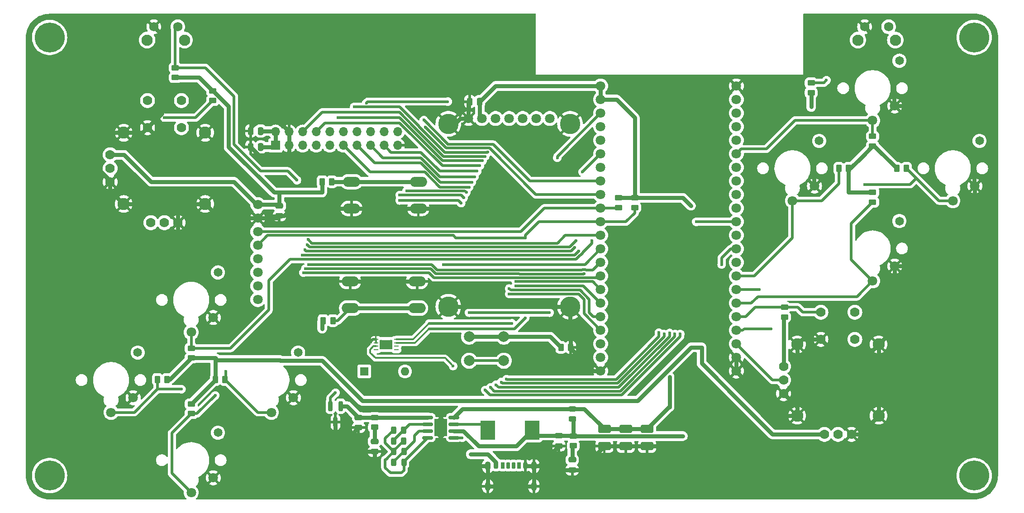
<source format=gbr>
%TF.GenerationSoftware,KiCad,Pcbnew,8.0.6*%
%TF.CreationDate,2025-01-10T19:45:05+07:00*%
%TF.ProjectId,esp_gamepad,6573705f-6761-46d6-9570-61642e6b6963,rev?*%
%TF.SameCoordinates,Original*%
%TF.FileFunction,Copper,L1,Top*%
%TF.FilePolarity,Positive*%
%FSLAX46Y46*%
G04 Gerber Fmt 4.6, Leading zero omitted, Abs format (unit mm)*
G04 Created by KiCad (PCBNEW 8.0.6) date 2025-01-10 19:45:05*
%MOMM*%
%LPD*%
G01*
G04 APERTURE LIST*
G04 Aperture macros list*
%AMRoundRect*
0 Rectangle with rounded corners*
0 $1 Rounding radius*
0 $2 $3 $4 $5 $6 $7 $8 $9 X,Y pos of 4 corners*
0 Add a 4 corners polygon primitive as box body*
4,1,4,$2,$3,$4,$5,$6,$7,$8,$9,$2,$3,0*
0 Add four circle primitives for the rounded corners*
1,1,$1+$1,$2,$3*
1,1,$1+$1,$4,$5*
1,1,$1+$1,$6,$7*
1,1,$1+$1,$8,$9*
0 Add four rect primitives between the rounded corners*
20,1,$1+$1,$2,$3,$4,$5,0*
20,1,$1+$1,$4,$5,$6,$7,0*
20,1,$1+$1,$6,$7,$8,$9,0*
20,1,$1+$1,$8,$9,$2,$3,0*%
G04 Aperture macros list end*
%TA.AperFunction,ComponentPad*%
%ADD10C,5.600000*%
%TD*%
%TA.AperFunction,SMDPad,CuDef*%
%ADD11RoundRect,0.250000X0.450000X-0.262500X0.450000X0.262500X-0.450000X0.262500X-0.450000X-0.262500X0*%
%TD*%
%TA.AperFunction,SMDPad,CuDef*%
%ADD12RoundRect,0.250000X-0.450000X0.262500X-0.450000X-0.262500X0.450000X-0.262500X0.450000X0.262500X0*%
%TD*%
%TA.AperFunction,SMDPad,CuDef*%
%ADD13RoundRect,0.250000X-0.262500X-0.450000X0.262500X-0.450000X0.262500X0.450000X-0.262500X0.450000X0*%
%TD*%
%TA.AperFunction,ComponentPad*%
%ADD14C,2.100000*%
%TD*%
%TA.AperFunction,ComponentPad*%
%ADD15C,1.750000*%
%TD*%
%TA.AperFunction,SMDPad,CuDef*%
%ADD16RoundRect,0.243750X-0.243750X-0.456250X0.243750X-0.456250X0.243750X0.456250X-0.243750X0.456250X0*%
%TD*%
%TA.AperFunction,ComponentPad*%
%ADD17C,1.778000*%
%TD*%
%TA.AperFunction,ComponentPad*%
%ADD18C,2.286000*%
%TD*%
%TA.AperFunction,ComponentPad*%
%ADD19C,1.650000*%
%TD*%
%TA.AperFunction,ComponentPad*%
%ADD20C,1.800000*%
%TD*%
%TA.AperFunction,SMDPad,CuDef*%
%ADD21RoundRect,0.250000X0.250000X0.475000X-0.250000X0.475000X-0.250000X-0.475000X0.250000X-0.475000X0*%
%TD*%
%TA.AperFunction,ComponentPad*%
%ADD22C,3.800000*%
%TD*%
%TA.AperFunction,SMDPad,CuDef*%
%ADD23RoundRect,0.250000X-0.475000X0.250000X-0.475000X-0.250000X0.475000X-0.250000X0.475000X0.250000X0*%
%TD*%
%TA.AperFunction,SMDPad,CuDef*%
%ADD24RoundRect,0.250001X-0.924999X0.499999X-0.924999X-0.499999X0.924999X-0.499999X0.924999X0.499999X0*%
%TD*%
%TA.AperFunction,SMDPad,CuDef*%
%ADD25RoundRect,0.150000X-0.825000X-0.150000X0.825000X-0.150000X0.825000X0.150000X-0.825000X0.150000X0*%
%TD*%
%TA.AperFunction,HeatsinkPad*%
%ADD26C,0.500000*%
%TD*%
%TA.AperFunction,HeatsinkPad*%
%ADD27R,2.410000X3.300000*%
%TD*%
%TA.AperFunction,ComponentPad*%
%ADD28O,3.200000X1.900000*%
%TD*%
%TA.AperFunction,SMDPad,CuDef*%
%ADD29RoundRect,0.250000X0.262500X0.450000X-0.262500X0.450000X-0.262500X-0.450000X0.262500X-0.450000X0*%
%TD*%
%TA.AperFunction,ComponentPad*%
%ADD30R,1.700000X1.700000*%
%TD*%
%TA.AperFunction,ComponentPad*%
%ADD31O,1.700000X1.700000*%
%TD*%
%TA.AperFunction,SMDPad,CuDef*%
%ADD32RoundRect,0.200000X-0.200000X0.750000X-0.200000X-0.750000X0.200000X-0.750000X0.200000X0.750000X0*%
%TD*%
%TA.AperFunction,SMDPad,CuDef*%
%ADD33R,2.700000X3.600000*%
%TD*%
%TA.AperFunction,SMDPad,CuDef*%
%ADD34RoundRect,0.200000X0.200000X0.400000X-0.200000X0.400000X-0.200000X-0.400000X0.200000X-0.400000X0*%
%TD*%
%TA.AperFunction,SMDPad,CuDef*%
%ADD35RoundRect,0.200000X-0.200000X-0.400000X0.200000X-0.400000X0.200000X0.400000X-0.200000X0.400000X0*%
%TD*%
%TA.AperFunction,SMDPad,CuDef*%
%ADD36RoundRect,0.190000X-0.190000X-0.410000X0.190000X-0.410000X0.190000X0.410000X-0.190000X0.410000X0*%
%TD*%
%TA.AperFunction,SMDPad,CuDef*%
%ADD37RoundRect,0.190000X0.190000X0.410000X-0.190000X0.410000X-0.190000X-0.410000X0.190000X-0.410000X0*%
%TD*%
%TA.AperFunction,SMDPad,CuDef*%
%ADD38RoundRect,0.175000X0.175000X0.425000X-0.175000X0.425000X-0.175000X-0.425000X0.175000X-0.425000X0*%
%TD*%
%TA.AperFunction,SMDPad,CuDef*%
%ADD39RoundRect,0.175000X-0.175000X-0.425000X0.175000X-0.425000X0.175000X0.425000X-0.175000X0.425000X0*%
%TD*%
%TA.AperFunction,ComponentPad*%
%ADD40O,1.100000X1.700000*%
%TD*%
%TA.AperFunction,SMDPad,CuDef*%
%ADD41RoundRect,0.250000X0.475000X-0.250000X0.475000X0.250000X-0.475000X0.250000X-0.475000X-0.250000X0*%
%TD*%
%TA.AperFunction,ComponentPad*%
%ADD42R,1.600000X1.600000*%
%TD*%
%TA.AperFunction,ComponentPad*%
%ADD43O,1.600000X1.600000*%
%TD*%
%TA.AperFunction,SMDPad,CuDef*%
%ADD44RoundRect,0.062500X-0.387500X-0.062500X0.387500X-0.062500X0.387500X0.062500X-0.387500X0.062500X0*%
%TD*%
%TA.AperFunction,HeatsinkPad*%
%ADD45R,2.400000X1.800000*%
%TD*%
%TA.AperFunction,ComponentPad*%
%ADD46C,2.000000*%
%TD*%
%TA.AperFunction,SMDPad,CuDef*%
%ADD47RoundRect,0.243750X-0.456250X0.243750X-0.456250X-0.243750X0.456250X-0.243750X0.456250X0.243750X0*%
%TD*%
%TA.AperFunction,ViaPad*%
%ADD48C,0.600000*%
%TD*%
%TA.AperFunction,Conductor*%
%ADD49C,0.800000*%
%TD*%
%TA.AperFunction,Conductor*%
%ADD50C,0.300000*%
%TD*%
%TA.AperFunction,Conductor*%
%ADD51C,0.500000*%
%TD*%
G04 APERTURE END LIST*
D10*
%TO.P,REF\u002A\u002A,1*%
%TO.N,N/C*%
X65500000Y-44000000D03*
%TD*%
D11*
%TO.P,R3,1*%
%TO.N,/IO14*%
X92000000Y-114412500D03*
%TO.P,R3,2*%
%TO.N,/3V3*%
X92000000Y-112587500D03*
%TD*%
%TO.P,R16,1*%
%TO.N,/IO47*%
X219500000Y-74825000D03*
%TO.P,R16,2*%
%TO.N,/3V3*%
X219500000Y-73000000D03*
%TD*%
D12*
%TO.P,R6,1*%
%TO.N,/IO7*%
X92000000Y-102175000D03*
%TO.P,R6,2*%
%TO.N,/3V3*%
X92000000Y-104000000D03*
%TD*%
D13*
%TO.P,R7,1*%
%TO.N,/3V3*%
X116500000Y-71000000D03*
%TO.P,R7,2*%
%TO.N,/IO3*%
X118325000Y-71000000D03*
%TD*%
%TO.P,R14,1*%
%TO.N,/IO45*%
X213175000Y-68500000D03*
%TO.P,R14,2*%
%TO.N,/3V3*%
X215000000Y-68500000D03*
%TD*%
D14*
%TO.P,SW6,*%
%TO.N,*%
X83750000Y-44490000D03*
X90760000Y-44490000D03*
D15*
%TO.P,SW6,1,1*%
%TO.N,GND*%
X85000000Y-42000000D03*
%TO.P,SW6,2,2*%
%TO.N,/IO8*%
X89500000Y-42000000D03*
%TD*%
D16*
%TO.P,D2,1,K*%
%TO.N,Net-(D1-A)*%
X129862500Y-119500000D03*
%TO.P,D2,2,A*%
%TO.N,Net-(D1-K)*%
X131737500Y-119500000D03*
%TD*%
D17*
%TO.P,U1,B1A,SEL+*%
%TO.N,/IO4*%
X83825000Y-55800000D03*
%TO.P,U1,B1B*%
%TO.N,N/C*%
X90175000Y-55800000D03*
%TO.P,U1,B2A,SEL-*%
%TO.N,GND*%
X83825000Y-60880000D03*
%TO.P,U1,B2B*%
%TO.N,N/C*%
X90175000Y-60880000D03*
%TO.P,U1,H1,H+*%
%TO.N,/3V3*%
X84460000Y-78660000D03*
%TO.P,U1,H2,H*%
%TO.N,/IO5*%
X87000000Y-78660000D03*
%TO.P,U1,H3,H-*%
%TO.N,GND*%
X89540000Y-78660000D03*
D18*
%TO.P,U1,S1,SHIELD*%
X79380000Y-61832500D03*
%TO.P,U1,S2,SHIELD*%
X79380000Y-75167500D03*
%TO.P,U1,S3,SHIELD*%
X94620000Y-75167500D03*
%TO.P,U1,S4,SHIELD*%
X94620000Y-61832500D03*
D17*
%TO.P,U1,V1,V+*%
%TO.N,/3V3*%
X76840000Y-65960000D03*
%TO.P,U1,V2,V*%
%TO.N,/IO6*%
X76840000Y-68500000D03*
%TO.P,U1,V3,V-*%
%TO.N,GND*%
X76840000Y-71040000D03*
%TD*%
D11*
%TO.P,R19,1*%
%TO.N,/SCL*%
X172000000Y-75825000D03*
%TO.P,R19,2*%
%TO.N,/3V3*%
X172000000Y-74000000D03*
%TD*%
D12*
%TO.P,R2,1*%
%TO.N,/VBUS*%
X126300000Y-115125000D03*
%TO.P,R2,2*%
%TO.N,Net-(C2-Pad1)*%
X126300000Y-116950000D03*
%TD*%
D19*
%TO.P,SW12,*%
%TO.N,*%
X239500000Y-63350000D03*
D20*
%TO.P,SW12,1,1*%
%TO.N,/IO48*%
X234500000Y-74550000D03*
%TO.P,SW12,2,2*%
%TO.N,GND*%
X238630000Y-71800000D03*
%TD*%
D19*
%TO.P,SW4,*%
%TO.N,*%
X112000000Y-102970000D03*
D20*
%TO.P,SW4,1,1*%
%TO.N,/IO9*%
X107000000Y-114170000D03*
%TO.P,SW4,2,2*%
%TO.N,GND*%
X111130000Y-111420000D03*
%TD*%
D13*
%TO.P,R9,1*%
%TO.N,Net-(R9-Pad1)*%
X161175000Y-102000000D03*
%TO.P,R9,2*%
%TO.N,GND*%
X163000000Y-102000000D03*
%TD*%
D21*
%TO.P,C8,1*%
%TO.N,/3V3*%
X146000000Y-56000000D03*
%TO.P,C8,2*%
%TO.N,GND*%
X144100000Y-56000000D03*
%TD*%
D10*
%TO.P,REF\u002A\u002A,1*%
%TO.N,N/C*%
X238500000Y-44000000D03*
%TD*%
D19*
%TO.P,SW11,*%
%TO.N,*%
X209500000Y-63350000D03*
D20*
%TO.P,SW11,1,1*%
%TO.N,/IO45*%
X204500000Y-74550000D03*
%TO.P,SW11,2,2*%
%TO.N,GND*%
X208630000Y-71800000D03*
%TD*%
D22*
%TO.P,U6,1,GND*%
%TO.N,GND*%
X140110000Y-60160000D03*
X140110000Y-94380000D03*
D20*
X143880000Y-59160000D03*
D22*
X162890000Y-60160000D03*
X162890000Y-94380000D03*
D20*
%TO.P,U6,2,VCC*%
%TO.N,/3V3*%
X146420000Y-59160000D03*
%TO.P,U6,3,SCL*%
%TO.N,/CLK*%
X148960000Y-59160000D03*
%TO.P,U6,4,SDA*%
%TO.N,/MOSI*%
X151500000Y-59160000D03*
%TO.P,U6,5,RES*%
%TO.N,/IO38*%
X154040000Y-59160000D03*
%TO.P,U6,6,DC*%
%TO.N,/IO40*%
X156580000Y-59160000D03*
%TO.P,U6,7,BLK*%
%TO.N,/IO41*%
X159120000Y-59160000D03*
%TD*%
D23*
%TO.P,C2,1*%
%TO.N,Net-(C2-Pad1)*%
X126300000Y-119600000D03*
%TO.P,C2,2*%
%TO.N,GND*%
X126300000Y-121500000D03*
%TD*%
D20*
%TO.P,U4,1,3V3*%
%TO.N,/3V3*%
X168600000Y-53080000D03*
%TO.P,U4,2,3V3*%
X168600000Y-55620000D03*
%TO.P,U4,3,RST*%
%TO.N,Net-(SW14-B)*%
X168600000Y-58160000D03*
%TO.P,U4,4,IO4*%
%TO.N,/IO4*%
X168600000Y-60700000D03*
%TO.P,U4,5,IO5*%
%TO.N,/IO5*%
X168600000Y-63240000D03*
%TO.P,U4,6,IO6*%
%TO.N,/IO6*%
X168600000Y-65780000D03*
%TO.P,U4,7,IO7*%
%TO.N,/IO7*%
X168600000Y-68320000D03*
%TO.P,U4,8,IO15*%
%TO.N,/IO15*%
X168600000Y-70860000D03*
%TO.P,U4,9,IO16*%
%TO.N,/IO16*%
X168600000Y-73400000D03*
%TO.P,U4,10,IO18*%
%TO.N,/SCL*%
X168600000Y-75940000D03*
%TO.P,U4,11,IO17*%
%TO.N,/SDA*%
X168600000Y-78480000D03*
%TO.P,U4,12,IO8*%
%TO.N,/IO8*%
X168600000Y-81020000D03*
%TO.P,U4,13,IO3*%
%TO.N,/IO3*%
X168600000Y-83560000D03*
%TO.P,U4,14,IO46*%
%TO.N,/IO46*%
X168600000Y-86100000D03*
%TO.P,U4,15,IO9*%
%TO.N,/IO9*%
X168600000Y-88640000D03*
%TO.P,U4,16,IO10*%
%TO.N,/IO10*%
X168600000Y-91180000D03*
%TO.P,U4,17,IO11*%
%TO.N,/IO11*%
X168600000Y-93720000D03*
%TO.P,U4,18,IO12*%
%TO.N,/IO12*%
X168600000Y-96260000D03*
%TO.P,U4,19,IO13*%
%TO.N,/IO13*%
X168600000Y-98800000D03*
%TO.P,U4,20,IO14*%
%TO.N,/IO14*%
X168600000Y-101340000D03*
%TO.P,U4,21,5V*%
%TO.N,/5V*%
X168600000Y-103880000D03*
%TO.P,U4,22,GND*%
%TO.N,GND*%
X168600000Y-106420000D03*
%TO.P,U4,23,GND*%
X194000000Y-106420000D03*
%TO.P,U4,24,GND*%
X194000000Y-103880000D03*
%TO.P,U4,25,IO19*%
%TO.N,/IO19*%
X194000000Y-101340000D03*
%TO.P,U4,26,IO20*%
%TO.N,/IO20*%
X194000000Y-98800000D03*
%TO.P,U4,27,IO21*%
%TO.N,/IO21*%
X194000000Y-96260000D03*
%TO.P,U4,28,IO47*%
%TO.N,/IO47*%
X194000000Y-93720000D03*
%TO.P,U4,29,IO48*%
%TO.N,/IO48*%
X194000000Y-91180000D03*
%TO.P,U4,30,IO45*%
%TO.N,/IO45*%
X194000000Y-88640000D03*
%TO.P,U4,31,IO0*%
%TO.N,unconnected-(U4-IO0-Pad31)*%
X194000000Y-86100000D03*
%TO.P,U4,32,IO35*%
%TO.N,/MOSI*%
X194000000Y-83560000D03*
%TO.P,U4,33,IO36*%
%TO.N,/CLK*%
X194000000Y-81020000D03*
%TO.P,U4,34,IO37*%
%TO.N,/IO37*%
X194000000Y-78480000D03*
%TO.P,U4,35,IO38*%
%TO.N,/IO38*%
X194000000Y-75940000D03*
%TO.P,U4,36,IO39*%
%TO.N,unconnected-(U4-IO39-Pad36)*%
X194000000Y-73400000D03*
%TO.P,U4,37,IO40*%
%TO.N,/IO40*%
X194000000Y-70860000D03*
%TO.P,U4,38,IO41*%
%TO.N,/IO41*%
X194000000Y-68320000D03*
%TO.P,U4,39,IO42*%
%TO.N,/IO42*%
X194000000Y-65780000D03*
%TO.P,U4,40,IO2*%
%TO.N,/IO2*%
X194000000Y-63240000D03*
%TO.P,U4,41,IO1*%
%TO.N,/IO1*%
X194000000Y-60700000D03*
%TO.P,U4,42,RXD*%
%TO.N,/RXD*%
X194000000Y-58160000D03*
%TO.P,U4,43,TXD*%
%TO.N,/TXD*%
X194000000Y-55620000D03*
%TO.P,U4,44,GND*%
%TO.N,GND*%
X194000000Y-53080000D03*
%TD*%
D21*
%TO.P,C10,1*%
%TO.N,/3V3*%
X105000000Y-61500000D03*
%TO.P,C10,2*%
%TO.N,GND*%
X103100000Y-61500000D03*
%TD*%
D17*
%TO.P,U7,B1A,SEL+*%
%TO.N,/IO21*%
X209825000Y-95420000D03*
%TO.P,U7,B1B*%
%TO.N,N/C*%
X216175000Y-95420000D03*
%TO.P,U7,B2A,SEL-*%
%TO.N,GND*%
X209825000Y-100500000D03*
%TO.P,U7,B2B*%
%TO.N,N/C*%
X216175000Y-100500000D03*
%TO.P,U7,H1,H+*%
%TO.N,/3V3*%
X210460000Y-118280000D03*
%TO.P,U7,H2,H*%
%TO.N,/IO20*%
X213000000Y-118280000D03*
%TO.P,U7,H3,H-*%
%TO.N,GND*%
X215540000Y-118280000D03*
D18*
%TO.P,U7,S1,SHIELD*%
X205380000Y-101452500D03*
%TO.P,U7,S2,SHIELD*%
X205380000Y-114787500D03*
%TO.P,U7,S3,SHIELD*%
X220620000Y-114787500D03*
%TO.P,U7,S4,SHIELD*%
X220620000Y-101452500D03*
D17*
%TO.P,U7,V1,V+*%
%TO.N,/3V3*%
X202840000Y-105580000D03*
%TO.P,U7,V2,V*%
%TO.N,/IO19*%
X202840000Y-108120000D03*
%TO.P,U7,V3,V-*%
%TO.N,GND*%
X202840000Y-110660000D03*
%TD*%
D12*
%TO.P,R13,1*%
%TO.N,/IO42*%
X219500000Y-62500000D03*
%TO.P,R13,2*%
%TO.N,/3V3*%
X219500000Y-64325000D03*
%TD*%
D19*
%TO.P,SW2,*%
%TO.N,*%
X97000000Y-87970000D03*
D20*
%TO.P,SW2,1,1*%
%TO.N,/IO7*%
X92000000Y-99170000D03*
%TO.P,SW2,2,2*%
%TO.N,GND*%
X96130000Y-96420000D03*
%TD*%
D19*
%TO.P,SW10,*%
%TO.N,*%
X224500000Y-48350000D03*
D20*
%TO.P,SW10,1,1*%
%TO.N,/IO42*%
X219500000Y-59550000D03*
%TO.P,SW10,2,2*%
%TO.N,GND*%
X223630000Y-56800000D03*
%TD*%
D24*
%TO.P,C6,1*%
%TO.N,/5V*%
X173300000Y-117250000D03*
%TO.P,C6,2*%
%TO.N,GND*%
X173300000Y-120500000D03*
%TD*%
D23*
%TO.P,C3,1*%
%TO.N,/VBAT*%
X160800000Y-118550000D03*
%TO.P,C3,2*%
%TO.N,GND*%
X160800000Y-120450000D03*
%TD*%
D19*
%TO.P,SW13,*%
%TO.N,*%
X224500000Y-78350000D03*
D20*
%TO.P,SW13,1,1*%
%TO.N,/IO47*%
X219500000Y-89550000D03*
%TO.P,SW13,2,2*%
%TO.N,GND*%
X223630000Y-86800000D03*
%TD*%
D25*
%TO.P,U2,1,VCC*%
%TO.N,/VBUS*%
X136225000Y-115095000D03*
%TO.P,U2,2,LED1*%
%TO.N,Net-(D1-A)*%
X136225000Y-116365000D03*
%TO.P,U2,3,LED2*%
%TO.N,Net-(D3-A)*%
X136225000Y-117635000D03*
%TO.P,U2,4,LED3*%
%TO.N,Net-(D1-K)*%
X136225000Y-118905000D03*
%TO.P,U2,5,KEY*%
%TO.N,Net-(U2-KEY)*%
X141175000Y-118905000D03*
%TO.P,U2,6,BAT*%
%TO.N,/VBAT*%
X141175000Y-117635000D03*
%TO.P,U2,7,SW*%
%TO.N,Net-(U2-SW)*%
X141175000Y-116365000D03*
%TO.P,U2,8,VOUT*%
%TO.N,/5V*%
X141175000Y-115095000D03*
D26*
%TO.P,U2,9,GND*%
%TO.N,GND*%
X138000000Y-115800000D03*
X138000000Y-117000000D03*
X138000000Y-118200000D03*
D27*
X138700000Y-117000000D03*
D26*
X139400000Y-115800000D03*
X139400000Y-117000000D03*
X139400000Y-118200000D03*
%TD*%
D13*
%TO.P,R12,1*%
%TO.N,/3V3*%
X116675000Y-97000000D03*
%TO.P,R12,2*%
%TO.N,Net-(R12-Pad2)*%
X118500000Y-97000000D03*
%TD*%
D10*
%TO.P,REF\u002A\u002A,1*%
%TO.N,N/C*%
X65500000Y-126000000D03*
%TD*%
D28*
%TO.P,SW9,1,1*%
%TO.N,GND*%
X121750000Y-89660000D03*
X134250000Y-89660000D03*
%TO.P,SW9,2,2*%
%TO.N,Net-(R12-Pad2)*%
X121750000Y-94660000D03*
X134250000Y-94660000D03*
%TD*%
D29*
%TO.P,R4,1*%
%TO.N,/IO9*%
X98325000Y-108000000D03*
%TO.P,R4,2*%
%TO.N,/3V3*%
X96500000Y-108000000D03*
%TD*%
D19*
%TO.P,SW5,*%
%TO.N,*%
X97000000Y-117970000D03*
D20*
%TO.P,SW5,1,1*%
%TO.N,/IO14*%
X92000000Y-129170000D03*
%TO.P,SW5,2,2*%
%TO.N,GND*%
X96130000Y-126420000D03*
%TD*%
D30*
%TO.P,J1,1,Pin_1*%
%TO.N,/3V3*%
X107760000Y-64200000D03*
D31*
%TO.P,J1,2,Pin_2*%
%TO.N,GND*%
X110300000Y-64200000D03*
%TO.P,J1,3,Pin_3*%
%TO.N,/SCL*%
X112840000Y-64200000D03*
%TO.P,J1,4,Pin_4*%
%TO.N,/SDA*%
X115380000Y-64200000D03*
%TO.P,J1,5,Pin_5*%
%TO.N,/IO37*%
X117920000Y-64200000D03*
%TO.P,J1,6,Pin_6*%
%TO.N,/IO2*%
X120460000Y-64200000D03*
%TO.P,J1,7,Pin_7*%
%TO.N,/IO1*%
X123000000Y-64200000D03*
%TO.P,J1,8,Pin_8*%
%TO.N,/RXD*%
X125540000Y-64200000D03*
%TO.P,J1,9,Pin_9*%
%TO.N,/TXD*%
X128080000Y-64200000D03*
%TO.P,J1,10,Pin_10*%
%TO.N,GND*%
X130620000Y-64200000D03*
%TO.P,J1,11,Pin_11*%
%TO.N,/IO16*%
X130620000Y-61660000D03*
%TO.P,J1,12,Pin_12*%
%TO.N,/IO15*%
X128080000Y-61660000D03*
%TO.P,J1,13,Pin_13*%
%TO.N,/MOSI*%
X125540000Y-61660000D03*
%TO.P,J1,14,Pin_14*%
%TO.N,/CLK*%
X123000000Y-61660000D03*
%TO.P,J1,15,Pin_15*%
%TO.N,/IO10*%
X120460000Y-61660000D03*
%TO.P,J1,16,Pin_16*%
%TO.N,/IO12*%
X117920000Y-61660000D03*
%TO.P,J1,17,Pin_17*%
%TO.N,/IO13*%
X115380000Y-61660000D03*
%TO.P,J1,18,Pin_18*%
%TO.N,/IO11*%
X112840000Y-61660000D03*
%TO.P,J1,19,Pin_19*%
%TO.N,GND*%
X110300000Y-61660000D03*
%TO.P,J1,20,Pin_20*%
%TO.N,/3V3*%
X107760000Y-61660000D03*
%TD*%
D14*
%TO.P,SW8,*%
%TO.N,*%
X216750000Y-44490000D03*
X223760000Y-44490000D03*
D15*
%TO.P,SW8,1,1*%
%TO.N,GND*%
X218000000Y-42000000D03*
%TO.P,SW8,2,2*%
%TO.N,Net-(R11-Pad2)*%
X222500000Y-42000000D03*
%TD*%
D20*
%TO.P,U3,1,VCC*%
%TO.N,/3V3*%
X104450000Y-75270000D03*
%TO.P,U3,2,GND*%
%TO.N,GND*%
X104450000Y-77810000D03*
%TO.P,U3,3,SCL*%
%TO.N,/SCL*%
X104450000Y-80350000D03*
%TO.P,U3,4,SDA*%
%TO.N,/SDA*%
X104450000Y-82890000D03*
%TO.P,U3,5,XDA*%
%TO.N,unconnected-(U3-XDA-Pad5)*%
X104450000Y-85430000D03*
%TO.P,U3,6,SCL*%
%TO.N,unconnected-(U3-SCL-Pad6)*%
X104450000Y-87970000D03*
%TO.P,U3,7,AD0*%
%TO.N,unconnected-(U3-AD0-Pad7)*%
X104450000Y-90510000D03*
%TO.P,U3,8,INT*%
%TO.N,unconnected-(U3-INT-Pad8)*%
X104450000Y-93050000D03*
%TD*%
D16*
%TO.P,D4,1,K*%
%TO.N,Net-(D3-A)*%
X129925000Y-123500000D03*
%TO.P,D4,2,A*%
%TO.N,Net-(D1-K)*%
X131800000Y-123500000D03*
%TD*%
D32*
%TO.P,Q2,1,D*%
%TO.N,Net-(Q2-D)*%
X118050000Y-113000000D03*
%TO.P,Q2,2,G*%
%TO.N,/VBUS*%
X119950000Y-113000000D03*
%TO.P,Q2,3,S*%
%TO.N,GND*%
X119000000Y-116000000D03*
%TD*%
D16*
%TO.P,D1,1,K*%
%TO.N,Net-(D1-K)*%
X129862500Y-117500000D03*
%TO.P,D1,2,A*%
%TO.N,Net-(D1-A)*%
X131737500Y-117500000D03*
%TD*%
D29*
%TO.P,R15,1*%
%TO.N,/IO48*%
X225825000Y-68500000D03*
%TO.P,R15,2*%
%TO.N,/3V3*%
X224000000Y-68500000D03*
%TD*%
D33*
%TO.P,L1,1,1*%
%TO.N,Net-(U2-SW)*%
X147500000Y-117500000D03*
%TO.P,L1,2,2*%
%TO.N,/VBAT*%
X155800000Y-117500000D03*
%TD*%
D23*
%TO.P,C1,1*%
%TO.N,/VBUS*%
X123300000Y-115100000D03*
%TO.P,C1,2*%
%TO.N,GND*%
X123300000Y-117000000D03*
%TD*%
D11*
%TO.P,R11,1*%
%TO.N,/3V3*%
X208000000Y-54325000D03*
%TO.P,R11,2*%
%TO.N,Net-(R11-Pad2)*%
X208000000Y-52500000D03*
%TD*%
D24*
%TO.P,C5,1*%
%TO.N,/5V*%
X169300000Y-117250000D03*
%TO.P,C5,2*%
%TO.N,GND*%
X169300000Y-120500000D03*
%TD*%
D11*
%TO.P,R1,1*%
%TO.N,/IO4*%
X96000000Y-55825000D03*
%TO.P,R1,2*%
%TO.N,/3V3*%
X96000000Y-54000000D03*
%TD*%
D23*
%TO.P,C4,1*%
%TO.N,Net-(C4-Pad1)*%
X163300000Y-123050000D03*
%TO.P,C4,2*%
%TO.N,GND*%
X163300000Y-124950000D03*
%TD*%
D34*
%TO.P,P1,A1,GND*%
%TO.N,GND*%
X154550000Y-124120000D03*
D35*
%TO.P,P1,A4,VBUS*%
%TO.N,/VBUS*%
X149050000Y-124120000D03*
D36*
%TO.P,P1,A5,CC*%
%TO.N,unconnected-(P1-CC-PadA5)*%
X150280000Y-124120000D03*
D37*
%TO.P,P1,A6,D+*%
%TO.N,unconnected-(P1-D+-PadA6)*%
X153320000Y-124120000D03*
D38*
%TO.P,P1,A7,D-*%
%TO.N,unconnected-(P1-D--PadA7)*%
X152300000Y-124120000D03*
D39*
%TO.P,P1,B5,VCONN*%
%TO.N,unconnected-(P1-VCONN-PadB5)*%
X151300000Y-124120000D03*
D40*
%TO.P,P1,S1,SHIELD*%
%TO.N,GND*%
X147480000Y-124200000D03*
X147480000Y-128000000D03*
X156120000Y-124200000D03*
X156120000Y-128000000D03*
%TD*%
D13*
%TO.P,R5,1*%
%TO.N,/IO46*%
X85675000Y-108000000D03*
%TO.P,R5,2*%
%TO.N,/3V3*%
X87500000Y-108000000D03*
%TD*%
D41*
%TO.P,C9,1*%
%TO.N,GND*%
X108500000Y-77400000D03*
%TO.P,C9,2*%
%TO.N,/3V3*%
X108500000Y-75500000D03*
%TD*%
D12*
%TO.P,R10,1*%
%TO.N,/VBAT*%
X163500000Y-118587500D03*
%TO.P,R10,2*%
%TO.N,Net-(C4-Pad1)*%
X163500000Y-120412500D03*
%TD*%
D28*
%TO.P,SW1,1,1*%
%TO.N,GND*%
X134500000Y-76000000D03*
X122000000Y-76000000D03*
%TO.P,SW1,2,2*%
%TO.N,/IO3*%
X134500000Y-71000000D03*
X122000000Y-71000000D03*
%TD*%
D42*
%TO.P,SW14,1,A*%
%TO.N,Net-(Q2-D)*%
X124380000Y-106500000D03*
D43*
%TO.P,SW14,2,B*%
%TO.N,Net-(SW14-B)*%
X132000000Y-106500000D03*
%TD*%
D44*
%TO.P,U5,1,TEST*%
%TO.N,GND*%
X126550000Y-100500000D03*
%TO.P,U5,2,V_{SS}*%
X126550000Y-101150000D03*
%TO.P,U5,3,V_{DD}*%
%TO.N,/VBAT*%
X126550000Y-101800000D03*
%TO.P,U5,4,~{ALARMB}*%
%TO.N,unconnected-(U5-~{ALARMB}-Pad4)*%
X126550000Y-102450000D03*
%TO.P,U5,5,T_{SW}*%
%TO.N,unconnected-(U5-T_{SW}-Pad5)*%
X130350000Y-102450000D03*
%TO.P,U5,6,T_{SENSE}*%
%TO.N,unconnected-(U5-T_{SENSE}-Pad6)*%
X130350000Y-101800000D03*
%TO.P,U5,7,SDA*%
%TO.N,/SDA*%
X130350000Y-101150000D03*
%TO.P,U5,8,SCL*%
%TO.N,/SCL*%
X130350000Y-100500000D03*
D26*
%TO.P,U5,9,EP*%
%TO.N,unconnected-(U5-EP-Pad9)*%
X127500000Y-100825000D03*
X127500000Y-101475000D03*
X127500000Y-102125000D03*
D45*
X128450000Y-101475000D03*
D26*
X129400000Y-100825000D03*
X129400000Y-101475000D03*
X129400000Y-102125000D03*
%TD*%
D46*
%TO.P,SW7,1,1*%
%TO.N,Net-(U2-KEY)*%
X150500000Y-104500000D03*
X144000000Y-104500000D03*
%TO.P,SW7,2,2*%
%TO.N,Net-(R9-Pad1)*%
X150500000Y-100000000D03*
X144000000Y-100000000D03*
%TD*%
D10*
%TO.P,REF\u002A\u002A,1*%
%TO.N,N/C*%
X238500000Y-126000000D03*
%TD*%
D16*
%TO.P,D3,1,K*%
%TO.N,Net-(D1-K)*%
X129925000Y-121500000D03*
%TO.P,D3,2,A*%
%TO.N,Net-(D3-A)*%
X131800000Y-121500000D03*
%TD*%
D21*
%TO.P,C11,1*%
%TO.N,/3V3*%
X105000000Y-64500000D03*
%TO.P,C11,2*%
%TO.N,GND*%
X103100000Y-64500000D03*
%TD*%
D11*
%TO.P,R8,1*%
%TO.N,/3V3*%
X89000000Y-51500000D03*
%TO.P,R8,2*%
%TO.N,/IO8*%
X89000000Y-49675000D03*
%TD*%
%TO.P,R18,1*%
%TO.N,/SDA*%
X175000000Y-75825000D03*
%TO.P,R18,2*%
%TO.N,/3V3*%
X175000000Y-74000000D03*
%TD*%
D47*
%TO.P,D5,1,K*%
%TO.N,/5V*%
X163300000Y-113500000D03*
%TO.P,D5,2,A*%
%TO.N,/VBAT*%
X163300000Y-115375000D03*
%TD*%
D24*
%TO.P,C7,1*%
%TO.N,/5V*%
X177300000Y-117250000D03*
%TO.P,C7,2*%
%TO.N,GND*%
X177300000Y-120500000D03*
%TD*%
D19*
%TO.P,SW3,*%
%TO.N,*%
X82000000Y-102970000D03*
D20*
%TO.P,SW3,1,1*%
%TO.N,/IO46*%
X77000000Y-114170000D03*
%TO.P,SW3,2,2*%
%TO.N,GND*%
X81130000Y-111420000D03*
%TD*%
D12*
%TO.P,R17,1*%
%TO.N,/IO21*%
X203000000Y-94500000D03*
%TO.P,R17,2*%
%TO.N,/3V3*%
X203000000Y-96325000D03*
%TD*%
D48*
%TO.N,/VBAT*%
X142924669Y-117624669D03*
X184000000Y-118600000D03*
X141000000Y-105500000D03*
%TO.N,GND*%
X114500000Y-76000000D03*
X87330000Y-100670000D03*
X180210000Y-120210000D03*
X140110000Y-76000000D03*
X211500000Y-53500000D03*
X110300000Y-65402081D03*
X123475000Y-103025000D03*
X119000000Y-119000000D03*
X211500000Y-63500000D03*
%TO.N,/VBUS*%
X144300000Y-122000000D03*
X133800000Y-115095000D03*
%TO.N,/5V*%
X181500000Y-107500000D03*
%TO.N,/3V3*%
X116500000Y-98500000D03*
X187500000Y-102000000D03*
X214969669Y-73000000D03*
X208000000Y-57000000D03*
X116500000Y-104500000D03*
X113500000Y-73000000D03*
X84595000Y-71000000D03*
X185500000Y-75500000D03*
X195500000Y-113000000D03*
X116500000Y-73000000D03*
%TO.N,/TXD*%
X145500000Y-69030331D03*
X151000000Y-107950000D03*
X179500000Y-99245544D03*
%TO.N,/IO2*%
X144000000Y-72000000D03*
X148000000Y-109500000D03*
X182500000Y-99500000D03*
%TO.N,/IO11*%
X147000000Y-66250000D03*
X152750000Y-90500000D03*
%TO.N,/RXD*%
X145000000Y-70060662D03*
X180500000Y-99500000D03*
X150000000Y-108500000D03*
%TO.N,/IO37*%
X132300000Y-72700000D03*
X183500000Y-99500000D03*
X186500000Y-78500000D03*
X147000000Y-110000000D03*
X143500000Y-73000000D03*
%TO.N,/IO10*%
X147500000Y-65450000D03*
X122500000Y-57000000D03*
X152750000Y-89689341D03*
%TO.N,/IO12*%
X146500000Y-67055211D03*
X119500000Y-59000000D03*
X151500000Y-91000000D03*
%TO.N,/IO16*%
X135794975Y-60789950D03*
%TO.N,/SCL*%
X144000000Y-80350000D03*
X142500000Y-75000000D03*
X153500000Y-80350000D03*
X131000000Y-74500000D03*
X152000000Y-97500000D03*
%TO.N,/IO1*%
X149000000Y-109000000D03*
X144500000Y-71090993D03*
X181500000Y-99300003D03*
%TO.N,/IO13*%
X151500000Y-92000000D03*
X146000000Y-68015165D03*
%TO.N,/MOSI*%
X191250000Y-86500000D03*
%TO.N,/IO15*%
X135532843Y-59467157D03*
%TO.N,/CLK*%
X124765165Y-56250000D03*
X140000000Y-56000000D03*
%TO.N,/IO4*%
X113719670Y-82780330D03*
X87000000Y-59000000D03*
X164000000Y-82030751D03*
%TO.N,/IO14*%
X113366410Y-87250000D03*
X165500000Y-88239341D03*
X96500000Y-111000000D03*
%TO.N,/IO9*%
X98500000Y-106500000D03*
X113000000Y-88000000D03*
%TO.N,/IO46*%
X90175000Y-109825000D03*
X114000000Y-86500000D03*
%TO.N,/IO7*%
X167000000Y-82000000D03*
%TO.N,/IO3*%
X139210000Y-86500000D03*
%TO.N,/IO8*%
X113865812Y-81800000D03*
X111780331Y-70719669D03*
%TO.N,Net-(R11-Pad2)*%
X210862500Y-52000000D03*
%TO.N,/IO48*%
X218000000Y-71500000D03*
X198320000Y-91180000D03*
%TO.N,Net-(U2-KEY)*%
X142705000Y-118905000D03*
%TO.N,/IO6*%
X165200000Y-69180000D03*
X113250000Y-83750000D03*
X163790000Y-83280331D03*
%TO.N,/IO5*%
X112750000Y-84750000D03*
X164500000Y-84000000D03*
%TO.N,/IO20*%
X200500000Y-98500000D03*
%TO.N,/SDA*%
X154500000Y-96500000D03*
X145000000Y-81500000D03*
X131000000Y-73500000D03*
X143000000Y-74000000D03*
X154500000Y-81500000D03*
%TO.N,Net-(Q2-D)*%
X119000000Y-110500000D03*
%TO.N,Net-(SW14-B)*%
X144000000Y-95500000D03*
X160500000Y-66500000D03*
X159050000Y-95500000D03*
%TD*%
D49*
%TO.N,/VBAT*%
X168015990Y-118600000D02*
X168003490Y-118587500D01*
X168003490Y-118587500D02*
X163500000Y-118587500D01*
D50*
X126550000Y-101800000D02*
X126100001Y-101800000D01*
D49*
X156800000Y-118500000D02*
X160750000Y-118500000D01*
X163500000Y-118587500D02*
X163500000Y-115575000D01*
X141175000Y-117635000D02*
X142935000Y-117635000D01*
D50*
X126500000Y-104000000D02*
X139500000Y-104000000D01*
X125500000Y-103000000D02*
X126500000Y-104000000D01*
X126100001Y-101800000D02*
X125500000Y-102400001D01*
D49*
X152800000Y-120500000D02*
X155800000Y-117500000D01*
D50*
X125500000Y-102400001D02*
X125500000Y-103000000D01*
D49*
X163462500Y-118550000D02*
X163500000Y-118587500D01*
X160800000Y-118550000D02*
X163462500Y-118550000D01*
X142935000Y-117635000D02*
X145800000Y-120500000D01*
X145800000Y-120500000D02*
X152800000Y-120500000D01*
X163125000Y-115375000D02*
X163300000Y-115375000D01*
X155800000Y-117500000D02*
X156800000Y-118500000D01*
X184000000Y-118600000D02*
X168015990Y-118600000D01*
D50*
X139500000Y-104000000D02*
X141000000Y-105500000D01*
D49*
X163500000Y-115575000D02*
X163300000Y-115375000D01*
%TO.N,GND*%
X144100000Y-59380000D02*
X143880000Y-59160000D01*
X158750000Y-124950000D02*
X163300000Y-124950000D01*
X218874999Y-46125001D02*
X218874999Y-42874999D01*
X138700000Y-124100000D02*
X138700000Y-117000000D01*
X79380000Y-61832500D02*
X82872500Y-61832500D01*
X156120000Y-124200000D02*
X154630000Y-124200000D01*
X205380000Y-101452500D02*
X205380000Y-108120000D01*
X205380000Y-113200000D02*
X205380000Y-114787500D01*
D51*
X126000000Y-100500000D02*
X123475000Y-103025000D01*
D49*
X143880000Y-56220000D02*
X144100000Y-56000000D01*
X163000000Y-102000000D02*
X163000000Y-102160000D01*
X110800000Y-76000000D02*
X114500000Y-76000000D01*
X202840000Y-110660000D02*
X205380000Y-113200000D01*
X84500000Y-95500000D02*
X87330000Y-98330000D01*
X129300000Y-127500000D02*
X135300000Y-127500000D01*
X211825000Y-102500000D02*
X219572500Y-102500000D01*
X229800000Y-56800000D02*
X223630000Y-56800000D01*
X76840000Y-71040000D02*
X76540000Y-71040000D01*
X89540000Y-78660000D02*
X89540000Y-85460000D01*
X164975000Y-124950000D02*
X164975000Y-124825000D01*
X217127500Y-118280000D02*
X220620000Y-114787500D01*
X223499100Y-50749102D02*
X223499100Y-56669100D01*
X208499100Y-67000900D02*
X208499100Y-71669100D01*
X147480000Y-124200000D02*
X147480000Y-128000000D01*
X177300000Y-120500000D02*
X179920000Y-120500000D01*
X97310000Y-77810000D02*
X104450000Y-77810000D01*
X223500000Y-98572500D02*
X223500000Y-98000000D01*
X123800000Y-121500000D02*
X126300000Y-121500000D01*
X173300000Y-120500000D02*
X177300000Y-120500000D01*
X164975000Y-124825000D02*
X169300000Y-120500000D01*
X163000000Y-102000000D02*
X163000000Y-100000000D01*
X122000000Y-76000000D02*
X134500000Y-76000000D01*
X220620000Y-101452500D02*
X223500000Y-98572500D01*
X103100000Y-61500000D02*
X103100000Y-60900000D01*
X154630000Y-124200000D02*
X154550000Y-124120000D01*
X238499100Y-71669100D02*
X238499100Y-65499100D01*
X211500000Y-64000000D02*
X211500000Y-63500000D01*
X109400000Y-77400000D02*
X110800000Y-76000000D01*
X134250000Y-76250000D02*
X134500000Y-76000000D01*
X143880000Y-59160000D02*
X143880000Y-56220000D01*
X238630000Y-75370000D02*
X238630000Y-71800000D01*
X163000000Y-100000000D02*
X162890000Y-99890000D01*
X163300000Y-124950000D02*
X164975000Y-124950000D01*
X141340000Y-60160000D02*
X142340000Y-59160000D01*
X89540000Y-78660000D02*
X89540000Y-75207500D01*
X77040000Y-71040000D02*
X74000000Y-68000000D01*
X121300000Y-119000000D02*
X123800000Y-121500000D01*
X211500000Y-53500000D02*
X218874999Y-46125001D01*
X194000000Y-106500000D02*
X202287500Y-114787500D01*
X142340000Y-59160000D02*
X143880000Y-59160000D01*
X194000000Y-103880000D02*
X194000000Y-106420000D01*
X208499100Y-71669100D02*
X208630000Y-71800000D01*
X103100000Y-60900000D02*
X104500000Y-59500000D01*
X202287500Y-114787500D02*
X205380000Y-114787500D01*
X158000000Y-124200000D02*
X158750000Y-124950000D01*
X138700000Y-124100000D02*
X139700000Y-124100000D01*
X238499100Y-65499100D02*
X229800000Y-56800000D01*
X162890000Y-101890000D02*
X163000000Y-102000000D01*
X220620000Y-114787500D02*
X220620000Y-101452500D01*
X126300000Y-124500000D02*
X129300000Y-127500000D01*
X73500000Y-65500000D02*
X77167500Y-61832500D01*
X103100000Y-64534010D02*
X103100000Y-64500000D01*
X169300000Y-120500000D02*
X173300000Y-120500000D01*
X140110000Y-60160000D02*
X141340000Y-60160000D01*
X147480000Y-128000000D02*
X156120000Y-128000000D01*
X227200000Y-86800000D02*
X238630000Y-75370000D01*
X108702081Y-67000000D02*
X105565990Y-67000000D01*
X82872500Y-61832500D02*
X83825000Y-60880000D01*
X215540000Y-118280000D02*
X217127500Y-118280000D01*
X223500000Y-98000000D02*
X223630000Y-97870000D01*
X157050000Y-124200000D02*
X160800000Y-120450000D01*
D51*
X126550000Y-100500000D02*
X126000000Y-100500000D01*
D49*
X121300000Y-119000000D02*
X123300000Y-117000000D01*
X205380000Y-108120000D02*
X202840000Y-110660000D01*
X86500000Y-58205000D02*
X83825000Y-60880000D01*
X104450000Y-77810000D02*
X108090000Y-77810000D01*
X114500000Y-76000000D02*
X122000000Y-76000000D01*
X84500000Y-90500000D02*
X84500000Y-95500000D01*
X209825000Y-100500000D02*
X206332500Y-100500000D01*
X223630000Y-86800000D02*
X227200000Y-86800000D01*
X206332500Y-100500000D02*
X205380000Y-101452500D01*
X94620000Y-75167500D02*
X89500000Y-75167500D01*
X126300000Y-121500000D02*
X126300000Y-124500000D01*
X238630000Y-71800000D02*
X238499100Y-71669100D01*
X110300000Y-65402081D02*
X108702081Y-67000000D01*
X87330000Y-98330000D02*
X87330000Y-100670000D01*
X121750000Y-89660000D02*
X134250000Y-89660000D01*
X86500000Y-58205000D02*
X86500000Y-43500000D01*
X156120000Y-128000000D02*
X156120000Y-124200000D01*
X135300000Y-127500000D02*
X138700000Y-124100000D01*
X167260000Y-106420000D02*
X168600000Y-106420000D01*
X76840000Y-72627500D02*
X79380000Y-75167500D01*
X104500000Y-59500000D02*
X108140000Y-59500000D01*
X119000000Y-119000000D02*
X121300000Y-119000000D01*
X86500000Y-43500000D02*
X85000000Y-42000000D01*
X89500000Y-75167500D02*
X79380000Y-75167500D01*
X108140000Y-59500000D02*
X110300000Y-61660000D01*
X179920000Y-120500000D02*
X180210000Y-120210000D01*
X108090000Y-77810000D02*
X108500000Y-77400000D01*
X77167500Y-61832500D02*
X79380000Y-61832500D01*
X223630000Y-97870000D02*
X223630000Y-86800000D01*
X163000000Y-102160000D02*
X167260000Y-106420000D01*
X94620000Y-75167500D02*
X94667500Y-75167500D01*
D50*
X126550000Y-101150000D02*
X126550000Y-100500000D01*
D49*
X157050000Y-124200000D02*
X158000000Y-124200000D01*
X89540000Y-85460000D02*
X84500000Y-90500000D01*
X83825000Y-60880000D02*
X85920500Y-62975500D01*
X74000000Y-68000000D02*
X74000000Y-65500000D01*
X139700000Y-124100000D02*
X139800000Y-124200000D01*
X223499100Y-56669100D02*
X223630000Y-56800000D01*
X208499100Y-67000900D02*
X211500000Y-64000000D01*
X119000000Y-116000000D02*
X119000000Y-119000000D01*
X110300000Y-64200000D02*
X110300000Y-61660000D01*
X194000000Y-106420000D02*
X194000000Y-106500000D01*
X134500000Y-76000000D02*
X140110000Y-76000000D01*
X110300000Y-65402081D02*
X110300000Y-64200000D01*
X76840000Y-71040000D02*
X76840000Y-72627500D01*
X219572500Y-102500000D02*
X220620000Y-101452500D01*
X140110000Y-94380000D02*
X162890000Y-94380000D01*
X218874999Y-42874999D02*
X218000000Y-42000000D01*
X218874999Y-46125001D02*
X223499100Y-50749102D01*
X94667500Y-75167500D02*
X97310000Y-77810000D01*
X162890000Y-99890000D02*
X162890000Y-94380000D01*
X93477000Y-62975500D02*
X94620000Y-61832500D01*
X108500000Y-77400000D02*
X109400000Y-77400000D01*
X85920500Y-62975500D02*
X93477000Y-62975500D01*
X89540000Y-75207500D02*
X89500000Y-75167500D01*
X156120000Y-124200000D02*
X157050000Y-124200000D01*
X209825000Y-100500000D02*
X211825000Y-102500000D01*
X139800000Y-124200000D02*
X147480000Y-124200000D01*
X105565990Y-67000000D02*
X103100000Y-64534010D01*
%TO.N,/VBUS*%
X133800000Y-115095000D02*
X136225000Y-115095000D01*
X149050000Y-123520000D02*
X149050000Y-124120000D01*
X123300000Y-115100000D02*
X126275000Y-115100000D01*
X127175000Y-115125000D02*
X127205000Y-115095000D01*
X119950000Y-113000000D02*
X121200000Y-113000000D01*
X133300000Y-115095000D02*
X133800000Y-115095000D01*
X147530000Y-122000000D02*
X149050000Y-123520000D01*
X126275000Y-115100000D02*
X126300000Y-115125000D01*
X126300000Y-115125000D02*
X127175000Y-115125000D01*
X127205000Y-115095000D02*
X133300000Y-115095000D01*
X144300000Y-122000000D02*
X147530000Y-122000000D01*
X121200000Y-113000000D02*
X123300000Y-115100000D01*
%TO.N,Net-(C2-Pad1)*%
X126300000Y-119600000D02*
X126300000Y-116950000D01*
%TO.N,Net-(C4-Pad1)*%
X163300000Y-123050000D02*
X163300000Y-120612500D01*
X163300000Y-120612500D02*
X163500000Y-120412500D01*
X163203490Y-120500000D02*
X163300000Y-120500000D01*
%TO.N,/5V*%
X168675000Y-117250000D02*
X169300000Y-117250000D01*
X163300000Y-113500000D02*
X165550000Y-113500000D01*
X177300000Y-117250000D02*
X181375000Y-113175000D01*
X169300000Y-117250000D02*
X173300000Y-117250000D01*
X163300000Y-113500000D02*
X142770000Y-113500000D01*
X181500000Y-113175000D02*
X181500000Y-107500000D01*
X142770000Y-113500000D02*
X141175000Y-115095000D01*
X181375000Y-113175000D02*
X181500000Y-113175000D01*
X173300000Y-117250000D02*
X177300000Y-117250000D01*
X165550000Y-113500000D02*
X169300000Y-117250000D01*
%TO.N,/3V3*%
X202840000Y-105580000D02*
X202840000Y-96485000D01*
X168600000Y-53080000D02*
X148920000Y-53080000D01*
X108500000Y-73000000D02*
X107500000Y-73000000D01*
X200780000Y-118280000D02*
X210460000Y-118280000D01*
X214969669Y-73000000D02*
X219500000Y-73000000D01*
X108718656Y-104500000D02*
X108563656Y-104345000D01*
X107500000Y-73000000D02*
X99000000Y-64500000D01*
X107460000Y-64500000D02*
X107760000Y-64200000D01*
X104450000Y-75270000D02*
X108270000Y-75270000D01*
X88000000Y-108000000D02*
X92000000Y-104000000D01*
X113500000Y-73000000D02*
X108500000Y-73000000D01*
X171620000Y-55620000D02*
X175000000Y-59000000D01*
X116500000Y-73000000D02*
X113500000Y-73000000D01*
X89000000Y-51500000D02*
X93500000Y-51500000D01*
X107600000Y-61500000D02*
X107760000Y-61660000D01*
X87500000Y-108000000D02*
X88000000Y-108000000D01*
X185500000Y-102000000D02*
X175500000Y-112000000D01*
X187500000Y-102000000D02*
X185500000Y-102000000D01*
X202840000Y-96485000D02*
X203000000Y-96325000D01*
X107760000Y-64200000D02*
X107760000Y-61660000D01*
X96500000Y-108000000D02*
X96500000Y-104000000D01*
X84500000Y-71000000D02*
X79460000Y-65960000D01*
X214969669Y-68530331D02*
X215000000Y-68500000D01*
X96500000Y-108087500D02*
X92000000Y-112587500D01*
X175500000Y-112000000D02*
X124000000Y-112000000D01*
X84595000Y-71000000D02*
X100000000Y-71000000D01*
X96845000Y-104345000D02*
X96500000Y-104000000D01*
X175000000Y-74000000D02*
X175000000Y-59000000D01*
X96096510Y-54000000D02*
X96000000Y-54000000D01*
X96500000Y-108000000D02*
X96500000Y-108087500D01*
X146000000Y-58740000D02*
X146420000Y-59160000D01*
X108563656Y-104345000D02*
X96845000Y-104345000D01*
X116500000Y-98500000D02*
X116500000Y-97175000D01*
X100000000Y-71000000D02*
X104270000Y-75270000D01*
X116500000Y-97175000D02*
X116675000Y-97000000D01*
X93500000Y-51500000D02*
X96000000Y-54000000D01*
X184000000Y-74000000D02*
X175000000Y-74000000D01*
X175000000Y-74000000D02*
X172000000Y-74000000D01*
X168600000Y-55620000D02*
X171620000Y-55620000D01*
X105000000Y-64500000D02*
X107460000Y-64500000D01*
X187500000Y-105000000D02*
X195500000Y-113000000D01*
X146000000Y-56000000D02*
X146000000Y-58740000D01*
X208000000Y-54325000D02*
X208000000Y-57000000D01*
X195500000Y-113000000D02*
X200780000Y-118280000D01*
X215325000Y-68500000D02*
X217412500Y-66412500D01*
X215000000Y-68500000D02*
X215325000Y-68500000D01*
X214969669Y-73000000D02*
X214969669Y-68530331D01*
X99000000Y-64500000D02*
X99000000Y-56903490D01*
X187500000Y-102000000D02*
X187500000Y-105000000D01*
X105000000Y-61500000D02*
X107600000Y-61500000D01*
X116500000Y-73000000D02*
X116500000Y-71000000D01*
X84595000Y-71000000D02*
X84500000Y-71000000D01*
X168600000Y-53080000D02*
X168600000Y-55620000D01*
X185500000Y-75500000D02*
X184000000Y-74000000D01*
X116500000Y-104500000D02*
X108718656Y-104500000D01*
X79460000Y-65960000D02*
X76840000Y-65960000D01*
X108270000Y-75270000D02*
X108500000Y-75500000D01*
X108500000Y-73000000D02*
X108500000Y-75500000D01*
X217412500Y-66412500D02*
X219500000Y-64325000D01*
X219500000Y-64325000D02*
X219825000Y-64325000D01*
X99000000Y-56903490D02*
X96096510Y-54000000D01*
X219825000Y-64325000D02*
X224000000Y-68500000D01*
X96500000Y-104000000D02*
X92000000Y-104000000D01*
X124000000Y-112000000D02*
X116500000Y-104500000D01*
X148920000Y-53080000D02*
X146000000Y-56000000D01*
D51*
%TO.N,Net-(D1-K)*%
X131800000Y-125000000D02*
X131300000Y-125500000D01*
X128300000Y-119062500D02*
X129862500Y-117500000D01*
X131800000Y-123330000D02*
X131800000Y-123500000D01*
X128300000Y-119875000D02*
X128300000Y-119062500D01*
X128425000Y-123000000D02*
X129925000Y-121500000D01*
X129925000Y-121500000D02*
X128300000Y-119875000D01*
X128300000Y-124500000D02*
X128300000Y-123000000D01*
X131300000Y-125500000D02*
X129300000Y-125500000D01*
X129925000Y-121500000D02*
X129925000Y-121312500D01*
X128300000Y-123000000D02*
X128425000Y-123000000D01*
X129925000Y-121312500D02*
X131737500Y-119500000D01*
X129300000Y-125500000D02*
X128300000Y-124500000D01*
X136225000Y-118905000D02*
X131800000Y-123330000D01*
X131800000Y-123500000D02*
X131800000Y-125000000D01*
%TO.N,Net-(D1-A)*%
X129862500Y-119375000D02*
X131737500Y-117500000D01*
X132872500Y-116365000D02*
X131737500Y-117500000D01*
X136225000Y-116365000D02*
X132872500Y-116365000D01*
X129862500Y-119500000D02*
X129862500Y-119375000D01*
%TO.N,Net-(D3-A)*%
X129925000Y-123375000D02*
X131800000Y-121500000D01*
X133800000Y-118500000D02*
X134665000Y-117635000D01*
X133800000Y-119500000D02*
X133800000Y-118500000D01*
X134665000Y-117635000D02*
X136225000Y-117635000D01*
X129925000Y-123500000D02*
X129925000Y-123375000D01*
X131800000Y-121500000D02*
X133800000Y-119500000D01*
%TO.N,/TXD*%
X129380000Y-65500000D02*
X128080000Y-64200000D01*
X171500000Y-108000000D02*
X151050000Y-108000000D01*
X179500000Y-99245544D02*
X179500000Y-100000000D01*
X151050000Y-108000000D02*
X151000000Y-107950000D01*
X135000000Y-65500000D02*
X129380000Y-65500000D01*
X138530331Y-69030331D02*
X135000000Y-65500000D01*
X179500000Y-100000000D02*
X171500000Y-108000000D01*
X145500000Y-69030331D02*
X138530331Y-69030331D01*
%TO.N,/IO2*%
X125445050Y-69185050D02*
X120460000Y-64200000D01*
X148700000Y-110200000D02*
X148000000Y-109500000D01*
X172269850Y-110200000D02*
X148700000Y-110200000D01*
X144000000Y-72000000D02*
X138500000Y-72000000D01*
X135685050Y-69185050D02*
X125445050Y-69185050D01*
X182500000Y-99500000D02*
X182500000Y-99969850D01*
X182500000Y-99969850D02*
X172269850Y-110200000D01*
X138500000Y-72000000D02*
X135685050Y-69185050D01*
%TO.N,/IO11*%
X165380000Y-90500000D02*
X168600000Y-93720000D01*
X133900000Y-60915075D02*
X130984925Y-58000000D01*
X147000000Y-66250000D02*
X146999995Y-66249995D01*
X152750000Y-90500000D02*
X165380000Y-90500000D01*
X133900000Y-60945586D02*
X133900000Y-60915075D01*
X139204409Y-66249995D02*
X133900000Y-60945586D01*
X146999995Y-66249995D02*
X139204409Y-66249995D01*
X116500000Y-58000000D02*
X112840000Y-61660000D01*
X130984925Y-58000000D02*
X116500000Y-58000000D01*
%TO.N,/RXD*%
X180500000Y-99500000D02*
X180500000Y-99989950D01*
X127840000Y-66500000D02*
X125540000Y-64200000D01*
X180500000Y-99989950D02*
X171789950Y-108700000D01*
X135000000Y-66500000D02*
X127840000Y-66500000D01*
X150200000Y-108700000D02*
X150000000Y-108500000D01*
X138560662Y-70060662D02*
X135000000Y-66500000D01*
X171789950Y-108700000D02*
X150200000Y-108700000D01*
X145000000Y-70060662D02*
X138560662Y-70060662D01*
%TO.N,/IO37*%
X132300000Y-72700000D02*
X143200000Y-72700000D01*
X172559800Y-110900000D02*
X147900000Y-110900000D01*
X183500000Y-99500000D02*
X183500000Y-99959800D01*
X147900000Y-110900000D02*
X147000000Y-110000000D01*
X183500000Y-99959800D02*
X172559800Y-110900000D01*
X186520000Y-78480000D02*
X194000000Y-78480000D01*
X186500000Y-78500000D02*
X186520000Y-78480000D01*
X143200000Y-72700000D02*
X143500000Y-73000000D01*
%TO.N,/IO10*%
X147500000Y-65450000D02*
X147450000Y-65500000D01*
X134600000Y-60655636D02*
X134600000Y-60625125D01*
X147450000Y-65500000D02*
X139444364Y-65500000D01*
X134600000Y-60625125D02*
X130974875Y-57000000D01*
X167109341Y-89689341D02*
X168600000Y-91180000D01*
X139444364Y-65500000D02*
X134600000Y-60655636D01*
X130974875Y-57000000D02*
X122500000Y-57000000D01*
X152750000Y-89689341D02*
X167109341Y-89689341D01*
%TO.N,/IO12*%
X152000000Y-91300000D02*
X151800000Y-91300000D01*
X151800000Y-91300000D02*
X151500000Y-91000000D01*
X168600000Y-96260000D02*
X167260000Y-96260000D01*
X168600000Y-96260000D02*
X168600000Y-96100000D01*
X164789950Y-91300000D02*
X152000000Y-91300000D01*
X167260000Y-96260000D02*
X166500000Y-95500000D01*
X166500000Y-95500000D02*
X166500000Y-93010050D01*
X130994975Y-59000000D02*
X119500000Y-59000000D01*
X166500000Y-93010050D02*
X164789950Y-91300000D01*
X133200000Y-61205025D02*
X130994975Y-59000000D01*
X139019675Y-67055211D02*
X133200000Y-61235536D01*
X146500000Y-67055211D02*
X139019675Y-67055211D01*
X133200000Y-61235536D02*
X133200000Y-61205025D01*
%TO.N,/IO16*%
X156510661Y-73400000D02*
X147810661Y-64700000D01*
X139705025Y-64700000D02*
X135794975Y-60789950D01*
X147810661Y-64700000D02*
X139705025Y-64700000D01*
X168600000Y-73400000D02*
X156510661Y-73400000D01*
%TO.N,/SCL*%
X142500000Y-75000000D02*
X142000000Y-74500000D01*
X168600000Y-75940000D02*
X171885000Y-75940000D01*
D50*
X133500000Y-100500000D02*
X130350000Y-100500000D01*
D51*
X171885000Y-75940000D02*
X172000000Y-75825000D01*
X142000000Y-74500000D02*
X131000000Y-74500000D01*
X153500000Y-80350000D02*
X153650000Y-80350000D01*
X158060000Y-75940000D02*
X168600000Y-75940000D01*
D50*
X136500000Y-97500000D02*
X133500000Y-100500000D01*
D51*
X153650000Y-80350000D02*
X158060000Y-75940000D01*
X104450000Y-80350000D02*
X144000000Y-80350000D01*
X144000000Y-80350000D02*
X153500000Y-80350000D01*
X152000000Y-97500000D02*
X136500000Y-97500000D01*
%TO.N,/IO1*%
X181500000Y-99300003D02*
X181500000Y-99979900D01*
X181500000Y-99979900D02*
X171979900Y-109500000D01*
X126300000Y-67500000D02*
X123000000Y-64200000D01*
X171979900Y-109500000D02*
X149500000Y-109500000D01*
X135000000Y-67500000D02*
X126300000Y-67500000D01*
X144500000Y-71090993D02*
X138590993Y-71090993D01*
X149500000Y-109500000D02*
X149000000Y-109000000D01*
X138590993Y-71090993D02*
X135000000Y-67500000D01*
%TO.N,/IO13*%
X168600000Y-98800000D02*
X165500000Y-95700000D01*
X138989679Y-68015165D02*
X130974514Y-60000000D01*
X165500000Y-95700000D02*
X165500000Y-93000000D01*
X165500000Y-93000000D02*
X164500000Y-92000000D01*
X130974514Y-60000000D02*
X117040000Y-60000000D01*
X152000000Y-92000000D02*
X151500000Y-92000000D01*
X164500000Y-92000000D02*
X152000000Y-92000000D01*
X146000000Y-68015165D02*
X138989679Y-68015165D01*
X117040000Y-60000000D02*
X115380000Y-61660000D01*
%TO.N,/MOSI*%
X192940000Y-83560000D02*
X194000000Y-83560000D01*
X191250000Y-86500000D02*
X191250000Y-85250000D01*
X191250000Y-85250000D02*
X192940000Y-83560000D01*
%TO.N,/IO15*%
X140000000Y-64000000D02*
X148500000Y-64000000D01*
X148500000Y-64000000D02*
X155360000Y-70860000D01*
X140000000Y-63934314D02*
X140000000Y-64000000D01*
X155360000Y-70860000D02*
X168600000Y-70860000D01*
X135532843Y-59467157D02*
X140000000Y-63934314D01*
%TO.N,/CLK*%
X140000000Y-56000000D02*
X125015165Y-56000000D01*
X125015165Y-56000000D02*
X124765165Y-56250000D01*
%TO.N,Net-(U2-SW)*%
X141175000Y-116365000D02*
X146365000Y-116365000D01*
X146365000Y-116365000D02*
X147500000Y-117500000D01*
%TO.N,/IO4*%
X163969249Y-82030751D02*
X162800000Y-83200000D01*
X164000000Y-82030751D02*
X163969249Y-82030751D01*
X114139340Y-83200000D02*
X113719670Y-82780330D01*
X162800000Y-83200000D02*
X114139340Y-83200000D01*
X87000000Y-59000000D02*
X92825000Y-59000000D01*
X92825000Y-59000000D02*
X96000000Y-55825000D01*
%TO.N,/IO14*%
X165450000Y-88289341D02*
X153400611Y-88289341D01*
X88375000Y-118037500D02*
X88375000Y-125545000D01*
X153350611Y-88239341D02*
X137729291Y-88239341D01*
X153400611Y-88289341D02*
X153350611Y-88239341D01*
X137729291Y-88239341D02*
X136789950Y-87300000D01*
X113416410Y-87300000D02*
X113366410Y-87250000D01*
X93087500Y-114412500D02*
X96500000Y-111000000D01*
X92000000Y-114412500D02*
X93087500Y-114412500D01*
X165500000Y-88239341D02*
X165450000Y-88289341D01*
X88375000Y-125545000D02*
X92000000Y-129170000D01*
X92000000Y-114412500D02*
X88375000Y-118037500D01*
X136789950Y-87300000D02*
X113416410Y-87300000D01*
%TO.N,/IO9*%
X153110661Y-88989341D02*
X168250659Y-88989341D01*
X98325000Y-108000000D02*
X104495000Y-114170000D01*
X168250659Y-88989341D02*
X168600000Y-88640000D01*
X153060661Y-88939341D02*
X153110661Y-88989341D01*
X136500000Y-88000000D02*
X137439341Y-88939341D01*
X98500000Y-106500000D02*
X98500000Y-107825000D01*
X113000000Y-88000000D02*
X136500000Y-88000000D01*
X98500000Y-107825000D02*
X98325000Y-108000000D01*
X137439341Y-88939341D02*
X153060661Y-88939341D01*
X104495000Y-114170000D02*
X107000000Y-114170000D01*
%TO.N,/IO46*%
X85675000Y-109825000D02*
X81330000Y-114170000D01*
X165860661Y-87539341D02*
X167160659Y-87539341D01*
X81330000Y-114170000D02*
X77000000Y-114170000D01*
X85675000Y-108000000D02*
X85675000Y-109825000D01*
X138019240Y-87539341D02*
X165139339Y-87539341D01*
X165810661Y-87489341D02*
X165860661Y-87539341D01*
X167160659Y-87539341D02*
X168600000Y-86100000D01*
X136979899Y-86500000D02*
X138019240Y-87539341D01*
X165189339Y-87489341D02*
X165810661Y-87489341D01*
X165139339Y-87539341D02*
X165189339Y-87489341D01*
X90175000Y-109825000D02*
X85675000Y-109825000D01*
X114000000Y-86500000D02*
X136979899Y-86500000D01*
%TO.N,/IO7*%
X165250000Y-84310661D02*
X164810661Y-84750000D01*
X165250000Y-84250000D02*
X165250000Y-84310661D01*
X92000000Y-102175000D02*
X92000000Y-99170000D01*
X106500000Y-89500000D02*
X106500000Y-95000000D01*
X110500000Y-85500000D02*
X106500000Y-89500000D01*
X106500000Y-95000000D02*
X99325000Y-102175000D01*
X99325000Y-102175000D02*
X92000000Y-102175000D01*
X164000000Y-85500000D02*
X110500000Y-85500000D01*
X167000000Y-82000000D02*
X167000000Y-82500000D01*
X164810661Y-84750000D02*
X164750000Y-84750000D01*
X167000000Y-82500000D02*
X165250000Y-84250000D01*
X164750000Y-84750000D02*
X164000000Y-85500000D01*
%TO.N,/IO3*%
X139210000Y-86500000D02*
X165660000Y-86500000D01*
D49*
X118325000Y-71000000D02*
X122000000Y-71000000D01*
D51*
X165660000Y-86500000D02*
X168600000Y-83560000D01*
D49*
X122000000Y-71000000D02*
X134500000Y-71000000D01*
D51*
%TO.N,/IO8*%
X94675000Y-49675000D02*
X89000000Y-49675000D01*
X113865812Y-81800000D02*
X114565812Y-82500000D01*
X114565812Y-82500000D02*
X160500000Y-82500000D01*
X100000000Y-55000000D02*
X94675000Y-49675000D01*
X89000000Y-49675000D02*
X89000000Y-42500000D01*
X89000000Y-42500000D02*
X89500000Y-42000000D01*
X105000000Y-69000000D02*
X100000000Y-64000000D01*
X162000000Y-81000000D02*
X165500000Y-81000000D01*
X110060662Y-69000000D02*
X105000000Y-69000000D01*
X100000000Y-64000000D02*
X100000000Y-55000000D01*
X165520000Y-81020000D02*
X168600000Y-81020000D01*
X160500000Y-82500000D02*
X162000000Y-81000000D01*
X111780331Y-70719669D02*
X110060662Y-69000000D01*
X165500000Y-81000000D02*
X165520000Y-81020000D01*
D49*
%TO.N,Net-(R9-Pad1)*%
X143750000Y-100000000D02*
X150250000Y-100000000D01*
X159175000Y-100000000D02*
X161175000Y-102000000D01*
X150500000Y-100000000D02*
X159175000Y-100000000D01*
D51*
%TO.N,Net-(R11-Pad2)*%
X210362500Y-52500000D02*
X208000000Y-52500000D01*
X210862500Y-52000000D02*
X210362500Y-52500000D01*
%TO.N,Net-(R12-Pad2)*%
X119410000Y-97000000D02*
X121750000Y-94660000D01*
X118500000Y-97000000D02*
X119410000Y-97000000D01*
D49*
X121750000Y-94660000D02*
X134250000Y-94660000D01*
D51*
%TO.N,/IO42*%
X194000000Y-65780000D02*
X194905000Y-64875000D01*
X205000000Y-59500000D02*
X219450000Y-59500000D01*
X194905000Y-64875000D02*
X199625000Y-64875000D01*
X219500000Y-62500000D02*
X219500000Y-59550000D01*
X199625000Y-64875000D02*
X205000000Y-59500000D01*
X219450000Y-59500000D02*
X219500000Y-59550000D01*
%TO.N,/IO45*%
X194000000Y-88640000D02*
X197360000Y-88640000D01*
X204500000Y-74550000D02*
X209950000Y-74550000D01*
X213175000Y-71325000D02*
X213175000Y-68500000D01*
X197360000Y-88640000D02*
X204500000Y-81500000D01*
X204500000Y-81500000D02*
X204500000Y-74550000D01*
X209950000Y-74550000D02*
X213175000Y-71325000D01*
%TO.N,/IO48*%
X194000000Y-91180000D02*
X198320000Y-91180000D01*
X218000000Y-71500000D02*
X226500000Y-71500000D01*
X231875000Y-74550000D02*
X234500000Y-74550000D01*
X226500000Y-71500000D02*
X227662500Y-70337500D01*
X225825000Y-68500000D02*
X227662500Y-70337500D01*
X227662500Y-70337500D02*
X231875000Y-74550000D01*
%TO.N,/IO47*%
X215500000Y-85550000D02*
X215500000Y-78825000D01*
X215500000Y-78825000D02*
X219500000Y-74825000D01*
X194000000Y-93720000D02*
X196780000Y-93720000D01*
X196780000Y-93720000D02*
X198000000Y-92500000D01*
X219500000Y-89550000D02*
X215500000Y-85550000D01*
X198000000Y-92500000D02*
X216550000Y-92500000D01*
X216550000Y-92500000D02*
X219500000Y-89550000D01*
%TO.N,/IO21*%
X194000000Y-96260000D02*
X195740000Y-96260000D01*
X203000000Y-94500000D02*
X205500000Y-94500000D01*
X197500000Y-94500000D02*
X203000000Y-94500000D01*
X195740000Y-96260000D02*
X197500000Y-94500000D01*
X205500000Y-94500000D02*
X206420000Y-95420000D01*
X206420000Y-95420000D02*
X209825000Y-95420000D01*
%TO.N,Net-(U2-KEY)*%
X142705000Y-118905000D02*
X141175000Y-118905000D01*
X143750000Y-104500000D02*
X150250000Y-104500000D01*
%TO.N,/IO6*%
X163070331Y-84000000D02*
X113500000Y-84000000D01*
X113500000Y-84000000D02*
X113250000Y-83750000D01*
X165200000Y-69180000D02*
X168600000Y-65780000D01*
X163790000Y-83280331D02*
X163070331Y-84000000D01*
%TO.N,/IO5*%
X163750000Y-84750000D02*
X112750000Y-84750000D01*
X164500000Y-84000000D02*
X163750000Y-84750000D01*
%TO.N,/IO19*%
X200780000Y-108120000D02*
X202840000Y-108120000D01*
X194000000Y-101340000D02*
X200780000Y-108120000D01*
%TO.N,/IO20*%
X195500000Y-98500000D02*
X200500000Y-98500000D01*
X195200000Y-98800000D02*
X195500000Y-98500000D01*
X194000000Y-98800000D02*
X195200000Y-98800000D01*
%TO.N,/SDA*%
X157020000Y-78480000D02*
X168600000Y-78480000D01*
X142000000Y-98500000D02*
X152500000Y-98500000D01*
X154500000Y-81500000D02*
X154500000Y-81000000D01*
X152500000Y-98500000D02*
X154500000Y-96500000D01*
X142500000Y-73500000D02*
X143000000Y-74000000D01*
D50*
X134000000Y-101000000D02*
X136500000Y-98500000D01*
D51*
X141050000Y-81050000D02*
X106290000Y-81050000D01*
X136500000Y-98500000D02*
X142000000Y-98500000D01*
X145000000Y-81500000D02*
X141500000Y-81500000D01*
X154500000Y-81500000D02*
X145000000Y-81500000D01*
X175000000Y-76825000D02*
X175000000Y-75825000D01*
X131000000Y-73500000D02*
X142500000Y-73500000D01*
D50*
X134000000Y-101000000D02*
X133850000Y-101150000D01*
D51*
X106290000Y-81050000D02*
X104450000Y-82890000D01*
X173000000Y-78480000D02*
X173345000Y-78480000D01*
X168600000Y-78480000D02*
X173000000Y-78480000D01*
D50*
X133850000Y-101150000D02*
X130350000Y-101150000D01*
D51*
X154500000Y-81000000D02*
X157020000Y-78480000D01*
X141500000Y-81500000D02*
X141050000Y-81050000D01*
X173345000Y-78480000D02*
X175000000Y-76825000D01*
%TO.N,Net-(Q2-D)*%
X118050000Y-111450000D02*
X119000000Y-110500000D01*
X118050000Y-113000000D02*
X118050000Y-111450000D01*
%TO.N,Net-(SW14-B)*%
X144000000Y-95500000D02*
X159050000Y-95500000D01*
X160500000Y-66260000D02*
X168600000Y-58160000D01*
X160500000Y-66500000D02*
X160500000Y-66260000D01*
%TD*%
%TA.AperFunction,Conductor*%
%TO.N,GND*%
G36*
X218284688Y-60270185D02*
G01*
X218321458Y-60306679D01*
X218391016Y-60413147D01*
X218391019Y-60413151D01*
X218391021Y-60413153D01*
X218548216Y-60583913D01*
X218697373Y-60700006D01*
X218701662Y-60703344D01*
X218742475Y-60760055D01*
X218749500Y-60801198D01*
X218749500Y-61471862D01*
X218729815Y-61538901D01*
X218690598Y-61577399D01*
X218663403Y-61594174D01*
X218581342Y-61644789D01*
X218457289Y-61768842D01*
X218365187Y-61918163D01*
X218365186Y-61918166D01*
X218310001Y-62084703D01*
X218310001Y-62084704D01*
X218310000Y-62084704D01*
X218299500Y-62187483D01*
X218299500Y-62812501D01*
X218299501Y-62812519D01*
X218310000Y-62915296D01*
X218310001Y-62915299D01*
X218348633Y-63031880D01*
X218365186Y-63081834D01*
X218414563Y-63161888D01*
X218457289Y-63231157D01*
X218550951Y-63324819D01*
X218584436Y-63386142D01*
X218579452Y-63455834D01*
X218550951Y-63500181D01*
X218457289Y-63593842D01*
X218365187Y-63743163D01*
X218365186Y-63743166D01*
X218310001Y-63909703D01*
X218310001Y-63909704D01*
X218310000Y-63909704D01*
X218299500Y-64012483D01*
X218299500Y-64200637D01*
X218279815Y-64267676D01*
X218263181Y-64288318D01*
X216838464Y-65713036D01*
X215288317Y-67263181D01*
X215226994Y-67296666D01*
X215200636Y-67299500D01*
X214687498Y-67299500D01*
X214687480Y-67299501D01*
X214584703Y-67310000D01*
X214584700Y-67310001D01*
X214418168Y-67365185D01*
X214418163Y-67365187D01*
X214268842Y-67457289D01*
X214175181Y-67550951D01*
X214113858Y-67584436D01*
X214044166Y-67579452D01*
X213999819Y-67550951D01*
X213906157Y-67457289D01*
X213906156Y-67457288D01*
X213756834Y-67365186D01*
X213590297Y-67310001D01*
X213590295Y-67310000D01*
X213487510Y-67299500D01*
X212862498Y-67299500D01*
X212862480Y-67299501D01*
X212759703Y-67310000D01*
X212759700Y-67310001D01*
X212593168Y-67365185D01*
X212593163Y-67365187D01*
X212443842Y-67457289D01*
X212319789Y-67581342D01*
X212227687Y-67730663D01*
X212227685Y-67730668D01*
X212202395Y-67806989D01*
X212172501Y-67897203D01*
X212172501Y-67897204D01*
X212172500Y-67897204D01*
X212162000Y-67999983D01*
X212162000Y-69000001D01*
X212162001Y-69000019D01*
X212172500Y-69102796D01*
X212172501Y-69102799D01*
X212210515Y-69217515D01*
X212227686Y-69269334D01*
X212283149Y-69359255D01*
X212319789Y-69418657D01*
X212388181Y-69487049D01*
X212421666Y-69548372D01*
X212424500Y-69574730D01*
X212424500Y-70962770D01*
X212404815Y-71029809D01*
X212388181Y-71050451D01*
X209675451Y-73763181D01*
X209614128Y-73796666D01*
X209587770Y-73799500D01*
X205749685Y-73799500D01*
X205682646Y-73779815D01*
X205645877Y-73743322D01*
X205608984Y-73686854D01*
X205608982Y-73686852D01*
X205608979Y-73686847D01*
X205451784Y-73516087D01*
X205398161Y-73474350D01*
X205357349Y-73417642D01*
X205353674Y-73347869D01*
X205388305Y-73287185D01*
X205401435Y-73276182D01*
X205412365Y-73268242D01*
X205568242Y-73112365D01*
X205697815Y-72934022D01*
X205797895Y-72737606D01*
X205866015Y-72527951D01*
X205900500Y-72310222D01*
X205900500Y-72089778D01*
X205866015Y-71872049D01*
X205842604Y-71799994D01*
X207225202Y-71799994D01*
X207225202Y-71800005D01*
X207244361Y-72031218D01*
X207301317Y-72256135D01*
X207394515Y-72468606D01*
X207478812Y-72597633D01*
X208147037Y-71929408D01*
X208164075Y-71992993D01*
X208229901Y-72107007D01*
X208322993Y-72200099D01*
X208437007Y-72265925D01*
X208500590Y-72282962D01*
X207831201Y-72952351D01*
X207861649Y-72976050D01*
X208065697Y-73086476D01*
X208065706Y-73086479D01*
X208285139Y-73161811D01*
X208513993Y-73200000D01*
X208746007Y-73200000D01*
X208974860Y-73161811D01*
X209194293Y-73086479D01*
X209194301Y-73086476D01*
X209398355Y-72976047D01*
X209428797Y-72952351D01*
X209428798Y-72952350D01*
X208759410Y-72282962D01*
X208822993Y-72265925D01*
X208937007Y-72200099D01*
X209030099Y-72107007D01*
X209095925Y-71992993D01*
X209112962Y-71929409D01*
X209781186Y-72597633D01*
X209865482Y-72468611D01*
X209958682Y-72256135D01*
X210015638Y-72031218D01*
X210034798Y-71800005D01*
X210034798Y-71799994D01*
X210015638Y-71568781D01*
X209958682Y-71343864D01*
X209865484Y-71131393D01*
X209781186Y-71002365D01*
X209112962Y-71670589D01*
X209095925Y-71607007D01*
X209030099Y-71492993D01*
X208937007Y-71399901D01*
X208822993Y-71334075D01*
X208759409Y-71317037D01*
X209428797Y-70647647D01*
X209428797Y-70647645D01*
X209398360Y-70623955D01*
X209398354Y-70623951D01*
X209194302Y-70513523D01*
X209194293Y-70513520D01*
X208974860Y-70438188D01*
X208746007Y-70400000D01*
X208513993Y-70400000D01*
X208285139Y-70438188D01*
X208065706Y-70513520D01*
X208065697Y-70513523D01*
X207861650Y-70623949D01*
X207831200Y-70647647D01*
X208500591Y-71317037D01*
X208437007Y-71334075D01*
X208322993Y-71399901D01*
X208229901Y-71492993D01*
X208164075Y-71607007D01*
X208147037Y-71670591D01*
X207478811Y-71002365D01*
X207394516Y-71131390D01*
X207301317Y-71343864D01*
X207244361Y-71568781D01*
X207225202Y-71799994D01*
X205842604Y-71799994D01*
X205829948Y-71761043D01*
X205820032Y-71730525D01*
X205818037Y-71660683D01*
X205854118Y-71600851D01*
X205890508Y-71577647D01*
X205944953Y-71555096D01*
X206237447Y-71398755D01*
X206513208Y-71214497D01*
X206769581Y-71004097D01*
X207004097Y-70769581D01*
X207214497Y-70513208D01*
X207398755Y-70237447D01*
X207555096Y-69944953D01*
X207682015Y-69638543D01*
X207778289Y-69321169D01*
X207778291Y-69321159D01*
X207778294Y-69321148D01*
X207818199Y-69120527D01*
X207842992Y-68995886D01*
X207875500Y-68665828D01*
X207875500Y-68413312D01*
X208898600Y-68413312D01*
X208898600Y-68586687D01*
X208925720Y-68757913D01*
X208979290Y-68922788D01*
X208979291Y-68922791D01*
X209019014Y-69000750D01*
X209057998Y-69077260D01*
X209159899Y-69217514D01*
X209282486Y-69340101D01*
X209422740Y-69442002D01*
X209498502Y-69480604D01*
X209577208Y-69520708D01*
X209577211Y-69520709D01*
X209644925Y-69542710D01*
X209742088Y-69574280D01*
X209811136Y-69585216D01*
X209913313Y-69601400D01*
X209913318Y-69601400D01*
X210086687Y-69601400D01*
X210169695Y-69588252D01*
X210257912Y-69574280D01*
X210422791Y-69520708D01*
X210577260Y-69442002D01*
X210717514Y-69340101D01*
X210840101Y-69217514D01*
X210942002Y-69077260D01*
X211020708Y-68922791D01*
X211074280Y-68757912D01*
X211088865Y-68665824D01*
X211101400Y-68586687D01*
X211101400Y-68413312D01*
X211080022Y-68278342D01*
X211074280Y-68242088D01*
X211038570Y-68132183D01*
X211020709Y-68077211D01*
X211020708Y-68077208D01*
X210942001Y-67922739D01*
X210925262Y-67899700D01*
X210840101Y-67782486D01*
X210717514Y-67659899D01*
X210577260Y-67557998D01*
X210563430Y-67550951D01*
X210422791Y-67479291D01*
X210422788Y-67479290D01*
X210257913Y-67425720D01*
X210086687Y-67398600D01*
X210086682Y-67398600D01*
X209913318Y-67398600D01*
X209913313Y-67398600D01*
X209742086Y-67425720D01*
X209577211Y-67479290D01*
X209577208Y-67479291D01*
X209422739Y-67557998D01*
X209390607Y-67581344D01*
X209282486Y-67659899D01*
X209282484Y-67659901D01*
X209282483Y-67659901D01*
X209159901Y-67782483D01*
X209159901Y-67782484D01*
X209159899Y-67782486D01*
X209124740Y-67830878D01*
X209057998Y-67922739D01*
X208979291Y-68077208D01*
X208979290Y-68077211D01*
X208925720Y-68242086D01*
X208898600Y-68413312D01*
X207875500Y-68413312D01*
X207875500Y-68334172D01*
X207842992Y-68004114D01*
X207808533Y-67830878D01*
X207778294Y-67678851D01*
X207778291Y-67678840D01*
X207778290Y-67678837D01*
X207778289Y-67678831D01*
X207682015Y-67361457D01*
X207555096Y-67055047D01*
X207552398Y-67050000D01*
X207398761Y-66762564D01*
X207398760Y-66762562D01*
X207398755Y-66762553D01*
X207214497Y-66486792D01*
X207004097Y-66230419D01*
X207004096Y-66230418D01*
X207004092Y-66230413D01*
X206769586Y-65995907D01*
X206513213Y-65785507D01*
X206513212Y-65785506D01*
X206513208Y-65785503D01*
X206237447Y-65601245D01*
X206237442Y-65601242D01*
X206237435Y-65601238D01*
X205944960Y-65444907D01*
X205944955Y-65444905D01*
X205933953Y-65440348D01*
X205773860Y-65374035D01*
X205638544Y-65317985D01*
X205321159Y-65221708D01*
X205321148Y-65221705D01*
X204995892Y-65157009D01*
X204995875Y-65157006D01*
X204746284Y-65132424D01*
X204665828Y-65124500D01*
X204334172Y-65124500D01*
X204259762Y-65131828D01*
X204004124Y-65157006D01*
X204004107Y-65157009D01*
X203678851Y-65221705D01*
X203678840Y-65221708D01*
X203361455Y-65317985D01*
X203055044Y-65444905D01*
X203055039Y-65444907D01*
X202762564Y-65601238D01*
X202762546Y-65601249D01*
X202486800Y-65785497D01*
X202486786Y-65785507D01*
X202230413Y-65995907D01*
X201995907Y-66230413D01*
X201785507Y-66486786D01*
X201785497Y-66486800D01*
X201601249Y-66762546D01*
X201601238Y-66762564D01*
X201444907Y-67055039D01*
X201444905Y-67055044D01*
X201317985Y-67361455D01*
X201221708Y-67678840D01*
X201221705Y-67678851D01*
X201157009Y-68004107D01*
X201157006Y-68004124D01*
X201132839Y-68249500D01*
X201127263Y-68306125D01*
X201124500Y-68334175D01*
X201124500Y-68665824D01*
X201157006Y-68995875D01*
X201157009Y-68995892D01*
X201221705Y-69321148D01*
X201221708Y-69321159D01*
X201317985Y-69638544D01*
X201389005Y-69810000D01*
X201429062Y-69906708D01*
X201444905Y-69944955D01*
X201444907Y-69944960D01*
X201601238Y-70237435D01*
X201601249Y-70237453D01*
X201785497Y-70513199D01*
X201785507Y-70513213D01*
X201995907Y-70769586D01*
X202230413Y-71004092D01*
X202230418Y-71004096D01*
X202230419Y-71004097D01*
X202486792Y-71214497D01*
X202762553Y-71398755D01*
X202762562Y-71398760D01*
X202762564Y-71398761D01*
X202762856Y-71398917D01*
X203055047Y-71555096D01*
X203088086Y-71568781D01*
X203109488Y-71577646D01*
X203163892Y-71621486D01*
X203185957Y-71687780D01*
X203179967Y-71730524D01*
X203133985Y-71872045D01*
X203099500Y-72089778D01*
X203099500Y-72310221D01*
X203133985Y-72527952D01*
X203202103Y-72737603D01*
X203202104Y-72737606D01*
X203302187Y-72934025D01*
X203431752Y-73112358D01*
X203431756Y-73112363D01*
X203587636Y-73268243D01*
X203598558Y-73276178D01*
X203641225Y-73331507D01*
X203647206Y-73401121D01*
X203614601Y-73462916D01*
X203601838Y-73474351D01*
X203548218Y-73516085D01*
X203391016Y-73686852D01*
X203264075Y-73881151D01*
X203170842Y-74093699D01*
X203113866Y-74318691D01*
X203113864Y-74318702D01*
X203094700Y-74549993D01*
X203094700Y-74550006D01*
X203113864Y-74781297D01*
X203113866Y-74781308D01*
X203170842Y-75006300D01*
X203264075Y-75218848D01*
X203391016Y-75413147D01*
X203391019Y-75413151D01*
X203391021Y-75413153D01*
X203548216Y-75583913D01*
X203701662Y-75703344D01*
X203742475Y-75760055D01*
X203749500Y-75801198D01*
X203749500Y-81137770D01*
X203729815Y-81204809D01*
X203713181Y-81225451D01*
X197085451Y-87853181D01*
X197024128Y-87886666D01*
X196997770Y-87889500D01*
X195249685Y-87889500D01*
X195182646Y-87869815D01*
X195145877Y-87833322D01*
X195108984Y-87776854D01*
X195108982Y-87776852D01*
X195108979Y-87776847D01*
X194951784Y-87606087D01*
X194774180Y-87467853D01*
X194733368Y-87411143D01*
X194729693Y-87341370D01*
X194764324Y-87280687D01*
X194774181Y-87272146D01*
X194782174Y-87265925D01*
X194951784Y-87133913D01*
X195108979Y-86963153D01*
X195235924Y-86768849D01*
X195329157Y-86556300D01*
X195386134Y-86331305D01*
X195388728Y-86300000D01*
X195405300Y-86100006D01*
X195405300Y-86099993D01*
X195386135Y-85868702D01*
X195386133Y-85868691D01*
X195329157Y-85643699D01*
X195235924Y-85431151D01*
X195108983Y-85236852D01*
X195108980Y-85236849D01*
X195108979Y-85236847D01*
X194951784Y-85066087D01*
X194774180Y-84927853D01*
X194733368Y-84871143D01*
X194729693Y-84801370D01*
X194764324Y-84740687D01*
X194774181Y-84732146D01*
X194810604Y-84703797D01*
X194951784Y-84593913D01*
X195108979Y-84423153D01*
X195235924Y-84228849D01*
X195329157Y-84016300D01*
X195386134Y-83791305D01*
X195388901Y-83757912D01*
X195405300Y-83560006D01*
X195405300Y-83559993D01*
X195386135Y-83328702D01*
X195386133Y-83328691D01*
X195329157Y-83103699D01*
X195235924Y-82891151D01*
X195108983Y-82696852D01*
X195108980Y-82696849D01*
X195108979Y-82696847D01*
X194951784Y-82526087D01*
X194774180Y-82387853D01*
X194733368Y-82331143D01*
X194729693Y-82261370D01*
X194764324Y-82200687D01*
X194774181Y-82192146D01*
X194951784Y-82053913D01*
X195108979Y-81883153D01*
X195115620Y-81872989D01*
X195127052Y-81855490D01*
X195235924Y-81688849D01*
X195329157Y-81476300D01*
X195386134Y-81251305D01*
X195386135Y-81251297D01*
X195405300Y-81020006D01*
X195405300Y-81019993D01*
X195386135Y-80788702D01*
X195386133Y-80788691D01*
X195329157Y-80563699D01*
X195235924Y-80351151D01*
X195108983Y-80156852D01*
X195108980Y-80156849D01*
X195108979Y-80156847D01*
X194951784Y-79986087D01*
X194774180Y-79847853D01*
X194733368Y-79791143D01*
X194729693Y-79721370D01*
X194764324Y-79660687D01*
X194774181Y-79652146D01*
X194951784Y-79513913D01*
X195108979Y-79343153D01*
X195235924Y-79148849D01*
X195329157Y-78936300D01*
X195386134Y-78711305D01*
X195388790Y-78679254D01*
X195405300Y-78480006D01*
X195405300Y-78479993D01*
X195386135Y-78248702D01*
X195386133Y-78248691D01*
X195329157Y-78023699D01*
X195235924Y-77811151D01*
X195108983Y-77616852D01*
X195108980Y-77616849D01*
X195108979Y-77616847D01*
X194951784Y-77446087D01*
X194774180Y-77307853D01*
X194733368Y-77251143D01*
X194729693Y-77181370D01*
X194764324Y-77120687D01*
X194774181Y-77112146D01*
X194782084Y-77105995D01*
X194951784Y-76973913D01*
X195108979Y-76803153D01*
X195114118Y-76795288D01*
X195169718Y-76710185D01*
X195235924Y-76608849D01*
X195329157Y-76396300D01*
X195386134Y-76171305D01*
X195386201Y-76170500D01*
X195405300Y-75940006D01*
X195405300Y-75939993D01*
X195386135Y-75708702D01*
X195386133Y-75708691D01*
X195329157Y-75483699D01*
X195235924Y-75271151D01*
X195108983Y-75076852D01*
X195108980Y-75076849D01*
X195108979Y-75076847D01*
X194951784Y-74906087D01*
X194774180Y-74767853D01*
X194733368Y-74711143D01*
X194729693Y-74641370D01*
X194764324Y-74580687D01*
X194774181Y-74572146D01*
X194951784Y-74433913D01*
X195108979Y-74263153D01*
X195235924Y-74068849D01*
X195329157Y-73856300D01*
X195386134Y-73631305D01*
X195386135Y-73631297D01*
X195405300Y-73400006D01*
X195405300Y-73399993D01*
X195386135Y-73168702D01*
X195386133Y-73168691D01*
X195329157Y-72943699D01*
X195235924Y-72731151D01*
X195108983Y-72536852D01*
X195108980Y-72536849D01*
X195108979Y-72536847D01*
X194951784Y-72366087D01*
X194774180Y-72227853D01*
X194733368Y-72171143D01*
X194729693Y-72101370D01*
X194764324Y-72040687D01*
X194774181Y-72032146D01*
X194951784Y-71893913D01*
X195108979Y-71723153D01*
X195235924Y-71528849D01*
X195329157Y-71316300D01*
X195386134Y-71091305D01*
X195386160Y-71090990D01*
X195405300Y-70860006D01*
X195405300Y-70859993D01*
X195386135Y-70628702D01*
X195386133Y-70628691D01*
X195329157Y-70403699D01*
X195235924Y-70191151D01*
X195108983Y-69996852D01*
X195108980Y-69996849D01*
X195108979Y-69996847D01*
X194951784Y-69826087D01*
X194774180Y-69687853D01*
X194733368Y-69631143D01*
X194729693Y-69561370D01*
X194764324Y-69500687D01*
X194774181Y-69492146D01*
X194780730Y-69487049D01*
X194951784Y-69353913D01*
X195108979Y-69183153D01*
X195235924Y-68988849D01*
X195329157Y-68776300D01*
X195386134Y-68551305D01*
X195386227Y-68550184D01*
X195397568Y-68413312D01*
X197898600Y-68413312D01*
X197898600Y-68586687D01*
X197925720Y-68757913D01*
X197979290Y-68922788D01*
X197979291Y-68922791D01*
X198019014Y-69000750D01*
X198057998Y-69077260D01*
X198159899Y-69217514D01*
X198282486Y-69340101D01*
X198422740Y-69442002D01*
X198498502Y-69480604D01*
X198577208Y-69520708D01*
X198577211Y-69520709D01*
X198644925Y-69542710D01*
X198742088Y-69574280D01*
X198811136Y-69585216D01*
X198913313Y-69601400D01*
X198913318Y-69601400D01*
X199086687Y-69601400D01*
X199169695Y-69588252D01*
X199257912Y-69574280D01*
X199422791Y-69520708D01*
X199577260Y-69442002D01*
X199717514Y-69340101D01*
X199840101Y-69217514D01*
X199942002Y-69077260D01*
X200020708Y-68922791D01*
X200074280Y-68757912D01*
X200088865Y-68665824D01*
X200101400Y-68586687D01*
X200101400Y-68413312D01*
X200080022Y-68278342D01*
X200074280Y-68242088D01*
X200038570Y-68132183D01*
X200020709Y-68077211D01*
X200020708Y-68077208D01*
X199942001Y-67922739D01*
X199925262Y-67899700D01*
X199840101Y-67782486D01*
X199717514Y-67659899D01*
X199577260Y-67557998D01*
X199563430Y-67550951D01*
X199422791Y-67479291D01*
X199422788Y-67479290D01*
X199257913Y-67425720D01*
X199086687Y-67398600D01*
X199086682Y-67398600D01*
X198913318Y-67398600D01*
X198913313Y-67398600D01*
X198742086Y-67425720D01*
X198577211Y-67479290D01*
X198577208Y-67479291D01*
X198422739Y-67557998D01*
X198390607Y-67581344D01*
X198282486Y-67659899D01*
X198282484Y-67659901D01*
X198282483Y-67659901D01*
X198159901Y-67782483D01*
X198159901Y-67782484D01*
X198159899Y-67782486D01*
X198124740Y-67830878D01*
X198057998Y-67922739D01*
X197979291Y-68077208D01*
X197979290Y-68077211D01*
X197925720Y-68242086D01*
X197898600Y-68413312D01*
X195397568Y-68413312D01*
X195405300Y-68320006D01*
X195405300Y-68319993D01*
X195386135Y-68088702D01*
X195386133Y-68088691D01*
X195329157Y-67863699D01*
X195235924Y-67651151D01*
X195108983Y-67456852D01*
X195108980Y-67456849D01*
X195108979Y-67456847D01*
X194951784Y-67286087D01*
X194774180Y-67147853D01*
X194733368Y-67091143D01*
X194729693Y-67021370D01*
X194764324Y-66960687D01*
X194774181Y-66952146D01*
X194951784Y-66813913D01*
X195108979Y-66643153D01*
X195235924Y-66448849D01*
X195329157Y-66236300D01*
X195386134Y-66011305D01*
X195387410Y-65995907D01*
X195405300Y-65780006D01*
X195405300Y-65780003D01*
X195403621Y-65759738D01*
X195417703Y-65691303D01*
X195466549Y-65641344D01*
X195527198Y-65625500D01*
X199698920Y-65625500D01*
X199820888Y-65601238D01*
X199843913Y-65596658D01*
X199954653Y-65550788D01*
X199980488Y-65540087D01*
X199980488Y-65540086D01*
X199980495Y-65540084D01*
X200049770Y-65493796D01*
X200103416Y-65457952D01*
X202211370Y-63349998D01*
X208169437Y-63349998D01*
X208169437Y-63350001D01*
X208189650Y-63581044D01*
X208189651Y-63581051D01*
X208249678Y-63805074D01*
X208249679Y-63805076D01*
X208249680Y-63805079D01*
X208347699Y-64015282D01*
X208480730Y-64205269D01*
X208644731Y-64369270D01*
X208834718Y-64502301D01*
X209044921Y-64600320D01*
X209268950Y-64660349D01*
X209433985Y-64674787D01*
X209499998Y-64680563D01*
X209500000Y-64680563D01*
X209500002Y-64680563D01*
X209557762Y-64675509D01*
X209731050Y-64660349D01*
X209955079Y-64600320D01*
X210165282Y-64502301D01*
X210355269Y-64369270D01*
X210519270Y-64205269D01*
X210652301Y-64015282D01*
X210750320Y-63805079D01*
X210810349Y-63581050D01*
X210830563Y-63350000D01*
X210829744Y-63340643D01*
X210824294Y-63278340D01*
X210810349Y-63118950D01*
X210750320Y-62894921D01*
X210652301Y-62684719D01*
X210652299Y-62684716D01*
X210652298Y-62684714D01*
X210519273Y-62494735D01*
X210519268Y-62494729D01*
X210355269Y-62330730D01*
X210303653Y-62294588D01*
X210165282Y-62197699D01*
X209955079Y-62099680D01*
X209955076Y-62099679D01*
X209955074Y-62099678D01*
X209731051Y-62039651D01*
X209731044Y-62039650D01*
X209500002Y-62019437D01*
X209499998Y-62019437D01*
X209268955Y-62039650D01*
X209268948Y-62039651D01*
X209044917Y-62099681D01*
X208834718Y-62197699D01*
X208834714Y-62197701D01*
X208644735Y-62330726D01*
X208644729Y-62330731D01*
X208480731Y-62494729D01*
X208480726Y-62494735D01*
X208347701Y-62684714D01*
X208347699Y-62684718D01*
X208249681Y-62894917D01*
X208189651Y-63118948D01*
X208189650Y-63118955D01*
X208169437Y-63349998D01*
X202211370Y-63349998D01*
X205274549Y-60286819D01*
X205335872Y-60253334D01*
X205362230Y-60250500D01*
X218217649Y-60250500D01*
X218284688Y-60270185D01*
G37*
%TD.AperFunction*%
%TA.AperFunction,Conductor*%
G36*
X238502702Y-39536161D02*
G01*
X238886770Y-39552930D01*
X238897503Y-39553870D01*
X239275963Y-39603695D01*
X239286598Y-39605570D01*
X239659279Y-39688192D01*
X239669705Y-39690986D01*
X240033759Y-39805772D01*
X240043909Y-39809466D01*
X240319803Y-39923747D01*
X240396562Y-39955542D01*
X240406366Y-39960114D01*
X240444761Y-39980101D01*
X240744953Y-40136372D01*
X240754285Y-40141759D01*
X241076240Y-40346868D01*
X241085085Y-40353062D01*
X241387914Y-40585433D01*
X241396189Y-40592376D01*
X241639282Y-40815131D01*
X241677618Y-40850260D01*
X241685267Y-40857909D01*
X241888480Y-41079680D01*
X241943142Y-41139333D01*
X241950094Y-41147619D01*
X242100083Y-41343091D01*
X242182453Y-41450438D01*
X242188658Y-41459300D01*
X242393747Y-41781230D01*
X242399156Y-41790598D01*
X242575407Y-42129177D01*
X242579978Y-42138981D01*
X242726042Y-42491619D01*
X242729742Y-42501784D01*
X242844520Y-42865820D01*
X242847320Y-42876269D01*
X242929934Y-43248931D01*
X242931812Y-43259585D01*
X242981629Y-43638013D01*
X242982572Y-43648789D01*
X242999380Y-44033812D01*
X242999498Y-44039274D01*
X242963997Y-125890310D01*
X242963965Y-125890808D01*
X242963965Y-125961775D01*
X242963847Y-125967183D01*
X242947083Y-126351220D01*
X242946140Y-126361997D01*
X242896320Y-126740429D01*
X242894442Y-126751082D01*
X242811827Y-127123745D01*
X242809027Y-127134194D01*
X242694248Y-127498231D01*
X242690548Y-127508396D01*
X242544479Y-127861040D01*
X242539907Y-127870845D01*
X242363659Y-128209416D01*
X242358251Y-128218784D01*
X242153157Y-128540719D01*
X242146952Y-128549580D01*
X241914592Y-128852398D01*
X241907638Y-128860685D01*
X241649759Y-129142110D01*
X241642110Y-129149759D01*
X241360685Y-129407638D01*
X241352398Y-129414592D01*
X241049580Y-129646952D01*
X241040719Y-129653157D01*
X240718784Y-129858251D01*
X240709416Y-129863659D01*
X240370845Y-130039907D01*
X240361040Y-130044479D01*
X240008396Y-130190548D01*
X239998231Y-130194248D01*
X239634194Y-130309027D01*
X239623745Y-130311827D01*
X239251082Y-130394442D01*
X239240429Y-130396320D01*
X238861997Y-130446140D01*
X238851220Y-130447083D01*
X238467172Y-130463847D01*
X238461764Y-130463965D01*
X238390983Y-130463965D01*
X238390967Y-130463966D01*
X92978867Y-130463966D01*
X92911828Y-130444281D01*
X92866073Y-130391477D01*
X92856129Y-130322319D01*
X92885154Y-130258763D01*
X92902701Y-130242115D01*
X92951784Y-130203913D01*
X93108979Y-130033153D01*
X93235924Y-129838849D01*
X93329157Y-129626300D01*
X93386134Y-129401305D01*
X93386135Y-129401297D01*
X93405300Y-129170006D01*
X93405300Y-129169993D01*
X93386135Y-128938702D01*
X93386133Y-128938691D01*
X93329157Y-128713699D01*
X93235924Y-128501151D01*
X93108983Y-128306852D01*
X93108980Y-128306849D01*
X93108979Y-128306847D01*
X92951784Y-128136087D01*
X92898161Y-128094350D01*
X92857349Y-128037642D01*
X92853674Y-127967869D01*
X92888305Y-127907185D01*
X92901435Y-127896182D01*
X92912365Y-127888242D01*
X93068242Y-127732365D01*
X93197815Y-127554022D01*
X93297895Y-127357606D01*
X93366015Y-127147951D01*
X93400500Y-126930222D01*
X93400500Y-126709778D01*
X93366015Y-126492049D01*
X93342603Y-126419994D01*
X94725202Y-126419994D01*
X94725202Y-126420005D01*
X94744361Y-126651218D01*
X94801317Y-126876135D01*
X94894515Y-127088606D01*
X94978812Y-127217633D01*
X95647037Y-126549408D01*
X95664075Y-126612993D01*
X95729901Y-126727007D01*
X95822993Y-126820099D01*
X95937007Y-126885925D01*
X96000590Y-126902962D01*
X95331201Y-127572351D01*
X95361649Y-127596050D01*
X95565697Y-127706476D01*
X95565706Y-127706479D01*
X95785139Y-127781811D01*
X96013993Y-127820000D01*
X96246007Y-127820000D01*
X96474860Y-127781811D01*
X96694293Y-127706479D01*
X96694301Y-127706476D01*
X96897372Y-127596579D01*
X146430000Y-127596579D01*
X146430000Y-127750000D01*
X147180000Y-127750000D01*
X147180000Y-128250000D01*
X146430000Y-128250000D01*
X146430000Y-128403420D01*
X146470348Y-128606266D01*
X146470350Y-128606274D01*
X146549500Y-128797358D01*
X146549505Y-128797368D01*
X146664410Y-128969335D01*
X146664413Y-128969339D01*
X146810660Y-129115586D01*
X146810664Y-129115589D01*
X146982631Y-129230494D01*
X146982641Y-129230499D01*
X147173723Y-129309648D01*
X147173725Y-129309649D01*
X147230000Y-129320842D01*
X147230000Y-128466988D01*
X147239940Y-128484205D01*
X147295795Y-128540060D01*
X147364204Y-128579556D01*
X147440504Y-128600000D01*
X147519496Y-128600000D01*
X147595796Y-128579556D01*
X147664205Y-128540060D01*
X147720060Y-128484205D01*
X147730000Y-128466988D01*
X147730000Y-129320842D01*
X147786274Y-129309649D01*
X147786276Y-129309648D01*
X147977358Y-129230499D01*
X147977368Y-129230494D01*
X148149335Y-129115589D01*
X148149339Y-129115586D01*
X148295586Y-128969339D01*
X148295589Y-128969335D01*
X148410494Y-128797368D01*
X148410499Y-128797358D01*
X148489649Y-128606274D01*
X148489651Y-128606266D01*
X148529999Y-128403420D01*
X148530000Y-128403417D01*
X148530000Y-128250000D01*
X147780000Y-128250000D01*
X147780000Y-127750000D01*
X148530000Y-127750000D01*
X148530000Y-127596583D01*
X148529999Y-127596579D01*
X155070000Y-127596579D01*
X155070000Y-127750000D01*
X155820000Y-127750000D01*
X155820000Y-128250000D01*
X155070000Y-128250000D01*
X155070000Y-128403420D01*
X155110348Y-128606266D01*
X155110350Y-128606274D01*
X155189500Y-128797358D01*
X155189505Y-128797368D01*
X155304410Y-128969335D01*
X155304413Y-128969339D01*
X155450660Y-129115586D01*
X155450664Y-129115589D01*
X155622631Y-129230494D01*
X155622641Y-129230499D01*
X155813723Y-129309648D01*
X155813725Y-129309649D01*
X155870000Y-129320842D01*
X155870000Y-128466988D01*
X155879940Y-128484205D01*
X155935795Y-128540060D01*
X156004204Y-128579556D01*
X156080504Y-128600000D01*
X156159496Y-128600000D01*
X156235796Y-128579556D01*
X156304205Y-128540060D01*
X156360060Y-128484205D01*
X156370000Y-128466988D01*
X156370000Y-129320842D01*
X156426274Y-129309649D01*
X156426276Y-129309648D01*
X156617358Y-129230499D01*
X156617368Y-129230494D01*
X156789335Y-129115589D01*
X156789339Y-129115586D01*
X156935586Y-128969339D01*
X156935589Y-128969335D01*
X157050494Y-128797368D01*
X157050499Y-128797358D01*
X157129649Y-128606274D01*
X157129651Y-128606266D01*
X157169999Y-128403420D01*
X157170000Y-128403417D01*
X157170000Y-128250000D01*
X156420000Y-128250000D01*
X156420000Y-127750000D01*
X157170000Y-127750000D01*
X157170000Y-127596583D01*
X157169999Y-127596579D01*
X157129651Y-127393733D01*
X157129649Y-127393725D01*
X157050499Y-127202641D01*
X157050494Y-127202631D01*
X156935589Y-127030664D01*
X156935586Y-127030660D01*
X156789339Y-126884413D01*
X156789335Y-126884410D01*
X156617368Y-126769505D01*
X156617358Y-126769500D01*
X156426272Y-126690349D01*
X156426267Y-126690347D01*
X156370000Y-126679155D01*
X156370000Y-127533011D01*
X156360060Y-127515795D01*
X156304205Y-127459940D01*
X156235796Y-127420444D01*
X156159496Y-127400000D01*
X156080504Y-127400000D01*
X156004204Y-127420444D01*
X155935795Y-127459940D01*
X155879940Y-127515795D01*
X155870000Y-127533011D01*
X155870000Y-126679156D01*
X155869999Y-126679155D01*
X155813732Y-126690347D01*
X155813727Y-126690349D01*
X155622641Y-126769500D01*
X155622631Y-126769505D01*
X155450664Y-126884410D01*
X155450660Y-126884413D01*
X155304413Y-127030660D01*
X155304410Y-127030664D01*
X155189505Y-127202631D01*
X155189500Y-127202641D01*
X155110350Y-127393725D01*
X155110348Y-127393733D01*
X155070000Y-127596579D01*
X148529999Y-127596579D01*
X148489651Y-127393733D01*
X148489649Y-127393725D01*
X148410499Y-127202641D01*
X148410494Y-127202631D01*
X148295589Y-127030664D01*
X148295586Y-127030660D01*
X148149339Y-126884413D01*
X148149335Y-126884410D01*
X147977368Y-126769505D01*
X147977358Y-126769500D01*
X147786272Y-126690349D01*
X147786267Y-126690347D01*
X147730000Y-126679155D01*
X147730000Y-127533011D01*
X147720060Y-127515795D01*
X147664205Y-127459940D01*
X147595796Y-127420444D01*
X147519496Y-127400000D01*
X147440504Y-127400000D01*
X147364204Y-127420444D01*
X147295795Y-127459940D01*
X147239940Y-127515795D01*
X147230000Y-127533011D01*
X147230000Y-126679156D01*
X147229999Y-126679155D01*
X147173732Y-126690347D01*
X147173727Y-126690349D01*
X146982641Y-126769500D01*
X146982631Y-126769505D01*
X146810664Y-126884410D01*
X146810660Y-126884413D01*
X146664413Y-127030660D01*
X146664410Y-127030664D01*
X146549505Y-127202631D01*
X146549500Y-127202641D01*
X146470350Y-127393725D01*
X146470348Y-127393733D01*
X146430000Y-127596579D01*
X96897372Y-127596579D01*
X96898355Y-127596047D01*
X96928797Y-127572351D01*
X96928798Y-127572350D01*
X96259410Y-126902962D01*
X96322993Y-126885925D01*
X96437007Y-126820099D01*
X96530099Y-126727007D01*
X96595925Y-126612993D01*
X96612962Y-126549409D01*
X97281186Y-127217633D01*
X97365482Y-127088611D01*
X97458682Y-126876135D01*
X97515638Y-126651218D01*
X97534798Y-126420005D01*
X97534798Y-126419994D01*
X97515638Y-126188781D01*
X97458682Y-125963864D01*
X97365484Y-125751393D01*
X97281186Y-125622365D01*
X96612962Y-126290589D01*
X96595925Y-126227007D01*
X96530099Y-126112993D01*
X96437007Y-126019901D01*
X96322993Y-125954075D01*
X96259409Y-125937037D01*
X96928797Y-125267647D01*
X96928797Y-125267645D01*
X96898360Y-125243955D01*
X96898354Y-125243951D01*
X96694302Y-125133523D01*
X96694293Y-125133520D01*
X96474860Y-125058188D01*
X96246007Y-125020000D01*
X96013993Y-125020000D01*
X95785139Y-125058188D01*
X95565706Y-125133520D01*
X95565697Y-125133523D01*
X95361650Y-125243949D01*
X95331200Y-125267647D01*
X96000591Y-125937037D01*
X95937007Y-125954075D01*
X95822993Y-126019901D01*
X95729901Y-126112993D01*
X95664075Y-126227007D01*
X95647037Y-126290591D01*
X94978811Y-125622365D01*
X94894516Y-125751390D01*
X94801317Y-125963864D01*
X94744361Y-126188781D01*
X94725202Y-126419994D01*
X93342603Y-126419994D01*
X93322255Y-126357368D01*
X93320032Y-126350525D01*
X93318037Y-126280683D01*
X93354118Y-126220851D01*
X93390508Y-126197647D01*
X93444953Y-126175096D01*
X93737447Y-126018755D01*
X94013208Y-125834497D01*
X94269581Y-125624097D01*
X94504097Y-125389581D01*
X94714497Y-125133208D01*
X94898755Y-124857447D01*
X95055096Y-124564953D01*
X95182015Y-124258543D01*
X95278289Y-123941169D01*
X95278291Y-123941159D01*
X95278294Y-123941148D01*
X95315356Y-123754819D01*
X95342992Y-123615886D01*
X95375500Y-123285828D01*
X95375500Y-123033312D01*
X96398600Y-123033312D01*
X96398600Y-123206687D01*
X96425720Y-123377913D01*
X96479290Y-123542788D01*
X96479291Y-123542791D01*
X96518858Y-123620444D01*
X96557998Y-123697260D01*
X96659899Y-123837514D01*
X96782486Y-123960101D01*
X96922740Y-124062002D01*
X96957561Y-124079744D01*
X97077208Y-124140708D01*
X97077211Y-124140709D01*
X97159648Y-124167494D01*
X97242088Y-124194280D01*
X97321391Y-124206840D01*
X97413313Y-124221400D01*
X97413318Y-124221400D01*
X97586687Y-124221400D01*
X97669695Y-124208252D01*
X97757912Y-124194280D01*
X97922791Y-124140708D01*
X98077260Y-124062002D01*
X98217514Y-123960101D01*
X98340101Y-123837514D01*
X98442002Y-123697260D01*
X98520708Y-123542791D01*
X98574280Y-123377912D01*
X98592290Y-123264200D01*
X98601400Y-123206687D01*
X98601400Y-123033312D01*
X98584943Y-122929410D01*
X98574280Y-122862088D01*
X98534025Y-122738194D01*
X98520709Y-122697211D01*
X98520708Y-122697208D01*
X98457949Y-122574038D01*
X98442002Y-122542740D01*
X98340101Y-122402486D01*
X98217514Y-122279899D01*
X98077260Y-122177998D01*
X98028935Y-122153375D01*
X97922791Y-122099291D01*
X97922788Y-122099290D01*
X97757913Y-122045720D01*
X97586687Y-122018600D01*
X97586682Y-122018600D01*
X97413318Y-122018600D01*
X97413313Y-122018600D01*
X97242086Y-122045720D01*
X97077211Y-122099290D01*
X97077208Y-122099291D01*
X96922739Y-122177998D01*
X96867207Y-122218345D01*
X96782486Y-122279899D01*
X96782484Y-122279901D01*
X96782483Y-122279901D01*
X96659901Y-122402483D01*
X96659901Y-122402484D01*
X96659899Y-122402486D01*
X96636744Y-122434356D01*
X96557998Y-122542739D01*
X96479291Y-122697208D01*
X96479290Y-122697211D01*
X96425720Y-122862086D01*
X96398600Y-123033312D01*
X95375500Y-123033312D01*
X95375500Y-122954172D01*
X95342992Y-122624114D01*
X95303695Y-122426553D01*
X95278294Y-122298851D01*
X95278291Y-122298840D01*
X95278290Y-122298837D01*
X95278289Y-122298831D01*
X95182015Y-121981457D01*
X95106847Y-121799986D01*
X125075001Y-121799986D01*
X125085494Y-121902697D01*
X125140641Y-122069119D01*
X125140643Y-122069124D01*
X125232684Y-122218345D01*
X125356654Y-122342315D01*
X125505875Y-122434356D01*
X125505880Y-122434358D01*
X125672302Y-122489505D01*
X125672309Y-122489506D01*
X125775019Y-122499999D01*
X126049999Y-122499999D01*
X126550000Y-122499999D01*
X126824972Y-122499999D01*
X126824986Y-122499998D01*
X126927697Y-122489505D01*
X127094119Y-122434358D01*
X127094124Y-122434356D01*
X127243345Y-122342315D01*
X127367315Y-122218345D01*
X127459356Y-122069124D01*
X127459358Y-122069119D01*
X127514505Y-121902697D01*
X127514506Y-121902690D01*
X127524999Y-121799986D01*
X127525000Y-121799973D01*
X127525000Y-121750000D01*
X126550000Y-121750000D01*
X126550000Y-122499999D01*
X126049999Y-122499999D01*
X126050000Y-122499998D01*
X126050000Y-121750000D01*
X125075001Y-121750000D01*
X125075001Y-121799986D01*
X95106847Y-121799986D01*
X95055096Y-121675047D01*
X95021493Y-121612181D01*
X94898761Y-121382564D01*
X94898760Y-121382562D01*
X94898755Y-121382553D01*
X94714497Y-121106792D01*
X94504097Y-120850419D01*
X94504096Y-120850418D01*
X94504092Y-120850413D01*
X94269586Y-120615907D01*
X94013213Y-120405507D01*
X94013212Y-120405506D01*
X94013208Y-120405503D01*
X93737447Y-120221245D01*
X93737442Y-120221242D01*
X93737435Y-120221238D01*
X93444960Y-120064907D01*
X93444955Y-120064905D01*
X93138544Y-119937985D01*
X92821159Y-119841708D01*
X92821148Y-119841705D01*
X92495892Y-119777009D01*
X92495875Y-119777006D01*
X92246284Y-119752424D01*
X92165828Y-119744500D01*
X91834172Y-119744500D01*
X91759762Y-119751828D01*
X91504124Y-119777006D01*
X91504107Y-119777009D01*
X91178851Y-119841705D01*
X91178840Y-119841708D01*
X90861455Y-119937985D01*
X90555044Y-120064905D01*
X90555039Y-120064907D01*
X90262564Y-120221238D01*
X90262546Y-120221249D01*
X89986800Y-120405497D01*
X89986786Y-120405507D01*
X89730413Y-120615907D01*
X89495907Y-120850413D01*
X89345353Y-121033864D01*
X89287607Y-121073198D01*
X89217763Y-121075069D01*
X89157994Y-121038881D01*
X89127279Y-120976125D01*
X89125500Y-120955199D01*
X89125500Y-118399728D01*
X89145185Y-118332689D01*
X89161814Y-118312052D01*
X89503868Y-117969998D01*
X95669437Y-117969998D01*
X95669437Y-117970001D01*
X95689650Y-118201044D01*
X95689651Y-118201051D01*
X95749678Y-118425074D01*
X95749679Y-118425076D01*
X95749680Y-118425079D01*
X95847699Y-118635282D01*
X95980730Y-118825269D01*
X96144731Y-118989270D01*
X96334718Y-119122301D01*
X96544921Y-119220320D01*
X96768950Y-119280349D01*
X96933985Y-119294787D01*
X96999998Y-119300563D01*
X97000000Y-119300563D01*
X97000002Y-119300563D01*
X97057762Y-119295509D01*
X97231050Y-119280349D01*
X97455079Y-119220320D01*
X97665282Y-119122301D01*
X97855269Y-118989270D01*
X98019270Y-118825269D01*
X98152301Y-118635282D01*
X98250320Y-118425079D01*
X98310349Y-118201050D01*
X98327939Y-117999998D01*
X98330563Y-117970001D01*
X98330563Y-117969998D01*
X98319922Y-117848372D01*
X98310349Y-117738950D01*
X98250320Y-117514921D01*
X98152301Y-117304719D01*
X98152299Y-117304716D01*
X98152298Y-117304714D01*
X98019273Y-117114735D01*
X98019268Y-117114729D01*
X97855269Y-116950730D01*
X97804287Y-116915032D01*
X97665282Y-116817699D01*
X97641441Y-116806582D01*
X118100001Y-116806582D01*
X118106408Y-116877102D01*
X118106409Y-116877107D01*
X118156981Y-117039396D01*
X118244927Y-117184877D01*
X118365122Y-117305072D01*
X118510604Y-117393019D01*
X118510603Y-117393019D01*
X118672894Y-117443590D01*
X118672893Y-117443590D01*
X118743408Y-117449998D01*
X118743426Y-117449999D01*
X119250000Y-117449999D01*
X119256581Y-117449999D01*
X119327102Y-117443591D01*
X119327107Y-117443590D01*
X119489396Y-117393018D01*
X119634877Y-117305072D01*
X119639963Y-117299986D01*
X122075001Y-117299986D01*
X122085494Y-117402697D01*
X122140641Y-117569119D01*
X122140643Y-117569124D01*
X122232684Y-117718345D01*
X122356654Y-117842315D01*
X122505875Y-117934356D01*
X122505880Y-117934358D01*
X122672302Y-117989505D01*
X122672309Y-117989506D01*
X122775019Y-117999999D01*
X123049999Y-117999999D01*
X123550000Y-117999999D01*
X123824972Y-117999999D01*
X123824986Y-117999998D01*
X123927697Y-117989505D01*
X124094119Y-117934358D01*
X124094124Y-117934356D01*
X124243345Y-117842315D01*
X124367315Y-117718345D01*
X124459356Y-117569124D01*
X124459358Y-117569119D01*
X124514505Y-117402697D01*
X124514506Y-117402690D01*
X124524999Y-117299986D01*
X124525000Y-117299973D01*
X124525000Y-117250000D01*
X123550000Y-117250000D01*
X123550000Y-117999999D01*
X123049999Y-117999999D01*
X123050000Y-117999998D01*
X123050000Y-117250000D01*
X122075001Y-117250000D01*
X122075001Y-117299986D01*
X119639963Y-117299986D01*
X119755072Y-117184877D01*
X119843019Y-117039395D01*
X119893590Y-116877106D01*
X119900000Y-116806572D01*
X119900000Y-116250000D01*
X119250000Y-116250000D01*
X119250000Y-117449999D01*
X118743426Y-117449999D01*
X118749999Y-117449998D01*
X118750000Y-117449998D01*
X118750000Y-116250000D01*
X118100001Y-116250000D01*
X118100001Y-116806582D01*
X97641441Y-116806582D01*
X97455079Y-116719680D01*
X97455076Y-116719679D01*
X97455074Y-116719678D01*
X97231051Y-116659651D01*
X97231044Y-116659650D01*
X97000002Y-116639437D01*
X96999998Y-116639437D01*
X96768955Y-116659650D01*
X96768948Y-116659651D01*
X96544917Y-116719681D01*
X96334718Y-116817699D01*
X96334714Y-116817701D01*
X96144735Y-116950726D01*
X96144729Y-116950731D01*
X95980731Y-117114729D01*
X95980726Y-117114735D01*
X95847701Y-117304714D01*
X95847699Y-117304718D01*
X95749681Y-117514917D01*
X95689651Y-117738948D01*
X95689650Y-117738955D01*
X95669437Y-117969998D01*
X89503868Y-117969998D01*
X92012048Y-115461817D01*
X92073371Y-115428333D01*
X92099729Y-115425499D01*
X92500002Y-115425499D01*
X92500008Y-115425499D01*
X92602797Y-115414999D01*
X92769334Y-115359814D01*
X92918656Y-115267712D01*
X92987049Y-115199319D01*
X93048372Y-115165834D01*
X93074730Y-115163000D01*
X93161420Y-115163000D01*
X93271750Y-115141053D01*
X93306413Y-115134158D01*
X93442995Y-115077584D01*
X93509491Y-115033153D01*
X93565916Y-114995452D01*
X96808061Y-111753305D01*
X96844134Y-111730655D01*
X96843246Y-111728811D01*
X96849518Y-111725790D01*
X96849522Y-111725789D01*
X97002262Y-111629816D01*
X97129816Y-111502262D01*
X97225789Y-111349522D01*
X97285368Y-111179255D01*
X97285837Y-111175091D01*
X97305565Y-111000003D01*
X97305565Y-110999996D01*
X97285369Y-110820750D01*
X97285368Y-110820745D01*
X97261100Y-110751390D01*
X97225789Y-110650478D01*
X97208124Y-110622365D01*
X97163150Y-110550789D01*
X97129816Y-110497738D01*
X97002262Y-110370184D01*
X96969379Y-110349522D01*
X96849523Y-110274211D01*
X96679254Y-110214631D01*
X96679249Y-110214630D01*
X96500004Y-110194435D01*
X96499996Y-110194435D01*
X96320750Y-110214630D01*
X96320745Y-110214631D01*
X96150476Y-110274211D01*
X95997737Y-110370184D01*
X95870184Y-110497737D01*
X95774211Y-110650478D01*
X95771188Y-110656756D01*
X95769362Y-110655876D01*
X95746693Y-110691937D01*
X93408489Y-113030141D01*
X93347166Y-113063626D01*
X93277474Y-113058642D01*
X93221541Y-113016770D01*
X93197124Y-112951306D01*
X93197449Y-112929865D01*
X93200500Y-112900009D01*
X93200499Y-112711861D01*
X93220183Y-112644822D01*
X93236813Y-112624185D01*
X96624181Y-109236818D01*
X96685504Y-109203333D01*
X96711862Y-109200499D01*
X96812502Y-109200499D01*
X96812508Y-109200499D01*
X96915297Y-109189999D01*
X97081834Y-109134814D01*
X97231156Y-109042712D01*
X97324819Y-108949049D01*
X97386142Y-108915564D01*
X97455834Y-108920548D01*
X97500181Y-108949049D01*
X97593844Y-109042712D01*
X97743166Y-109134814D01*
X97909703Y-109189999D01*
X98012491Y-109200500D01*
X98412769Y-109200499D01*
X98479808Y-109220183D01*
X98500450Y-109236818D01*
X101224026Y-111960393D01*
X103912049Y-114648416D01*
X104016584Y-114752951D01*
X104016587Y-114752953D01*
X104016588Y-114752954D01*
X104139503Y-114835083D01*
X104139506Y-114835085D01*
X104196079Y-114858518D01*
X104196080Y-114858518D01*
X104276088Y-114891659D01*
X104392241Y-114914763D01*
X104411468Y-114918587D01*
X104421081Y-114920500D01*
X104421082Y-114920500D01*
X104421083Y-114920500D01*
X104568918Y-114920500D01*
X105750315Y-114920500D01*
X105817354Y-114940185D01*
X105854123Y-114976678D01*
X105891015Y-115033145D01*
X105891017Y-115033147D01*
X105891021Y-115033153D01*
X106048216Y-115203913D01*
X106048219Y-115203915D01*
X106048222Y-115203918D01*
X106231365Y-115346464D01*
X106231371Y-115346468D01*
X106231374Y-115346470D01*
X106435497Y-115456936D01*
X106481862Y-115472853D01*
X106655015Y-115532297D01*
X106655017Y-115532297D01*
X106655019Y-115532298D01*
X106883951Y-115570500D01*
X106883952Y-115570500D01*
X107116048Y-115570500D01*
X107116049Y-115570500D01*
X107344981Y-115532298D01*
X107564503Y-115456936D01*
X107768626Y-115346470D01*
X107773785Y-115342455D01*
X107869817Y-115267710D01*
X107951784Y-115203913D01*
X108108979Y-115033153D01*
X108235924Y-114838849D01*
X108329157Y-114626300D01*
X108386134Y-114401305D01*
X108388502Y-114372726D01*
X108405300Y-114170006D01*
X108405300Y-114169993D01*
X108386135Y-113938702D01*
X108386133Y-113938691D01*
X108329157Y-113713699D01*
X108235924Y-113501151D01*
X108108983Y-113306852D01*
X108108980Y-113306849D01*
X108108979Y-113306847D01*
X107951784Y-113136087D01*
X107898161Y-113094350D01*
X107857349Y-113037642D01*
X107853674Y-112967869D01*
X107888305Y-112907185D01*
X107901435Y-112896182D01*
X107912365Y-112888242D01*
X108068242Y-112732365D01*
X108197815Y-112554022D01*
X108297895Y-112357606D01*
X108366015Y-112147951D01*
X108400500Y-111930222D01*
X108400500Y-111709778D01*
X108366015Y-111492049D01*
X108342603Y-111419994D01*
X109725202Y-111419994D01*
X109725202Y-111420005D01*
X109744361Y-111651218D01*
X109801317Y-111876135D01*
X109894515Y-112088606D01*
X109978812Y-112217633D01*
X110647037Y-111549408D01*
X110664075Y-111612993D01*
X110729901Y-111727007D01*
X110822993Y-111820099D01*
X110937007Y-111885925D01*
X111000590Y-111902962D01*
X110331201Y-112572351D01*
X110361649Y-112596050D01*
X110565697Y-112706476D01*
X110565706Y-112706479D01*
X110785139Y-112781811D01*
X111013993Y-112820000D01*
X111246007Y-112820000D01*
X111474860Y-112781811D01*
X111694293Y-112706479D01*
X111694301Y-112706476D01*
X111898355Y-112596047D01*
X111928797Y-112572351D01*
X111928798Y-112572350D01*
X111259410Y-111902962D01*
X111322993Y-111885925D01*
X111437007Y-111820099D01*
X111530099Y-111727007D01*
X111595925Y-111612993D01*
X111612962Y-111549409D01*
X112281186Y-112217633D01*
X112297028Y-112193386D01*
X117149500Y-112193386D01*
X117149500Y-113806613D01*
X117155913Y-113877192D01*
X117155913Y-113877194D01*
X117155914Y-113877196D01*
X117206522Y-114039606D01*
X117256633Y-114122500D01*
X117294530Y-114185188D01*
X117414811Y-114305469D01*
X117414813Y-114305470D01*
X117414815Y-114305472D01*
X117560394Y-114393478D01*
X117722804Y-114444086D01*
X117793384Y-114450500D01*
X117793387Y-114450500D01*
X118306604Y-114450500D01*
X118306616Y-114450500D01*
X118315616Y-114449682D01*
X118384157Y-114463214D01*
X118434506Y-114511658D01*
X118450672Y-114579632D01*
X118427521Y-114645555D01*
X118390993Y-114679287D01*
X118365125Y-114694925D01*
X118365121Y-114694928D01*
X118244927Y-114815122D01*
X118156980Y-114960604D01*
X118106409Y-115122893D01*
X118100000Y-115193427D01*
X118100000Y-115750000D01*
X118750000Y-115750000D01*
X118750000Y-114550000D01*
X118749999Y-114549999D01*
X118743436Y-114550000D01*
X118743429Y-114550000D01*
X118734531Y-114550809D01*
X118665986Y-114537268D01*
X118615643Y-114488819D01*
X118599485Y-114420843D01*
X118622643Y-114354923D01*
X118659162Y-114321203D01*
X118685185Y-114305472D01*
X118805472Y-114185185D01*
X118893478Y-114039606D01*
X118893478Y-114039603D01*
X118893883Y-114038935D01*
X118945411Y-113991747D01*
X119014270Y-113979909D01*
X119078599Y-114007178D01*
X119106117Y-114038935D01*
X119106521Y-114039603D01*
X119106522Y-114039606D01*
X119185352Y-114170006D01*
X119194530Y-114185188D01*
X119314810Y-114305468D01*
X119314814Y-114305471D01*
X119314815Y-114305472D01*
X119340831Y-114321199D01*
X119388019Y-114372726D01*
X119399858Y-114441586D01*
X119372590Y-114505914D01*
X119314871Y-114545289D01*
X119265468Y-114550808D01*
X119256570Y-114550000D01*
X119250000Y-114550000D01*
X119250000Y-115750000D01*
X119899999Y-115750000D01*
X119899999Y-115193417D01*
X119893591Y-115122897D01*
X119893590Y-115122892D01*
X119843018Y-114960603D01*
X119755072Y-114815122D01*
X119634878Y-114694928D01*
X119634874Y-114694925D01*
X119609008Y-114679288D01*
X119561821Y-114627760D01*
X119549983Y-114558900D01*
X119577253Y-114494572D01*
X119634972Y-114455198D01*
X119684380Y-114449681D01*
X119693384Y-114450500D01*
X119693394Y-114450500D01*
X120206613Y-114450500D01*
X120206616Y-114450500D01*
X120277196Y-114444086D01*
X120439606Y-114393478D01*
X120585185Y-114305472D01*
X120705472Y-114185185D01*
X120776638Y-114067461D01*
X120828164Y-114020277D01*
X120897023Y-114008438D01*
X120961352Y-114035707D01*
X120970424Y-114043924D01*
X121456180Y-114529679D01*
X122038181Y-115111680D01*
X122071666Y-115173003D01*
X122074500Y-115199360D01*
X122074500Y-115400000D01*
X122074501Y-115400019D01*
X122085000Y-115502796D01*
X122085001Y-115502799D01*
X122134483Y-115652123D01*
X122140186Y-115669334D01*
X122232288Y-115818656D01*
X122356344Y-115942712D01*
X122359628Y-115944737D01*
X122359653Y-115944753D01*
X122361445Y-115946746D01*
X122362011Y-115947193D01*
X122361934Y-115947289D01*
X122406379Y-115996699D01*
X122417603Y-116065661D01*
X122389761Y-116129744D01*
X122359665Y-116155826D01*
X122356660Y-116157679D01*
X122356655Y-116157683D01*
X122232684Y-116281654D01*
X122140643Y-116430875D01*
X122140641Y-116430880D01*
X122085494Y-116597302D01*
X122085493Y-116597309D01*
X122075000Y-116700013D01*
X122075000Y-116750000D01*
X124524999Y-116750000D01*
X124524999Y-116700028D01*
X124524998Y-116700013D01*
X124514505Y-116597302D01*
X124459358Y-116430880D01*
X124459356Y-116430875D01*
X124367315Y-116281654D01*
X124297842Y-116212181D01*
X124264357Y-116150858D01*
X124269341Y-116081166D01*
X124311213Y-116025233D01*
X124376677Y-116000816D01*
X124385523Y-116000500D01*
X125176270Y-116000500D01*
X125243309Y-116020185D01*
X125289064Y-116072989D01*
X125299008Y-116142147D01*
X125269983Y-116205703D01*
X125263951Y-116212181D01*
X125257289Y-116218842D01*
X125165187Y-116368163D01*
X125165185Y-116368168D01*
X125137349Y-116452170D01*
X125110001Y-116534703D01*
X125110001Y-116534704D01*
X125110000Y-116534704D01*
X125099500Y-116637483D01*
X125099500Y-117262501D01*
X125099501Y-117262519D01*
X125110000Y-117365296D01*
X125110001Y-117365299D01*
X125165185Y-117531831D01*
X125165187Y-117531836D01*
X125194781Y-117579815D01*
X125227443Y-117632770D01*
X125257289Y-117681157D01*
X125363181Y-117787049D01*
X125396666Y-117848372D01*
X125399500Y-117874730D01*
X125399500Y-118663132D01*
X125379815Y-118730171D01*
X125360616Y-118751346D01*
X125361451Y-118752181D01*
X125232289Y-118881342D01*
X125140187Y-119030663D01*
X125140185Y-119030668D01*
X125127256Y-119069685D01*
X125085001Y-119197203D01*
X125085001Y-119197204D01*
X125085000Y-119197204D01*
X125074500Y-119299983D01*
X125074500Y-119900001D01*
X125074501Y-119900019D01*
X125085000Y-120002796D01*
X125085001Y-120002799D01*
X125140185Y-120169331D01*
X125140187Y-120169336D01*
X125148297Y-120182484D01*
X125232288Y-120318656D01*
X125356344Y-120442712D01*
X125359628Y-120444737D01*
X125359653Y-120444753D01*
X125361445Y-120446746D01*
X125362011Y-120447193D01*
X125361934Y-120447289D01*
X125406379Y-120496699D01*
X125417603Y-120565661D01*
X125389761Y-120629744D01*
X125359665Y-120655826D01*
X125356660Y-120657679D01*
X125356655Y-120657683D01*
X125232684Y-120781654D01*
X125140643Y-120930875D01*
X125140641Y-120930880D01*
X125085494Y-121097302D01*
X125085493Y-121097309D01*
X125075000Y-121200013D01*
X125075000Y-121250000D01*
X127524999Y-121250000D01*
X127524999Y-121200028D01*
X127524998Y-121200013D01*
X127514505Y-121097302D01*
X127459358Y-120930880D01*
X127459356Y-120930875D01*
X127367315Y-120781654D01*
X127243344Y-120657683D01*
X127243341Y-120657681D01*
X127240339Y-120655829D01*
X127238713Y-120654021D01*
X127237677Y-120653202D01*
X127237817Y-120653024D01*
X127193617Y-120603880D01*
X127182397Y-120534917D01*
X127210243Y-120470836D01*
X127240344Y-120444754D01*
X127243656Y-120442712D01*
X127367712Y-120318656D01*
X127422884Y-120229206D01*
X127474829Y-120182484D01*
X127543791Y-120171261D01*
X127607874Y-120199104D01*
X127630322Y-120226235D01*
X127631531Y-120225428D01*
X127634914Y-120230491D01*
X127634916Y-120230495D01*
X127639484Y-120237331D01*
X127639485Y-120237334D01*
X127639486Y-120237334D01*
X127717051Y-120353420D01*
X127717052Y-120353421D01*
X128775950Y-121412318D01*
X128809435Y-121473641D01*
X128804451Y-121543333D01*
X128775950Y-121587680D01*
X128105701Y-122257929D01*
X128065473Y-122284809D01*
X127944508Y-122334914D01*
X127944498Y-122334919D01*
X127821584Y-122417048D01*
X127821580Y-122417051D01*
X127717051Y-122521580D01*
X127717048Y-122521584D01*
X127634919Y-122644498D01*
X127634912Y-122644511D01*
X127578343Y-122781082D01*
X127578340Y-122781092D01*
X127549500Y-122926079D01*
X127549500Y-122926082D01*
X127549500Y-124573918D01*
X127549500Y-124573920D01*
X127549499Y-124573920D01*
X127578340Y-124718907D01*
X127578343Y-124718917D01*
X127634913Y-124855490D01*
X127634919Y-124855501D01*
X127651231Y-124879912D01*
X127651232Y-124879916D01*
X127651234Y-124879916D01*
X127704056Y-124958972D01*
X127717051Y-124978420D01*
X127717052Y-124978421D01*
X128717049Y-125978416D01*
X128821584Y-126082951D01*
X128821587Y-126082953D01*
X128821588Y-126082954D01*
X128944503Y-126165083D01*
X128944506Y-126165085D01*
X129001079Y-126188518D01*
X129001080Y-126188518D01*
X129081088Y-126221659D01*
X129197241Y-126244763D01*
X129216468Y-126248587D01*
X129226081Y-126250500D01*
X129226082Y-126250500D01*
X131373920Y-126250500D01*
X131492022Y-126227007D01*
X131518913Y-126221658D01*
X131655495Y-126165084D01*
X131711069Y-126127951D01*
X131778416Y-126082952D01*
X131861371Y-125999997D01*
X235194652Y-125999997D01*
X235194652Y-126000002D01*
X235199150Y-126082954D01*
X235207922Y-126244761D01*
X235214028Y-126357368D01*
X235214029Y-126357385D01*
X235271926Y-126710539D01*
X235271932Y-126710565D01*
X235367672Y-127055392D01*
X235367674Y-127055399D01*
X235500142Y-127387870D01*
X235500151Y-127387888D01*
X235667784Y-127704077D01*
X235667787Y-127704082D01*
X235667789Y-127704085D01*
X235864037Y-127993530D01*
X235868634Y-128000309D01*
X235868641Y-128000319D01*
X236100331Y-128273085D01*
X236100332Y-128273086D01*
X236360163Y-128519211D01*
X236645081Y-128735800D01*
X236951747Y-128920315D01*
X236951749Y-128920316D01*
X236951751Y-128920317D01*
X236951755Y-128920319D01*
X237057711Y-128969339D01*
X237276565Y-129070591D01*
X237615726Y-129184868D01*
X237965254Y-129261805D01*
X238321052Y-129300500D01*
X238321058Y-129300500D01*
X238678942Y-129300500D01*
X238678948Y-129300500D01*
X239034746Y-129261805D01*
X239384274Y-129184868D01*
X239723435Y-129070591D01*
X240048253Y-128920315D01*
X240354919Y-128735800D01*
X240639837Y-128519211D01*
X240899668Y-128273086D01*
X241131365Y-128000311D01*
X241332211Y-127704085D01*
X241499853Y-127387880D01*
X241632324Y-127055403D01*
X241728071Y-126710552D01*
X241775705Y-126419999D01*
X241785970Y-126357385D01*
X241785970Y-126357382D01*
X241785972Y-126357371D01*
X241805348Y-126000000D01*
X241785972Y-125642629D01*
X241782085Y-125618920D01*
X241728073Y-125289460D01*
X241728072Y-125289459D01*
X241728071Y-125289448D01*
X241689263Y-125149674D01*
X241632327Y-124944607D01*
X241632325Y-124944600D01*
X241596822Y-124855495D01*
X241589868Y-124838041D01*
X241499857Y-124612129D01*
X241499848Y-124612111D01*
X241495240Y-124603420D01*
X241332211Y-124295915D01*
X241131365Y-123999689D01*
X241131361Y-123999684D01*
X241131358Y-123999680D01*
X240899668Y-123726914D01*
X240828964Y-123659940D01*
X240639837Y-123480789D01*
X240639830Y-123480783D01*
X240639827Y-123480781D01*
X240537022Y-123402631D01*
X240354919Y-123264200D01*
X240048253Y-123079685D01*
X240048252Y-123079684D01*
X240048248Y-123079682D01*
X240048244Y-123079680D01*
X239723447Y-122929414D01*
X239723441Y-122929411D01*
X239723435Y-122929409D01*
X239523628Y-122862086D01*
X239384273Y-122815131D01*
X239034744Y-122738194D01*
X238678949Y-122699500D01*
X238678948Y-122699500D01*
X238321052Y-122699500D01*
X238321050Y-122699500D01*
X237965255Y-122738194D01*
X237615726Y-122815131D01*
X237362367Y-122900499D01*
X237276565Y-122929409D01*
X237276563Y-122929410D01*
X237276552Y-122929414D01*
X236951755Y-123079680D01*
X236951751Y-123079682D01*
X236740668Y-123206687D01*
X236645081Y-123264200D01*
X236616630Y-123285828D01*
X236360172Y-123480781D01*
X236360163Y-123480789D01*
X236100331Y-123726914D01*
X235868641Y-123999680D01*
X235868634Y-123999690D01*
X235667790Y-124295913D01*
X235667784Y-124295922D01*
X235500151Y-124612111D01*
X235500142Y-124612129D01*
X235367674Y-124944600D01*
X235367672Y-124944607D01*
X235271932Y-125289434D01*
X235271926Y-125289460D01*
X235214029Y-125642614D01*
X235214028Y-125642631D01*
X235194652Y-125999997D01*
X131861371Y-125999997D01*
X132382952Y-125478416D01*
X132432186Y-125404729D01*
X132465084Y-125355495D01*
X132521658Y-125218913D01*
X132532776Y-125163019D01*
X132550500Y-125073920D01*
X132550500Y-124553391D01*
X132570185Y-124486352D01*
X132586819Y-124465710D01*
X132602529Y-124450000D01*
X132631526Y-124421003D01*
X132722862Y-124272925D01*
X132777587Y-124107775D01*
X132788000Y-124005848D01*
X132788000Y-123454730D01*
X132807685Y-123387691D01*
X132824319Y-123367049D01*
X136449549Y-119741819D01*
X136510872Y-119708334D01*
X136537230Y-119705500D01*
X137115686Y-119705500D01*
X137115694Y-119705500D01*
X137152569Y-119702598D01*
X137152571Y-119702597D01*
X137152573Y-119702597D01*
X137225732Y-119681342D01*
X137310398Y-119656744D01*
X137451865Y-119573081D01*
X137568081Y-119456865D01*
X137651744Y-119315398D01*
X137692814Y-119174035D01*
X137697597Y-119157573D01*
X137697598Y-119157567D01*
X137700500Y-119120694D01*
X137700500Y-119059756D01*
X137720185Y-118992717D01*
X137772989Y-118946962D01*
X137838384Y-118936536D01*
X137999998Y-118954746D01*
X138000004Y-118954746D01*
X138167943Y-118935824D01*
X138326713Y-118880267D01*
X138326714Y-118880266D01*
X137734128Y-118287680D01*
X137700643Y-118226357D01*
X137704662Y-118170163D01*
X137850000Y-118170163D01*
X137850000Y-118229837D01*
X137872836Y-118284968D01*
X137915032Y-118327164D01*
X137970163Y-118350000D01*
X138029837Y-118350000D01*
X138084968Y-118327164D01*
X138127164Y-118284968D01*
X138150000Y-118229837D01*
X138150000Y-118199999D01*
X138353553Y-118199999D01*
X138353553Y-118200001D01*
X138682060Y-118528508D01*
X138717938Y-118528508D01*
X139046447Y-118200000D01*
X139046447Y-118199999D01*
X139016611Y-118170163D01*
X139250000Y-118170163D01*
X139250000Y-118229837D01*
X139272836Y-118284968D01*
X139315032Y-118327164D01*
X139370163Y-118350000D01*
X139429837Y-118350000D01*
X139484968Y-118327164D01*
X139527164Y-118284968D01*
X139550000Y-118229837D01*
X139550000Y-118170163D01*
X139527164Y-118115032D01*
X139484968Y-118072836D01*
X139429837Y-118050000D01*
X139370163Y-118050000D01*
X139315032Y-118072836D01*
X139272836Y-118115032D01*
X139250000Y-118170163D01*
X139016611Y-118170163D01*
X138717938Y-117871490D01*
X138682060Y-117871490D01*
X138353553Y-118199999D01*
X138150000Y-118199999D01*
X138150000Y-118170163D01*
X138127164Y-118115032D01*
X138084968Y-118072836D01*
X138029837Y-118050000D01*
X137970163Y-118050000D01*
X137915032Y-118072836D01*
X137872836Y-118115032D01*
X137850000Y-118170163D01*
X137704662Y-118170163D01*
X137705627Y-118156665D01*
X137734128Y-118112318D01*
X138000000Y-117846447D01*
X138246447Y-117600000D01*
X137734128Y-117087681D01*
X137700643Y-117026358D01*
X137704662Y-116970163D01*
X137850000Y-116970163D01*
X137850000Y-117029837D01*
X137872836Y-117084968D01*
X137915032Y-117127164D01*
X137970163Y-117150000D01*
X138029837Y-117150000D01*
X138084968Y-117127164D01*
X138127164Y-117084968D01*
X138150000Y-117029837D01*
X138150000Y-116999999D01*
X138353553Y-116999999D01*
X138353553Y-117000001D01*
X138682060Y-117328508D01*
X138717938Y-117328508D01*
X139046447Y-117000000D01*
X139046447Y-116999999D01*
X139016611Y-116970163D01*
X139250000Y-116970163D01*
X139250000Y-117029837D01*
X139272836Y-117084968D01*
X139315032Y-117127164D01*
X139370163Y-117150000D01*
X139429837Y-117150000D01*
X139484968Y-117127164D01*
X139527164Y-117084968D01*
X139550000Y-117029837D01*
X139550000Y-116970163D01*
X139527164Y-116915032D01*
X139484968Y-116872836D01*
X139429837Y-116850000D01*
X139370163Y-116850000D01*
X139315032Y-116872836D01*
X139272836Y-116915032D01*
X139250000Y-116970163D01*
X139016611Y-116970163D01*
X138717938Y-116671490D01*
X138682060Y-116671490D01*
X138353553Y-116999999D01*
X138150000Y-116999999D01*
X138150000Y-116970163D01*
X138127164Y-116915032D01*
X138084968Y-116872836D01*
X138029837Y-116850000D01*
X137970163Y-116850000D01*
X137915032Y-116872836D01*
X137872836Y-116915032D01*
X137850000Y-116970163D01*
X137704662Y-116970163D01*
X137705627Y-116956666D01*
X137734128Y-116912319D01*
X138246447Y-116400000D01*
X137734128Y-115887681D01*
X137700643Y-115826358D01*
X137704662Y-115770163D01*
X137850000Y-115770163D01*
X137850000Y-115829837D01*
X137872836Y-115884968D01*
X137915032Y-115927164D01*
X137970163Y-115950000D01*
X138029837Y-115950000D01*
X138084968Y-115927164D01*
X138127164Y-115884968D01*
X138150000Y-115829837D01*
X138150000Y-115799999D01*
X138353553Y-115799999D01*
X138353553Y-115800001D01*
X138682060Y-116128508D01*
X138717938Y-116128508D01*
X139046447Y-115800000D01*
X139046447Y-115799999D01*
X139016611Y-115770163D01*
X139250000Y-115770163D01*
X139250000Y-115829837D01*
X139272836Y-115884968D01*
X139315032Y-115927164D01*
X139370163Y-115950000D01*
X139429837Y-115950000D01*
X139484968Y-115927164D01*
X139527164Y-115884968D01*
X139550000Y-115829837D01*
X139550000Y-115770163D01*
X139527164Y-115715032D01*
X139484968Y-115672836D01*
X139429837Y-115650000D01*
X139370163Y-115650000D01*
X139315032Y-115672836D01*
X139272836Y-115715032D01*
X139250000Y-115770163D01*
X139016611Y-115770163D01*
X138717938Y-115471490D01*
X138682060Y-115471490D01*
X138353553Y-115799999D01*
X138150000Y-115799999D01*
X138150000Y-115770163D01*
X138127164Y-115715032D01*
X138084968Y-115672836D01*
X138029837Y-115650000D01*
X137970163Y-115650000D01*
X137915032Y-115672836D01*
X137872836Y-115715032D01*
X137850000Y-115770163D01*
X137704662Y-115770163D01*
X137705627Y-115756666D01*
X137734128Y-115712319D01*
X138000000Y-115446447D01*
X138326714Y-115119732D01*
X138167943Y-115064176D01*
X138167938Y-115064175D01*
X138000004Y-115045254D01*
X137999996Y-115045254D01*
X137838383Y-115063463D01*
X137769561Y-115051408D01*
X137718182Y-115004059D01*
X137700500Y-114940243D01*
X137700500Y-114879313D01*
X137700499Y-114879298D01*
X137697598Y-114842432D01*
X137697597Y-114842426D01*
X137651745Y-114684606D01*
X137651744Y-114684603D01*
X137651744Y-114684602D01*
X137568081Y-114543135D01*
X137568079Y-114543133D01*
X137568076Y-114543129D01*
X137451870Y-114426923D01*
X137451862Y-114426917D01*
X137310396Y-114343255D01*
X137310393Y-114343254D01*
X137152573Y-114297402D01*
X137152567Y-114297401D01*
X137115701Y-114294500D01*
X137115694Y-114294500D01*
X136670207Y-114294500D01*
X136622755Y-114285061D01*
X136487667Y-114229106D01*
X136487658Y-114229103D01*
X136313694Y-114194500D01*
X136313691Y-114194500D01*
X133888691Y-114194500D01*
X133388691Y-114194500D01*
X127131760Y-114194500D01*
X127076741Y-114178896D01*
X127075882Y-114180740D01*
X127069336Y-114177687D01*
X127069334Y-114177686D01*
X126902797Y-114122501D01*
X126902795Y-114122500D01*
X126800010Y-114112000D01*
X125799998Y-114112000D01*
X125799980Y-114112001D01*
X125697203Y-114122500D01*
X125697200Y-114122501D01*
X125530668Y-114177685D01*
X125530661Y-114177688D01*
X125525232Y-114181038D01*
X125460134Y-114199500D01*
X124185132Y-114199500D01*
X124120036Y-114181039D01*
X124094334Y-114165186D01*
X123927797Y-114110001D01*
X123927795Y-114110000D01*
X123825016Y-114099500D01*
X123825009Y-114099500D01*
X123624361Y-114099500D01*
X123557322Y-114079815D01*
X123536680Y-114063181D01*
X121774038Y-112300537D01*
X121774034Y-112300533D01*
X121714961Y-112261064D01*
X121714960Y-112261063D01*
X121626544Y-112201985D01*
X121626542Y-112201984D01*
X121544607Y-112168046D01*
X121544606Y-112168046D01*
X121462666Y-112134105D01*
X121462658Y-112134103D01*
X121288696Y-112099500D01*
X121288692Y-112099500D01*
X121288691Y-112099500D01*
X120928066Y-112099500D01*
X120861027Y-112079815D01*
X120815272Y-112027011D01*
X120809681Y-112012390D01*
X120793479Y-111960397D01*
X120793478Y-111960396D01*
X120793478Y-111960394D01*
X120705472Y-111814815D01*
X120705470Y-111814813D01*
X120705469Y-111814811D01*
X120585188Y-111694530D01*
X120439606Y-111606522D01*
X120370538Y-111585000D01*
X120277196Y-111555914D01*
X120277194Y-111555913D01*
X120277192Y-111555913D01*
X120227778Y-111551423D01*
X120206616Y-111549500D01*
X119693384Y-111549500D01*
X119674145Y-111551248D01*
X119622807Y-111555913D01*
X119460393Y-111606522D01*
X119314811Y-111694530D01*
X119194530Y-111814811D01*
X119106117Y-111961064D01*
X119054589Y-112008252D01*
X118985729Y-112020090D01*
X118921401Y-111992821D01*
X118893884Y-111961065D01*
X118833532Y-111861232D01*
X118815695Y-111793677D01*
X118837212Y-111727203D01*
X118851962Y-111709405D01*
X119308061Y-111253305D01*
X119344134Y-111230655D01*
X119343246Y-111228811D01*
X119349518Y-111225790D01*
X119349522Y-111225789D01*
X119502262Y-111129816D01*
X119629816Y-111002262D01*
X119725789Y-110849522D01*
X119785368Y-110679255D01*
X119787537Y-110660005D01*
X119805565Y-110500003D01*
X119805565Y-110499996D01*
X119785369Y-110320750D01*
X119785368Y-110320745D01*
X119766788Y-110267647D01*
X119725789Y-110150478D01*
X119715135Y-110133523D01*
X119631237Y-110000000D01*
X119629816Y-109997738D01*
X119502262Y-109870184D01*
X119430357Y-109825003D01*
X119349523Y-109774211D01*
X119179254Y-109714631D01*
X119179249Y-109714630D01*
X119000004Y-109694435D01*
X118999996Y-109694435D01*
X118820750Y-109714630D01*
X118820745Y-109714631D01*
X118650476Y-109774211D01*
X118497737Y-109870184D01*
X118370184Y-109997737D01*
X118274211Y-110150478D01*
X118271188Y-110156756D01*
X118269362Y-110155876D01*
X118246693Y-110191937D01*
X117467050Y-110971581D01*
X117467047Y-110971585D01*
X117435529Y-111018754D01*
X117435530Y-111018755D01*
X117384914Y-111094508D01*
X117328343Y-111231082D01*
X117328340Y-111231092D01*
X117299500Y-111376079D01*
X117299500Y-111772023D01*
X117281617Y-111836173D01*
X117206522Y-111960393D01*
X117155913Y-112122807D01*
X117149500Y-112193386D01*
X112297028Y-112193386D01*
X112365482Y-112088611D01*
X112458682Y-111876135D01*
X112515638Y-111651218D01*
X112534798Y-111420005D01*
X112534798Y-111419994D01*
X112515638Y-111188781D01*
X112458682Y-110963864D01*
X112365484Y-110751393D01*
X112281186Y-110622365D01*
X111612962Y-111290589D01*
X111595925Y-111227007D01*
X111530099Y-111112993D01*
X111437007Y-111019901D01*
X111322993Y-110954075D01*
X111259409Y-110937037D01*
X111928797Y-110267647D01*
X111928797Y-110267645D01*
X111898360Y-110243955D01*
X111898354Y-110243951D01*
X111694302Y-110133523D01*
X111694293Y-110133520D01*
X111474860Y-110058188D01*
X111246007Y-110020000D01*
X111013993Y-110020000D01*
X110785139Y-110058188D01*
X110565706Y-110133520D01*
X110565697Y-110133523D01*
X110361650Y-110243949D01*
X110331200Y-110267647D01*
X111000591Y-110937037D01*
X110937007Y-110954075D01*
X110822993Y-111019901D01*
X110729901Y-111112993D01*
X110664075Y-111227007D01*
X110647037Y-111290591D01*
X109978811Y-110622365D01*
X109894516Y-110751390D01*
X109801317Y-110963864D01*
X109744361Y-111188781D01*
X109725202Y-111419994D01*
X108342603Y-111419994D01*
X108328335Y-111376079D01*
X108320032Y-111350525D01*
X108318037Y-111280683D01*
X108354118Y-111220851D01*
X108390508Y-111197647D01*
X108444953Y-111175096D01*
X108737447Y-111018755D01*
X109013208Y-110834497D01*
X109269581Y-110624097D01*
X109504097Y-110389581D01*
X109714497Y-110133208D01*
X109898755Y-109857447D01*
X110055096Y-109564953D01*
X110182015Y-109258543D01*
X110278289Y-108941169D01*
X110278291Y-108941159D01*
X110278294Y-108941148D01*
X110323350Y-108714631D01*
X110342992Y-108615886D01*
X110375500Y-108285828D01*
X110375500Y-108033312D01*
X111398600Y-108033312D01*
X111398600Y-108206687D01*
X111425720Y-108377913D01*
X111479290Y-108542788D01*
X111479291Y-108542791D01*
X111534161Y-108650478D01*
X111557998Y-108697260D01*
X111659899Y-108837514D01*
X111782486Y-108960101D01*
X111922740Y-109062002D01*
X111995767Y-109099211D01*
X112077208Y-109140708D01*
X112077211Y-109140709D01*
X112159648Y-109167494D01*
X112242088Y-109194280D01*
X112321391Y-109206840D01*
X112413313Y-109221400D01*
X112413318Y-109221400D01*
X112586687Y-109221400D01*
X112669695Y-109208252D01*
X112757912Y-109194280D01*
X112922791Y-109140708D01*
X113077260Y-109062002D01*
X113217514Y-108960101D01*
X113340101Y-108837514D01*
X113442002Y-108697260D01*
X113520708Y-108542791D01*
X113574280Y-108377912D01*
X113596561Y-108237235D01*
X113601400Y-108206687D01*
X113601400Y-108033312D01*
X113578782Y-107890515D01*
X113574280Y-107862088D01*
X113531941Y-107731781D01*
X113520709Y-107697211D01*
X113520708Y-107697208D01*
X113469163Y-107596047D01*
X113442002Y-107542740D01*
X113340101Y-107402486D01*
X113217514Y-107279899D01*
X113077260Y-107177998D01*
X113027673Y-107152732D01*
X112922791Y-107099291D01*
X112922788Y-107099290D01*
X112757913Y-107045720D01*
X112586687Y-107018600D01*
X112586682Y-107018600D01*
X112413318Y-107018600D01*
X112413313Y-107018600D01*
X112242086Y-107045720D01*
X112077211Y-107099290D01*
X112077208Y-107099291D01*
X111922739Y-107177998D01*
X111859132Y-107224212D01*
X111782486Y-107279899D01*
X111782484Y-107279901D01*
X111782483Y-107279901D01*
X111659901Y-107402483D01*
X111659901Y-107402484D01*
X111659899Y-107402486D01*
X111653491Y-107411306D01*
X111557998Y-107542739D01*
X111479291Y-107697208D01*
X111479290Y-107697211D01*
X111425720Y-107862086D01*
X111398600Y-108033312D01*
X110375500Y-108033312D01*
X110375500Y-107954172D01*
X110342992Y-107624114D01*
X110307909Y-107447738D01*
X110278294Y-107298851D01*
X110278291Y-107298840D01*
X110278290Y-107298837D01*
X110278289Y-107298831D01*
X110182015Y-106981457D01*
X110055096Y-106675047D01*
X110018076Y-106605788D01*
X109898761Y-106382564D01*
X109898760Y-106382562D01*
X109898755Y-106382553D01*
X109714497Y-106106792D01*
X109504097Y-105850419D01*
X109504096Y-105850418D01*
X109504092Y-105850413D01*
X109267429Y-105613750D01*
X109268091Y-105613087D01*
X109233651Y-105556767D01*
X109235212Y-105486915D01*
X109274291Y-105428996D01*
X109338479Y-105401398D01*
X109353379Y-105400500D01*
X116075638Y-105400500D01*
X116142677Y-105420185D01*
X116163319Y-105436819D01*
X119745936Y-109019435D01*
X123300536Y-112574035D01*
X123371323Y-112644822D01*
X123425966Y-112699465D01*
X123573449Y-112798011D01*
X123573451Y-112798012D01*
X123573452Y-112798012D01*
X123573453Y-112798013D01*
X123581721Y-112801437D01*
X123596837Y-112807699D01*
X123596840Y-112807700D01*
X123596845Y-112807702D01*
X123737334Y-112865895D01*
X123908841Y-112900009D01*
X123911304Y-112900499D01*
X123911308Y-112900500D01*
X123911309Y-112900500D01*
X124088692Y-112900500D01*
X141796639Y-112900500D01*
X141863678Y-112920185D01*
X141909433Y-112972989D01*
X141919377Y-113042147D01*
X141890352Y-113105703D01*
X141884322Y-113112178D01*
X141282801Y-113713699D01*
X140738319Y-114258181D01*
X140676996Y-114291666D01*
X140650638Y-114294500D01*
X140284298Y-114294500D01*
X140247432Y-114297401D01*
X140247426Y-114297402D01*
X140089606Y-114343254D01*
X140089603Y-114343255D01*
X139948137Y-114426917D01*
X139948129Y-114426923D01*
X139831923Y-114543129D01*
X139831917Y-114543137D01*
X139748255Y-114684603D01*
X139748254Y-114684606D01*
X139702402Y-114842426D01*
X139702401Y-114842432D01*
X139699500Y-114879298D01*
X139699500Y-114940243D01*
X139679815Y-115007282D01*
X139627011Y-115053037D01*
X139561617Y-115063463D01*
X139400004Y-115045254D01*
X139399996Y-115045254D01*
X139232058Y-115064175D01*
X139232053Y-115064176D01*
X139073285Y-115119732D01*
X139665872Y-115712319D01*
X139699357Y-115773642D01*
X139694373Y-115843334D01*
X139665872Y-115887681D01*
X139153553Y-116400000D01*
X139665872Y-116912319D01*
X139699357Y-116973642D01*
X139694373Y-117043334D01*
X139665872Y-117087681D01*
X139153553Y-117600000D01*
X139665871Y-118112318D01*
X139699356Y-118173641D01*
X139694372Y-118243333D01*
X139665871Y-118287680D01*
X139073285Y-118880266D01*
X139232056Y-118935824D01*
X139399996Y-118954746D01*
X139400002Y-118954746D01*
X139561616Y-118936536D01*
X139630438Y-118948590D01*
X139681817Y-118995939D01*
X139699500Y-119059756D01*
X139699500Y-119120701D01*
X139702401Y-119157567D01*
X139702402Y-119157573D01*
X139748254Y-119315393D01*
X139748255Y-119315396D01*
X139748256Y-119315398D01*
X139785681Y-119378681D01*
X139831917Y-119456862D01*
X139831923Y-119456870D01*
X139948129Y-119573076D01*
X139948133Y-119573079D01*
X139948135Y-119573081D01*
X140089602Y-119656744D01*
X140092366Y-119657547D01*
X140247426Y-119702597D01*
X140247429Y-119702597D01*
X140247431Y-119702598D01*
X140284306Y-119705500D01*
X140284314Y-119705500D01*
X142065686Y-119705500D01*
X142065694Y-119705500D01*
X142102569Y-119702598D01*
X142102571Y-119702597D01*
X142102573Y-119702597D01*
X142247733Y-119660424D01*
X142282328Y-119655500D01*
X142405028Y-119655500D01*
X142445983Y-119662458D01*
X142525745Y-119690368D01*
X142525750Y-119690369D01*
X142704996Y-119710565D01*
X142705000Y-119710565D01*
X142705004Y-119710565D01*
X142884249Y-119690369D01*
X142884252Y-119690368D01*
X142884255Y-119690368D01*
X143054522Y-119630789D01*
X143207262Y-119534816D01*
X143296608Y-119445470D01*
X143357931Y-119411985D01*
X143427623Y-119416969D01*
X143471970Y-119445470D01*
X144914319Y-120887819D01*
X144947804Y-120949142D01*
X144942820Y-121018834D01*
X144900948Y-121074767D01*
X144835484Y-121099184D01*
X144826638Y-121099500D01*
X144211306Y-121099500D01*
X144037341Y-121134103D01*
X144037332Y-121134106D01*
X143873459Y-121201983D01*
X143873446Y-121201990D01*
X143725965Y-121300535D01*
X143725961Y-121300538D01*
X143600538Y-121425961D01*
X143600535Y-121425965D01*
X143501990Y-121573446D01*
X143501983Y-121573459D01*
X143434106Y-121737332D01*
X143434103Y-121737341D01*
X143399500Y-121911304D01*
X143399500Y-122088695D01*
X143434103Y-122262658D01*
X143434106Y-122262667D01*
X143501983Y-122426540D01*
X143501990Y-122426553D01*
X143600535Y-122574034D01*
X143600538Y-122574038D01*
X143725961Y-122699461D01*
X143725965Y-122699464D01*
X143873446Y-122798009D01*
X143873459Y-122798016D01*
X143927831Y-122820537D01*
X144037334Y-122865894D01*
X144037336Y-122865894D01*
X144037341Y-122865896D01*
X144211304Y-122900499D01*
X144211307Y-122900500D01*
X144211309Y-122900500D01*
X146695212Y-122900500D01*
X146762251Y-122920185D01*
X146808006Y-122972989D01*
X146817950Y-123042147D01*
X146788925Y-123105703D01*
X146782893Y-123112181D01*
X146664413Y-123230660D01*
X146664410Y-123230664D01*
X146549505Y-123402631D01*
X146549500Y-123402641D01*
X146470350Y-123593725D01*
X146470348Y-123593733D01*
X146430000Y-123796579D01*
X146430000Y-123950000D01*
X147180000Y-123950000D01*
X147180000Y-124450000D01*
X146430000Y-124450000D01*
X146430000Y-124603420D01*
X146470348Y-124806266D01*
X146470350Y-124806274D01*
X146549500Y-124997358D01*
X146549505Y-124997368D01*
X146664410Y-125169335D01*
X146664413Y-125169339D01*
X146810660Y-125315586D01*
X146810664Y-125315589D01*
X146982631Y-125430494D01*
X146982641Y-125430499D01*
X147173723Y-125509648D01*
X147173725Y-125509649D01*
X147230000Y-125520842D01*
X147230000Y-124666988D01*
X147239940Y-124684205D01*
X147295795Y-124740060D01*
X147364204Y-124779556D01*
X147440504Y-124800000D01*
X147519496Y-124800000D01*
X147595796Y-124779556D01*
X147664205Y-124740060D01*
X147720060Y-124684205D01*
X147730000Y-124666988D01*
X147730000Y-125520842D01*
X147786274Y-125509649D01*
X147786276Y-125509648D01*
X147977358Y-125430499D01*
X147977368Y-125430494D01*
X148149335Y-125315589D01*
X148149339Y-125315586D01*
X148295583Y-125169342D01*
X148308725Y-125149674D01*
X148362337Y-125104868D01*
X148431662Y-125096159D01*
X148475977Y-125112445D01*
X148560394Y-125163478D01*
X148722804Y-125214086D01*
X148793384Y-125220500D01*
X148793387Y-125220500D01*
X149306613Y-125220500D01*
X149306616Y-125220500D01*
X149377196Y-125214086D01*
X149539606Y-125163478D01*
X149607243Y-125122588D01*
X149674798Y-125104752D01*
X149735543Y-125122587D01*
X149804529Y-125164291D01*
X149964620Y-125214177D01*
X150034199Y-125220500D01*
X150525800Y-125220499D01*
X150525808Y-125220499D01*
X150595376Y-125214178D01*
X150595383Y-125214176D01*
X150595672Y-125214086D01*
X150755471Y-125164291D01*
X150755472Y-125164290D01*
X150762302Y-125162162D01*
X150832162Y-125161010D01*
X150838556Y-125163316D01*
X150838568Y-125163281D01*
X150938236Y-125194338D01*
X151002343Y-125214315D01*
X151070406Y-125220500D01*
X151070409Y-125220500D01*
X151529591Y-125220500D01*
X151529594Y-125220500D01*
X151597657Y-125214315D01*
X151681088Y-125188316D01*
X151761432Y-125163281D01*
X151762286Y-125166021D01*
X151818273Y-125158264D01*
X151838299Y-125164143D01*
X151838568Y-125163281D01*
X151938236Y-125194338D01*
X152002343Y-125214315D01*
X152070406Y-125220500D01*
X152070409Y-125220500D01*
X152529591Y-125220500D01*
X152529594Y-125220500D01*
X152597657Y-125214315D01*
X152681088Y-125188316D01*
X152761432Y-125163281D01*
X152762209Y-125165777D01*
X152819104Y-125157904D01*
X152837697Y-125162162D01*
X152844528Y-125164290D01*
X152844529Y-125164291D01*
X153004620Y-125214177D01*
X153074199Y-125220500D01*
X153565800Y-125220499D01*
X153565808Y-125220499D01*
X153635376Y-125214178D01*
X153635383Y-125214176D01*
X153635672Y-125214086D01*
X153795471Y-125164291D01*
X153864941Y-125122294D01*
X153932491Y-125104459D01*
X153993238Y-125122295D01*
X154060604Y-125163019D01*
X154060603Y-125163019D01*
X154222894Y-125213590D01*
X154222893Y-125213590D01*
X154293408Y-125219998D01*
X154293426Y-125219999D01*
X154299999Y-125219998D01*
X154300000Y-125219998D01*
X154300000Y-123020000D01*
X154800000Y-123020000D01*
X154800000Y-123870000D01*
X155369000Y-123870000D01*
X155436039Y-123889685D01*
X155457809Y-123914809D01*
X155493000Y-123950000D01*
X155820000Y-123950000D01*
X155820000Y-124450000D01*
X155151000Y-124450000D01*
X155083961Y-124430315D01*
X155062190Y-124405190D01*
X155027000Y-124370000D01*
X154800000Y-124370000D01*
X154800000Y-125219999D01*
X154806581Y-125219999D01*
X154877102Y-125213591D01*
X154877107Y-125213590D01*
X155039398Y-125163018D01*
X155123740Y-125112031D01*
X155191295Y-125094194D01*
X155257769Y-125115711D01*
X155290992Y-125149254D01*
X155304411Y-125169337D01*
X155450660Y-125315586D01*
X155450664Y-125315589D01*
X155622631Y-125430494D01*
X155622641Y-125430499D01*
X155813723Y-125509648D01*
X155813725Y-125509649D01*
X155870000Y-125520842D01*
X155870000Y-124666988D01*
X155879940Y-124684205D01*
X155935795Y-124740060D01*
X156004204Y-124779556D01*
X156080504Y-124800000D01*
X156159496Y-124800000D01*
X156235796Y-124779556D01*
X156304205Y-124740060D01*
X156360060Y-124684205D01*
X156370000Y-124666988D01*
X156370000Y-125520842D01*
X156426274Y-125509649D01*
X156426276Y-125509648D01*
X156617358Y-125430499D01*
X156617368Y-125430494D01*
X156789335Y-125315589D01*
X156789339Y-125315586D01*
X156854939Y-125249986D01*
X162075001Y-125249986D01*
X162085494Y-125352697D01*
X162140641Y-125519119D01*
X162140643Y-125519124D01*
X162232684Y-125668345D01*
X162356654Y-125792315D01*
X162505875Y-125884356D01*
X162505880Y-125884358D01*
X162672302Y-125939505D01*
X162672309Y-125939506D01*
X162775019Y-125949999D01*
X163049999Y-125949999D01*
X163550000Y-125949999D01*
X163824972Y-125949999D01*
X163824986Y-125949998D01*
X163927697Y-125939505D01*
X164094119Y-125884358D01*
X164094124Y-125884356D01*
X164243345Y-125792315D01*
X164367315Y-125668345D01*
X164459356Y-125519124D01*
X164459358Y-125519119D01*
X164514505Y-125352697D01*
X164514506Y-125352690D01*
X164524999Y-125249986D01*
X164525000Y-125249973D01*
X164525000Y-125200000D01*
X163550000Y-125200000D01*
X163550000Y-125949999D01*
X163049999Y-125949999D01*
X163050000Y-125949998D01*
X163050000Y-125200000D01*
X162075001Y-125200000D01*
X162075001Y-125249986D01*
X156854939Y-125249986D01*
X156935586Y-125169339D01*
X156935589Y-125169335D01*
X157050494Y-124997368D01*
X157050499Y-124997358D01*
X157129649Y-124806274D01*
X157129651Y-124806266D01*
X157169999Y-124603420D01*
X157170000Y-124603417D01*
X157170000Y-124450000D01*
X156420000Y-124450000D01*
X156420000Y-123950000D01*
X157170000Y-123950000D01*
X157170000Y-123796583D01*
X157169999Y-123796579D01*
X157129651Y-123593733D01*
X157129649Y-123593725D01*
X157050499Y-123402641D01*
X157050494Y-123402631D01*
X156935589Y-123230664D01*
X156935586Y-123230660D01*
X156789339Y-123084413D01*
X156789335Y-123084410D01*
X156617368Y-122969505D01*
X156617358Y-122969500D01*
X156426272Y-122890349D01*
X156426267Y-122890347D01*
X156370000Y-122879155D01*
X156370000Y-123733011D01*
X156360060Y-123715795D01*
X156304205Y-123659940D01*
X156235796Y-123620444D01*
X156159496Y-123600000D01*
X156080504Y-123600000D01*
X156004204Y-123620444D01*
X155935795Y-123659940D01*
X155879940Y-123715795D01*
X155870000Y-123733011D01*
X155870000Y-122879156D01*
X155869999Y-122879155D01*
X155813732Y-122890347D01*
X155813727Y-122890349D01*
X155622641Y-122969500D01*
X155622631Y-122969505D01*
X155450664Y-123084410D01*
X155450660Y-123084413D01*
X155365193Y-123169881D01*
X155303870Y-123203366D01*
X155234178Y-123198382D01*
X155189831Y-123169881D01*
X155184877Y-123164927D01*
X155039395Y-123076980D01*
X155039396Y-123076980D01*
X154877105Y-123026409D01*
X154877106Y-123026409D01*
X154806572Y-123020000D01*
X154800000Y-123020000D01*
X154300000Y-123020000D01*
X154299999Y-123019999D01*
X154293436Y-123020000D01*
X154293417Y-123020001D01*
X154222897Y-123026408D01*
X154222892Y-123026409D01*
X154060601Y-123076981D01*
X153993236Y-123117704D01*
X153925681Y-123135539D01*
X153864939Y-123117703D01*
X153795473Y-123075710D01*
X153795472Y-123075709D01*
X153795471Y-123075709D01*
X153635380Y-123025823D01*
X153635378Y-123025822D01*
X153635376Y-123025822D01*
X153586662Y-123021395D01*
X153565801Y-123019500D01*
X153565798Y-123019500D01*
X153074191Y-123019500D01*
X153004623Y-123025821D01*
X153004613Y-123025824D01*
X152837696Y-123077837D01*
X152767836Y-123078988D01*
X152761443Y-123076683D01*
X152761432Y-123076719D01*
X152597664Y-123025687D01*
X152597662Y-123025686D01*
X152597657Y-123025685D01*
X152529594Y-123019500D01*
X152070406Y-123019500D01*
X152002343Y-123025685D01*
X152002341Y-123025685D01*
X152002338Y-123025686D01*
X151838570Y-123076719D01*
X151837720Y-123073991D01*
X151781639Y-123081722D01*
X151761695Y-123075866D01*
X151761430Y-123076719D01*
X151597661Y-123025686D01*
X151597659Y-123025685D01*
X151597657Y-123025685D01*
X151529594Y-123019500D01*
X151070406Y-123019500D01*
X151002343Y-123025685D01*
X151002341Y-123025685D01*
X151002338Y-123025686D01*
X150838570Y-123076719D01*
X150837795Y-123074232D01*
X150780837Y-123082086D01*
X150762303Y-123077838D01*
X150755471Y-123075709D01*
X150595380Y-123025823D01*
X150595378Y-123025822D01*
X150595376Y-123025822D01*
X150546662Y-123021395D01*
X150525801Y-123019500D01*
X150525798Y-123019500D01*
X150034191Y-123019500D01*
X149964619Y-123025822D01*
X149919198Y-123039975D01*
X149849338Y-123041125D01*
X149789947Y-123004322D01*
X149779209Y-122990481D01*
X149749463Y-122945964D01*
X149693846Y-122890347D01*
X149624035Y-122820536D01*
X149021844Y-122218345D01*
X148415681Y-121612181D01*
X148382196Y-121550858D01*
X148387180Y-121481166D01*
X148429052Y-121425233D01*
X148494516Y-121400816D01*
X148503362Y-121400500D01*
X152888693Y-121400500D01*
X152888694Y-121400499D01*
X153062666Y-121365895D01*
X153144606Y-121331953D01*
X153226547Y-121298013D01*
X153351335Y-121214632D01*
X153374036Y-121199464D01*
X153823513Y-120749986D01*
X159575001Y-120749986D01*
X159585494Y-120852697D01*
X159640641Y-121019119D01*
X159640643Y-121019124D01*
X159732684Y-121168345D01*
X159856654Y-121292315D01*
X160005875Y-121384356D01*
X160005880Y-121384358D01*
X160172302Y-121439505D01*
X160172309Y-121439506D01*
X160275019Y-121449999D01*
X160549999Y-121449999D01*
X161050000Y-121449999D01*
X161324972Y-121449999D01*
X161324986Y-121449998D01*
X161427697Y-121439505D01*
X161594119Y-121384358D01*
X161594124Y-121384356D01*
X161743345Y-121292315D01*
X161867315Y-121168345D01*
X161959356Y-121019124D01*
X161959358Y-121019119D01*
X162014505Y-120852697D01*
X162014506Y-120852690D01*
X162024999Y-120749986D01*
X162025000Y-120749973D01*
X162025000Y-120700000D01*
X161050000Y-120700000D01*
X161050000Y-121449999D01*
X160549999Y-121449999D01*
X160550000Y-121449998D01*
X160550000Y-120700000D01*
X159575001Y-120700000D01*
X159575001Y-120749986D01*
X153823513Y-120749986D01*
X154736680Y-119836817D01*
X154798003Y-119803333D01*
X154824361Y-119800499D01*
X157197871Y-119800499D01*
X157197872Y-119800499D01*
X157257483Y-119794091D01*
X157392331Y-119743796D01*
X157507546Y-119657546D01*
X157593796Y-119542331D01*
X157606718Y-119507685D01*
X157616609Y-119481167D01*
X157658480Y-119425233D01*
X157723944Y-119400816D01*
X157732791Y-119400500D01*
X159764477Y-119400500D01*
X159831516Y-119420185D01*
X159877271Y-119472989D01*
X159887215Y-119542147D01*
X159858190Y-119605703D01*
X159852158Y-119612181D01*
X159732684Y-119731654D01*
X159640643Y-119880875D01*
X159640641Y-119880880D01*
X159585494Y-120047302D01*
X159585493Y-120047309D01*
X159575000Y-120150013D01*
X159575000Y-120200000D01*
X162024999Y-120200000D01*
X162024999Y-120150028D01*
X162024998Y-120150013D01*
X162014505Y-120047302D01*
X161959358Y-119880880D01*
X161959356Y-119880875D01*
X161867315Y-119731654D01*
X161797842Y-119662181D01*
X161764357Y-119600858D01*
X161769341Y-119531166D01*
X161811213Y-119475233D01*
X161876677Y-119450816D01*
X161885523Y-119450500D01*
X162388770Y-119450500D01*
X162455809Y-119470185D01*
X162501564Y-119522989D01*
X162511508Y-119592147D01*
X162482483Y-119655703D01*
X162476451Y-119662181D01*
X162457289Y-119681342D01*
X162365187Y-119830663D01*
X162365185Y-119830668D01*
X162348548Y-119880875D01*
X162310001Y-119997203D01*
X162310001Y-119997204D01*
X162310000Y-119997204D01*
X162299500Y-120099983D01*
X162299500Y-120725001D01*
X162299501Y-120725019D01*
X162310000Y-120827796D01*
X162310001Y-120827799D01*
X162344159Y-120930880D01*
X162365186Y-120994334D01*
X162381039Y-121020036D01*
X162399500Y-121085132D01*
X162399500Y-122113132D01*
X162379815Y-122180171D01*
X162360616Y-122201346D01*
X162361451Y-122202181D01*
X162232289Y-122331342D01*
X162140187Y-122480663D01*
X162140185Y-122480668D01*
X162131789Y-122506007D01*
X162085001Y-122647203D01*
X162085001Y-122647204D01*
X162085000Y-122647204D01*
X162074500Y-122749983D01*
X162074500Y-123350001D01*
X162074501Y-123350019D01*
X162085000Y-123452796D01*
X162085001Y-123452799D01*
X162140185Y-123619331D01*
X162140187Y-123619336D01*
X162161691Y-123654200D01*
X162232288Y-123768656D01*
X162356344Y-123892712D01*
X162359628Y-123894737D01*
X162359653Y-123894753D01*
X162361445Y-123896746D01*
X162362011Y-123897193D01*
X162361934Y-123897289D01*
X162406379Y-123946699D01*
X162417603Y-124015661D01*
X162389761Y-124079744D01*
X162359665Y-124105826D01*
X162356660Y-124107679D01*
X162356655Y-124107683D01*
X162232684Y-124231654D01*
X162140643Y-124380875D01*
X162140641Y-124380880D01*
X162085494Y-124547302D01*
X162085493Y-124547309D01*
X162075000Y-124650013D01*
X162075000Y-124700000D01*
X164524999Y-124700000D01*
X164524999Y-124650028D01*
X164524998Y-124650013D01*
X164514505Y-124547302D01*
X164459358Y-124380880D01*
X164459356Y-124380875D01*
X164367315Y-124231654D01*
X164243344Y-124107683D01*
X164243341Y-124107681D01*
X164240339Y-124105829D01*
X164238713Y-124104021D01*
X164237677Y-124103202D01*
X164237817Y-124103024D01*
X164193617Y-124053880D01*
X164182397Y-123984917D01*
X164210243Y-123920836D01*
X164240344Y-123894754D01*
X164243656Y-123892712D01*
X164367712Y-123768656D01*
X164459814Y-123619334D01*
X164514999Y-123452797D01*
X164525500Y-123350009D01*
X164525499Y-122749992D01*
X164514999Y-122647203D01*
X164459814Y-122480666D01*
X164367712Y-122331344D01*
X164243656Y-122207288D01*
X164238549Y-122202181D01*
X164240435Y-122200294D01*
X164207212Y-122153375D01*
X164200500Y-122113132D01*
X164200500Y-121470908D01*
X164220185Y-121403869D01*
X164264271Y-121365363D01*
X164263187Y-121363605D01*
X164269332Y-121359814D01*
X164269334Y-121359814D01*
X164418656Y-121267712D01*
X164542712Y-121143656D01*
X164600488Y-121049985D01*
X167625000Y-121049985D01*
X167635493Y-121152689D01*
X167635494Y-121152696D01*
X167690641Y-121319118D01*
X167690643Y-121319123D01*
X167782684Y-121468344D01*
X167906655Y-121592315D01*
X168055876Y-121684356D01*
X168055881Y-121684358D01*
X168222303Y-121739505D01*
X168222310Y-121739506D01*
X168325014Y-121749999D01*
X168325027Y-121750000D01*
X169050000Y-121750000D01*
X169550000Y-121750000D01*
X170274973Y-121750000D01*
X170274985Y-121749999D01*
X170377689Y-121739506D01*
X170377696Y-121739505D01*
X170544118Y-121684358D01*
X170544123Y-121684356D01*
X170693344Y-121592315D01*
X170817315Y-121468344D01*
X170909356Y-121319123D01*
X170909358Y-121319118D01*
X170964505Y-121152696D01*
X170964506Y-121152689D01*
X170974999Y-121049985D01*
X171625000Y-121049985D01*
X171635493Y-121152689D01*
X171635494Y-121152696D01*
X171690641Y-121319118D01*
X171690643Y-121319123D01*
X171782684Y-121468344D01*
X171906655Y-121592315D01*
X172055876Y-121684356D01*
X172055881Y-121684358D01*
X172222303Y-121739505D01*
X172222310Y-121739506D01*
X172325014Y-121749999D01*
X172325027Y-121750000D01*
X173050000Y-121750000D01*
X173550000Y-121750000D01*
X174274973Y-121750000D01*
X174274985Y-121749999D01*
X174377689Y-121739506D01*
X174377696Y-121739505D01*
X174544118Y-121684358D01*
X174544123Y-121684356D01*
X174693344Y-121592315D01*
X174817315Y-121468344D01*
X174909356Y-121319123D01*
X174909358Y-121319118D01*
X174964505Y-121152696D01*
X174964506Y-121152689D01*
X174974999Y-121049985D01*
X175625000Y-121049985D01*
X175635493Y-121152689D01*
X175635494Y-121152696D01*
X175690641Y-121319118D01*
X175690643Y-121319123D01*
X175782684Y-121468344D01*
X175906655Y-121592315D01*
X176055876Y-121684356D01*
X176055881Y-121684358D01*
X176222303Y-121739505D01*
X176222310Y-121739506D01*
X176325014Y-121749999D01*
X176325027Y-121750000D01*
X177050000Y-121750000D01*
X177550000Y-121750000D01*
X178274973Y-121750000D01*
X178274985Y-121749999D01*
X178377689Y-121739506D01*
X178377696Y-121739505D01*
X178544118Y-121684358D01*
X178544123Y-121684356D01*
X178693344Y-121592315D01*
X178817315Y-121468344D01*
X178909356Y-121319123D01*
X178909358Y-121319118D01*
X178964505Y-121152696D01*
X178964506Y-121152689D01*
X178974999Y-121049985D01*
X178975000Y-121049972D01*
X178975000Y-120750000D01*
X177550000Y-120750000D01*
X177550000Y-121750000D01*
X177050000Y-121750000D01*
X177050000Y-120750000D01*
X175625000Y-120750000D01*
X175625000Y-121049985D01*
X174974999Y-121049985D01*
X174975000Y-121049972D01*
X174975000Y-120750000D01*
X173550000Y-120750000D01*
X173550000Y-121750000D01*
X173050000Y-121750000D01*
X173050000Y-120750000D01*
X171625000Y-120750000D01*
X171625000Y-121049985D01*
X170974999Y-121049985D01*
X170975000Y-121049972D01*
X170975000Y-120750000D01*
X169550000Y-120750000D01*
X169550000Y-121750000D01*
X169050000Y-121750000D01*
X169050000Y-120750000D01*
X167625000Y-120750000D01*
X167625000Y-121049985D01*
X164600488Y-121049985D01*
X164634814Y-120994334D01*
X164689999Y-120827797D01*
X164700500Y-120725009D01*
X164700499Y-120099992D01*
X164689999Y-119997203D01*
X164634814Y-119830666D01*
X164616206Y-119800498D01*
X164540092Y-119677096D01*
X164521652Y-119609704D01*
X164542575Y-119543041D01*
X164596217Y-119498271D01*
X164645631Y-119488000D01*
X167587436Y-119488000D01*
X167654475Y-119507685D01*
X167700230Y-119560489D01*
X167710174Y-119629647D01*
X167692976Y-119677095D01*
X167690645Y-119680874D01*
X167690641Y-119680881D01*
X167635494Y-119847303D01*
X167635493Y-119847310D01*
X167625000Y-119950014D01*
X167625000Y-120250000D01*
X170975000Y-120250000D01*
X170975000Y-119950027D01*
X170974999Y-119950014D01*
X170964506Y-119847310D01*
X170964505Y-119847303D01*
X170909355Y-119680873D01*
X170907503Y-119676900D01*
X170897014Y-119607822D01*
X170925536Y-119544039D01*
X170984015Y-119505802D01*
X171019887Y-119500500D01*
X171580113Y-119500500D01*
X171647152Y-119520185D01*
X171692907Y-119572989D01*
X171702851Y-119642147D01*
X171692497Y-119676900D01*
X171690644Y-119680873D01*
X171635494Y-119847303D01*
X171635493Y-119847310D01*
X171625000Y-119950014D01*
X171625000Y-120250000D01*
X174975000Y-120250000D01*
X174975000Y-119950027D01*
X174974999Y-119950014D01*
X174964506Y-119847310D01*
X174964505Y-119847303D01*
X174909355Y-119680873D01*
X174907503Y-119676900D01*
X174897014Y-119607822D01*
X174925536Y-119544039D01*
X174984015Y-119505802D01*
X175019887Y-119500500D01*
X175580113Y-119500500D01*
X175647152Y-119520185D01*
X175692907Y-119572989D01*
X175702851Y-119642147D01*
X175692497Y-119676900D01*
X175690644Y-119680873D01*
X175635494Y-119847303D01*
X175635493Y-119847310D01*
X175625000Y-119950014D01*
X175625000Y-120250000D01*
X178975000Y-120250000D01*
X178975000Y-119950027D01*
X178974999Y-119950014D01*
X178964506Y-119847310D01*
X178964505Y-119847303D01*
X178909355Y-119680873D01*
X178907503Y-119676900D01*
X178897014Y-119607822D01*
X178925536Y-119544039D01*
X178984015Y-119505802D01*
X179019887Y-119500500D01*
X184088693Y-119500500D01*
X184088694Y-119500499D01*
X184151532Y-119488000D01*
X184262658Y-119465896D01*
X184262661Y-119465894D01*
X184262666Y-119465894D01*
X184426547Y-119398013D01*
X184574035Y-119299464D01*
X184699464Y-119174035D01*
X184798013Y-119026547D01*
X184865894Y-118862666D01*
X184869672Y-118843677D01*
X184892249Y-118730171D01*
X184900500Y-118688691D01*
X184900500Y-118511309D01*
X184900500Y-118511306D01*
X184900499Y-118511304D01*
X184865896Y-118337341D01*
X184865893Y-118337332D01*
X184798016Y-118173459D01*
X184798009Y-118173446D01*
X184699464Y-118025965D01*
X184699461Y-118025961D01*
X184574038Y-117900538D01*
X184574034Y-117900535D01*
X184426553Y-117801990D01*
X184426540Y-117801983D01*
X184262667Y-117734106D01*
X184262658Y-117734103D01*
X184088694Y-117699500D01*
X184088691Y-117699500D01*
X179099500Y-117699500D01*
X179032461Y-117679815D01*
X178986706Y-117627011D01*
X178975500Y-117575500D01*
X178975500Y-116899360D01*
X178995185Y-116832321D01*
X179011814Y-116811684D01*
X181779264Y-114044233D01*
X181819486Y-114017357D01*
X181926547Y-113973013D01*
X182074035Y-113874464D01*
X182199464Y-113749035D01*
X182298013Y-113601547D01*
X182365894Y-113437666D01*
X182369508Y-113419500D01*
X182400499Y-113263695D01*
X182400500Y-113263693D01*
X182400500Y-107411306D01*
X182400499Y-107411304D01*
X182365896Y-107237341D01*
X182365893Y-107237332D01*
X182362779Y-107229815D01*
X182344091Y-107184696D01*
X182298016Y-107073459D01*
X182298009Y-107073446D01*
X182199464Y-106925965D01*
X182199461Y-106925961D01*
X182111180Y-106837680D01*
X182077695Y-106776357D01*
X182082679Y-106706665D01*
X182111178Y-106662320D01*
X185836680Y-102936819D01*
X185898003Y-102903334D01*
X185924361Y-102900500D01*
X186475500Y-102900500D01*
X186542539Y-102920185D01*
X186588294Y-102972989D01*
X186599500Y-103024500D01*
X186599500Y-105088696D01*
X186634103Y-105262659D01*
X186634104Y-105262663D01*
X186634105Y-105262666D01*
X186651875Y-105305565D01*
X186701984Y-105426542D01*
X186701985Y-105426543D01*
X186701987Y-105426547D01*
X186751035Y-105499951D01*
X186751035Y-105499952D01*
X186800537Y-105574038D01*
X186800540Y-105574041D01*
X194796195Y-113569694D01*
X194796216Y-113569717D01*
X200080536Y-118854035D01*
X200151008Y-118924507D01*
X200205966Y-118979465D01*
X200353448Y-119078010D01*
X200353449Y-119078010D01*
X200353453Y-119078013D01*
X200368523Y-119084255D01*
X200517334Y-119145895D01*
X200658807Y-119174035D01*
X200691304Y-119180499D01*
X200691308Y-119180500D01*
X200691309Y-119180500D01*
X200868692Y-119180500D01*
X209345961Y-119180500D01*
X209413000Y-119200185D01*
X209437190Y-119220517D01*
X209515688Y-119305788D01*
X209515692Y-119305792D01*
X209515695Y-119305794D01*
X209515698Y-119305797D01*
X209697402Y-119447223D01*
X209697408Y-119447227D01*
X209697411Y-119447229D01*
X209899931Y-119556828D01*
X209966890Y-119579815D01*
X210117725Y-119631597D01*
X210117727Y-119631597D01*
X210117729Y-119631598D01*
X210344863Y-119669500D01*
X210344864Y-119669500D01*
X210575136Y-119669500D01*
X210575137Y-119669500D01*
X210802271Y-119631598D01*
X210803693Y-119631110D01*
X210810662Y-119628717D01*
X211020069Y-119556828D01*
X211222589Y-119447229D01*
X211404308Y-119305792D01*
X211560269Y-119136373D01*
X211594319Y-119084255D01*
X211626191Y-119035472D01*
X211679337Y-118990115D01*
X211748569Y-118980691D01*
X211811905Y-119010193D01*
X211833809Y-119035472D01*
X211899728Y-119136370D01*
X211919241Y-119157567D01*
X212055692Y-119305792D01*
X212109758Y-119347873D01*
X212236868Y-119446807D01*
X212237411Y-119447229D01*
X212439931Y-119556828D01*
X212506890Y-119579815D01*
X212657725Y-119631597D01*
X212657727Y-119631597D01*
X212657729Y-119631598D01*
X212884863Y-119669500D01*
X212884864Y-119669500D01*
X213115136Y-119669500D01*
X213115137Y-119669500D01*
X213342271Y-119631598D01*
X213343693Y-119631110D01*
X213350662Y-119628717D01*
X213560069Y-119556828D01*
X213762589Y-119447229D01*
X213944308Y-119305792D01*
X214100269Y-119136373D01*
X214166490Y-119035013D01*
X214219636Y-118989657D01*
X214288868Y-118980233D01*
X214352203Y-119009735D01*
X214374108Y-119035013D01*
X214396760Y-119069685D01*
X215102352Y-118364093D01*
X215125792Y-118451571D01*
X215184311Y-118552930D01*
X215267070Y-118635689D01*
X215368429Y-118694208D01*
X215455905Y-118717647D01*
X214749040Y-119424512D01*
X214749040Y-119424514D01*
X214777677Y-119446803D01*
X214777683Y-119446807D01*
X214980131Y-119556367D01*
X214980140Y-119556370D01*
X215197849Y-119631110D01*
X215424905Y-119669000D01*
X215655095Y-119669000D01*
X215882150Y-119631110D01*
X216099859Y-119556370D01*
X216099868Y-119556367D01*
X216302315Y-119446807D01*
X216302316Y-119446806D01*
X216330958Y-119424513D01*
X216330959Y-119424511D01*
X215624095Y-118717647D01*
X215711571Y-118694208D01*
X215812930Y-118635689D01*
X215895689Y-118552930D01*
X215954208Y-118451571D01*
X215977647Y-118364094D01*
X216683238Y-119069685D01*
X216765772Y-118943359D01*
X216765777Y-118943351D01*
X216858242Y-118732553D01*
X216914750Y-118509408D01*
X216914752Y-118509396D01*
X216933760Y-118280005D01*
X216933760Y-118279994D01*
X216914752Y-118050603D01*
X216914750Y-118050591D01*
X216858242Y-117827446D01*
X216765774Y-117616642D01*
X216683238Y-117490313D01*
X215977647Y-118195904D01*
X215954208Y-118108429D01*
X215895689Y-118007070D01*
X215812930Y-117924311D01*
X215711571Y-117865792D01*
X215624094Y-117842352D01*
X216330958Y-117135486D01*
X216330958Y-117135484D01*
X216302322Y-117113196D01*
X216302316Y-117113192D01*
X216099868Y-117003632D01*
X216099859Y-117003629D01*
X215882150Y-116928889D01*
X215655095Y-116891000D01*
X215424905Y-116891000D01*
X215197849Y-116928889D01*
X214980140Y-117003629D01*
X214980132Y-117003632D01*
X214777681Y-117113194D01*
X214749040Y-117135485D01*
X214749040Y-117135487D01*
X215455906Y-117842352D01*
X215368429Y-117865792D01*
X215267070Y-117924311D01*
X215184311Y-118007070D01*
X215125792Y-118108429D01*
X215102352Y-118195906D01*
X214396760Y-117490314D01*
X214374108Y-117524986D01*
X214320961Y-117570342D01*
X214251730Y-117579766D01*
X214188394Y-117550264D01*
X214166490Y-117524986D01*
X214159912Y-117514917D01*
X214100269Y-117423627D01*
X213944308Y-117254208D01*
X213869735Y-117196166D01*
X213762591Y-117112772D01*
X213560069Y-117003172D01*
X213560061Y-117003169D01*
X213342274Y-116928402D01*
X213125462Y-116892223D01*
X213115137Y-116890500D01*
X212884863Y-116890500D01*
X212874538Y-116892223D01*
X212657725Y-116928402D01*
X212439938Y-117003169D01*
X212439930Y-117003172D01*
X212237408Y-117112772D01*
X212055694Y-117254206D01*
X212055689Y-117254211D01*
X211899727Y-117423630D01*
X211833808Y-117524528D01*
X211780662Y-117569884D01*
X211711431Y-117579308D01*
X211648095Y-117549806D01*
X211626192Y-117524528D01*
X211560272Y-117423630D01*
X211506574Y-117365299D01*
X211404308Y-117254208D01*
X211329735Y-117196166D01*
X211222591Y-117112772D01*
X211020069Y-117003172D01*
X211020061Y-117003169D01*
X210802274Y-116928402D01*
X210585462Y-116892223D01*
X210575137Y-116890500D01*
X210344863Y-116890500D01*
X210334538Y-116892223D01*
X210117725Y-116928402D01*
X209899938Y-117003169D01*
X209899930Y-117003172D01*
X209697408Y-117112772D01*
X209697402Y-117112776D01*
X209515698Y-117254202D01*
X209515688Y-117254211D01*
X209437190Y-117339483D01*
X209377303Y-117375474D01*
X209345961Y-117379500D01*
X201204361Y-117379500D01*
X201137322Y-117359815D01*
X201116680Y-117343181D01*
X198561000Y-114787500D01*
X203731920Y-114787500D01*
X203752211Y-115045320D01*
X203812582Y-115296785D01*
X203911549Y-115535713D01*
X204046673Y-115756214D01*
X204046676Y-115756219D01*
X204051767Y-115762179D01*
X204741837Y-115072109D01*
X204760997Y-115118364D01*
X204837439Y-115232768D01*
X204934732Y-115330061D01*
X205049136Y-115406503D01*
X205095390Y-115425662D01*
X204405319Y-116115732D01*
X204411283Y-116120825D01*
X204631786Y-116255950D01*
X204870714Y-116354917D01*
X205122179Y-116415288D01*
X205380000Y-116435579D01*
X205637820Y-116415288D01*
X205889285Y-116354917D01*
X206128213Y-116255950D01*
X206348713Y-116120826D01*
X206348723Y-116120819D01*
X206354678Y-116115732D01*
X206354678Y-116115731D01*
X205664609Y-115425662D01*
X205710864Y-115406503D01*
X205825268Y-115330061D01*
X205922561Y-115232768D01*
X205999003Y-115118364D01*
X206018162Y-115072109D01*
X206708231Y-115762178D01*
X206708232Y-115762178D01*
X206713319Y-115756223D01*
X206713326Y-115756213D01*
X206848450Y-115535713D01*
X206947417Y-115296785D01*
X207007788Y-115045320D01*
X207028079Y-114787500D01*
X218971920Y-114787500D01*
X218992211Y-115045320D01*
X219052582Y-115296785D01*
X219151549Y-115535713D01*
X219286673Y-115756214D01*
X219286676Y-115756219D01*
X219291767Y-115762179D01*
X219981837Y-115072109D01*
X220000997Y-115118364D01*
X220077439Y-115232768D01*
X220174732Y-115330061D01*
X220289136Y-115406503D01*
X220335390Y-115425662D01*
X219645319Y-116115732D01*
X219651283Y-116120825D01*
X219871786Y-116255950D01*
X220110714Y-116354917D01*
X220362179Y-116415288D01*
X220620000Y-116435579D01*
X220877820Y-116415288D01*
X221129285Y-116354917D01*
X221368213Y-116255950D01*
X221588713Y-116120826D01*
X221588723Y-116120819D01*
X221594678Y-116115732D01*
X221594678Y-116115731D01*
X220904609Y-115425662D01*
X220950864Y-115406503D01*
X221065268Y-115330061D01*
X221162561Y-115232768D01*
X221239003Y-115118364D01*
X221258162Y-115072109D01*
X221948231Y-115762178D01*
X221948232Y-115762178D01*
X221953319Y-115756223D01*
X221953326Y-115756213D01*
X222088450Y-115535713D01*
X222187417Y-115296785D01*
X222247788Y-115045320D01*
X222268079Y-114787500D01*
X222247788Y-114529679D01*
X222187417Y-114278214D01*
X222088450Y-114039286D01*
X221953325Y-113818783D01*
X221948232Y-113812819D01*
X221258161Y-114502889D01*
X221239003Y-114456636D01*
X221162561Y-114342232D01*
X221065268Y-114244939D01*
X220950864Y-114168497D01*
X220904608Y-114149337D01*
X221594679Y-113459267D01*
X221594679Y-113459266D01*
X221588719Y-113454176D01*
X221588714Y-113454173D01*
X221368213Y-113319049D01*
X221129285Y-113220082D01*
X220877820Y-113159711D01*
X220620000Y-113139420D01*
X220362179Y-113159711D01*
X220110714Y-113220082D01*
X219871786Y-113319049D01*
X219651289Y-113454170D01*
X219651273Y-113454182D01*
X219645320Y-113459266D01*
X220335391Y-114149337D01*
X220289136Y-114168497D01*
X220174732Y-114244939D01*
X220077439Y-114342232D01*
X220000997Y-114456636D01*
X219981837Y-114502890D01*
X219291766Y-113812820D01*
X219286682Y-113818773D01*
X219286670Y-113818789D01*
X219151549Y-114039286D01*
X219052582Y-114278214D01*
X218992211Y-114529679D01*
X218971920Y-114787500D01*
X207028079Y-114787500D01*
X207007788Y-114529679D01*
X206947417Y-114278214D01*
X206848450Y-114039286D01*
X206713325Y-113818783D01*
X206708232Y-113812819D01*
X206018161Y-114502889D01*
X205999003Y-114456636D01*
X205922561Y-114342232D01*
X205825268Y-114244939D01*
X205710864Y-114168497D01*
X205664608Y-114149337D01*
X206354679Y-113459267D01*
X206354679Y-113459266D01*
X206348719Y-113454176D01*
X206348714Y-113454173D01*
X206128213Y-113319049D01*
X205889285Y-113220082D01*
X205637820Y-113159711D01*
X205380000Y-113139420D01*
X205122179Y-113159711D01*
X204870714Y-113220082D01*
X204631786Y-113319049D01*
X204411289Y-113454170D01*
X204411273Y-113454182D01*
X204405320Y-113459266D01*
X205095391Y-114149337D01*
X205049136Y-114168497D01*
X204934732Y-114244939D01*
X204837439Y-114342232D01*
X204760997Y-114456636D01*
X204741837Y-114502890D01*
X204051766Y-113812820D01*
X204046682Y-113818773D01*
X204046670Y-113818789D01*
X203911549Y-114039286D01*
X203812582Y-114278214D01*
X203752211Y-114529679D01*
X203731920Y-114787500D01*
X198561000Y-114787500D01*
X196069717Y-112296216D01*
X196069694Y-112296195D01*
X188436819Y-104663319D01*
X188403334Y-104601996D01*
X188400500Y-104575638D01*
X188400500Y-101911306D01*
X188400499Y-101911304D01*
X188365896Y-101737341D01*
X188365893Y-101737332D01*
X188358581Y-101719680D01*
X188336681Y-101666806D01*
X188298016Y-101573459D01*
X188298009Y-101573446D01*
X188199464Y-101425965D01*
X188199461Y-101425961D01*
X188074038Y-101300538D01*
X188074034Y-101300535D01*
X187926553Y-101201990D01*
X187926540Y-101201983D01*
X187762667Y-101134106D01*
X187762658Y-101134103D01*
X187588694Y-101099500D01*
X187588691Y-101099500D01*
X185588692Y-101099500D01*
X185411309Y-101099500D01*
X185411304Y-101099500D01*
X185237339Y-101134103D01*
X185237323Y-101134108D01*
X185121453Y-101182102D01*
X185121454Y-101182103D01*
X185073454Y-101201986D01*
X184965363Y-101274211D01*
X184965362Y-101274211D01*
X184925969Y-101300532D01*
X184925961Y-101300538D01*
X175163319Y-111063181D01*
X175101996Y-111096666D01*
X175075638Y-111099500D01*
X173721030Y-111099500D01*
X173653991Y-111079815D01*
X173608236Y-111027011D01*
X173598292Y-110957853D01*
X173627317Y-110894297D01*
X173633349Y-110887819D01*
X184082948Y-100438219D01*
X184082947Y-100438219D01*
X184082951Y-100438216D01*
X184165084Y-100315295D01*
X184168899Y-100306086D01*
X184193031Y-100247824D01*
X184221658Y-100178713D01*
X184243283Y-100070000D01*
X184250500Y-100033720D01*
X184250500Y-99799972D01*
X184257458Y-99759017D01*
X184285368Y-99679254D01*
X184285369Y-99679249D01*
X184305565Y-99500003D01*
X184305565Y-99499996D01*
X184285369Y-99320750D01*
X184285368Y-99320745D01*
X184263497Y-99258241D01*
X184225789Y-99150478D01*
X184129816Y-98997738D01*
X184002262Y-98870184D01*
X183934027Y-98827309D01*
X183849523Y-98774211D01*
X183679254Y-98714631D01*
X183679249Y-98714630D01*
X183500004Y-98694435D01*
X183499996Y-98694435D01*
X183320750Y-98714630D01*
X183320737Y-98714633D01*
X183150479Y-98774209D01*
X183065971Y-98827309D01*
X182998734Y-98846309D01*
X182934029Y-98827309D01*
X182849520Y-98774209D01*
X182679262Y-98714633D01*
X182679249Y-98714630D01*
X182500004Y-98694435D01*
X182499996Y-98694435D01*
X182320750Y-98714630D01*
X182320742Y-98714632D01*
X182191281Y-98759932D01*
X182121502Y-98763493D01*
X182062646Y-98730571D01*
X182002262Y-98670187D01*
X181849523Y-98574214D01*
X181679254Y-98514634D01*
X181679249Y-98514633D01*
X181500004Y-98494438D01*
X181499996Y-98494438D01*
X181320750Y-98514633D01*
X181320745Y-98514634D01*
X181150476Y-98574214D01*
X180997736Y-98670187D01*
X180937350Y-98730573D01*
X180876026Y-98764057D01*
X180808715Y-98759932D01*
X180679254Y-98714631D01*
X180679249Y-98714630D01*
X180500004Y-98694435D01*
X180499996Y-98694435D01*
X180320750Y-98714630D01*
X180320745Y-98714631D01*
X180231626Y-98745816D01*
X180161847Y-98749377D01*
X180102990Y-98716456D01*
X180056721Y-98670187D01*
X180002262Y-98615728D01*
X179927413Y-98568697D01*
X179849523Y-98519755D01*
X179679254Y-98460175D01*
X179679249Y-98460174D01*
X179500004Y-98439979D01*
X179499996Y-98439979D01*
X179320750Y-98460174D01*
X179320745Y-98460175D01*
X179150476Y-98519755D01*
X178997737Y-98615728D01*
X178870184Y-98743281D01*
X178774211Y-98896020D01*
X178714631Y-99066289D01*
X178714630Y-99066294D01*
X178694435Y-99245540D01*
X178694435Y-99245547D01*
X178714630Y-99424793D01*
X178714631Y-99424798D01*
X178742542Y-99504561D01*
X178749500Y-99545516D01*
X178749500Y-99637770D01*
X178729815Y-99704809D01*
X178713181Y-99725451D01*
X171225451Y-107213181D01*
X171164128Y-107246666D01*
X171137770Y-107249500D01*
X169954706Y-107249500D01*
X169887667Y-107229815D01*
X169841912Y-107177011D01*
X169831968Y-107107853D01*
X169841150Y-107075690D01*
X169928682Y-106876135D01*
X169985638Y-106651218D01*
X170004798Y-106420005D01*
X170004798Y-106419994D01*
X169985638Y-106188781D01*
X169928682Y-105963864D01*
X169835484Y-105751393D01*
X169751186Y-105622365D01*
X169082962Y-106290589D01*
X169065925Y-106227007D01*
X169000099Y-106112993D01*
X168907007Y-106019901D01*
X168792993Y-105954075D01*
X168729409Y-105937037D01*
X169398797Y-105267647D01*
X169398797Y-105267646D01*
X169373773Y-105248169D01*
X169332961Y-105191459D01*
X169329286Y-105121686D01*
X169363918Y-105061003D01*
X169373760Y-105052473D01*
X169551784Y-104913913D01*
X169708979Y-104743153D01*
X169835924Y-104548849D01*
X169929157Y-104336300D01*
X169986134Y-104111305D01*
X169986141Y-104111224D01*
X170005300Y-103880006D01*
X170005300Y-103879993D01*
X169986135Y-103648702D01*
X169986133Y-103648691D01*
X169929157Y-103423699D01*
X169835924Y-103211151D01*
X169708983Y-103016852D01*
X169708980Y-103016849D01*
X169708979Y-103016847D01*
X169551784Y-102846087D01*
X169374180Y-102707853D01*
X169333368Y-102651143D01*
X169329693Y-102581370D01*
X169364324Y-102520687D01*
X169374181Y-102512146D01*
X169389776Y-102500008D01*
X169551784Y-102373913D01*
X169708979Y-102203153D01*
X169835924Y-102008849D01*
X169929157Y-101796300D01*
X169986134Y-101571305D01*
X169986134Y-101571300D01*
X169986135Y-101571297D01*
X170005300Y-101340006D01*
X170005300Y-101339993D01*
X169986135Y-101108702D01*
X169986133Y-101108691D01*
X169929157Y-100883699D01*
X169835924Y-100671151D01*
X169708983Y-100476852D01*
X169708980Y-100476849D01*
X169708979Y-100476847D01*
X169551784Y-100306087D01*
X169374180Y-100167853D01*
X169333368Y-100111143D01*
X169329693Y-100041370D01*
X169364324Y-99980687D01*
X169374181Y-99972146D01*
X169551784Y-99833913D01*
X169708979Y-99663153D01*
X169835924Y-99468849D01*
X169929157Y-99256300D01*
X169986134Y-99031305D01*
X169988541Y-99002262D01*
X170005300Y-98800006D01*
X170005300Y-98799993D01*
X169986135Y-98568702D01*
X169986133Y-98568691D01*
X169929157Y-98343699D01*
X169835924Y-98131151D01*
X169708983Y-97936852D01*
X169708980Y-97936849D01*
X169708979Y-97936847D01*
X169551784Y-97766087D01*
X169374180Y-97627853D01*
X169333368Y-97571143D01*
X169329693Y-97501370D01*
X169364324Y-97440687D01*
X169374181Y-97432146D01*
X169551784Y-97293913D01*
X169708979Y-97123153D01*
X169835924Y-96928849D01*
X169929157Y-96716300D01*
X169986134Y-96491305D01*
X169986588Y-96485826D01*
X170005300Y-96260006D01*
X170005300Y-96259993D01*
X169986135Y-96028702D01*
X169986133Y-96028691D01*
X169929157Y-95803699D01*
X169835924Y-95591151D01*
X169708983Y-95396852D01*
X169708980Y-95396849D01*
X169708979Y-95396847D01*
X169551784Y-95226087D01*
X169374180Y-95087853D01*
X169333368Y-95031143D01*
X169329693Y-94961370D01*
X169364324Y-94900687D01*
X169374181Y-94892146D01*
X169402398Y-94870184D01*
X169551784Y-94753913D01*
X169708979Y-94583153D01*
X169835924Y-94388849D01*
X169929157Y-94176300D01*
X169986134Y-93951305D01*
X169986976Y-93941148D01*
X170005300Y-93720006D01*
X170005300Y-93719993D01*
X169986135Y-93488702D01*
X169986133Y-93488691D01*
X169929157Y-93263699D01*
X169835924Y-93051151D01*
X169708983Y-92856852D01*
X169708980Y-92856849D01*
X169708979Y-92856847D01*
X169551784Y-92686087D01*
X169374180Y-92547853D01*
X169333368Y-92491143D01*
X169329693Y-92421370D01*
X169364324Y-92360687D01*
X169374181Y-92352146D01*
X169551784Y-92213913D01*
X169708979Y-92043153D01*
X169835924Y-91848849D01*
X169929157Y-91636300D01*
X169986134Y-91411305D01*
X169986605Y-91405626D01*
X170005300Y-91180006D01*
X170005300Y-91179993D01*
X169986135Y-90948702D01*
X169986133Y-90948691D01*
X169929157Y-90723699D01*
X169835924Y-90511151D01*
X169708983Y-90316852D01*
X169708980Y-90316849D01*
X169708979Y-90316847D01*
X169551784Y-90146087D01*
X169374180Y-90007853D01*
X169333368Y-89951143D01*
X169329693Y-89881370D01*
X169364324Y-89820687D01*
X169374181Y-89812146D01*
X169551784Y-89673913D01*
X169708979Y-89503153D01*
X169835924Y-89308849D01*
X169929157Y-89096300D01*
X169986134Y-88871305D01*
X169986895Y-88862126D01*
X170005300Y-88640006D01*
X170005300Y-88639993D01*
X169986135Y-88408702D01*
X169986133Y-88408691D01*
X169929157Y-88183699D01*
X169835924Y-87971151D01*
X169708983Y-87776852D01*
X169708980Y-87776849D01*
X169708979Y-87776847D01*
X169551784Y-87606087D01*
X169374180Y-87467853D01*
X169333368Y-87411143D01*
X169329693Y-87341370D01*
X169364324Y-87280687D01*
X169374181Y-87272146D01*
X169382174Y-87265925D01*
X169551784Y-87133913D01*
X169708979Y-86963153D01*
X169835924Y-86768849D01*
X169929157Y-86556300D01*
X169986134Y-86331305D01*
X169988728Y-86300000D01*
X170005300Y-86100006D01*
X170005300Y-86099993D01*
X169986135Y-85868702D01*
X169986133Y-85868691D01*
X169929157Y-85643699D01*
X169835924Y-85431151D01*
X169708983Y-85236852D01*
X169708980Y-85236849D01*
X169708979Y-85236847D01*
X169551784Y-85066087D01*
X169374180Y-84927853D01*
X169333368Y-84871143D01*
X169329693Y-84801370D01*
X169364324Y-84740687D01*
X169374181Y-84732146D01*
X169410604Y-84703797D01*
X169551784Y-84593913D01*
X169708979Y-84423153D01*
X169835924Y-84228849D01*
X169929157Y-84016300D01*
X169986134Y-83791305D01*
X169988901Y-83757912D01*
X170005300Y-83560006D01*
X170005300Y-83559993D01*
X169986135Y-83328702D01*
X169986133Y-83328691D01*
X169929157Y-83103699D01*
X169835924Y-82891151D01*
X169708983Y-82696852D01*
X169708980Y-82696849D01*
X169708979Y-82696847D01*
X169551784Y-82526087D01*
X169374180Y-82387853D01*
X169333368Y-82331143D01*
X169329693Y-82261370D01*
X169364324Y-82200687D01*
X169374181Y-82192146D01*
X169551784Y-82053913D01*
X169708979Y-81883153D01*
X169715620Y-81872989D01*
X169727052Y-81855490D01*
X169835924Y-81688849D01*
X169929157Y-81476300D01*
X169986134Y-81251305D01*
X169986135Y-81251297D01*
X170005300Y-81020006D01*
X170005300Y-81019993D01*
X169986135Y-80788702D01*
X169986133Y-80788691D01*
X169929157Y-80563699D01*
X169835924Y-80351151D01*
X169708983Y-80156852D01*
X169708980Y-80156849D01*
X169708979Y-80156847D01*
X169551784Y-79986087D01*
X169374180Y-79847853D01*
X169333368Y-79791143D01*
X169329693Y-79721370D01*
X169364324Y-79660687D01*
X169374181Y-79652146D01*
X169551784Y-79513913D01*
X169708979Y-79343153D01*
X169721911Y-79323359D01*
X169745877Y-79286678D01*
X169799023Y-79241322D01*
X169849685Y-79230500D01*
X173418920Y-79230500D01*
X173516462Y-79211096D01*
X173563913Y-79201658D01*
X173700495Y-79145084D01*
X173749729Y-79112186D01*
X173761233Y-79104500D01*
X173806569Y-79074208D01*
X173823416Y-79062952D01*
X174386372Y-78499996D01*
X185694435Y-78499996D01*
X185694435Y-78500003D01*
X185714630Y-78679249D01*
X185714631Y-78679254D01*
X185774211Y-78849523D01*
X185845106Y-78962351D01*
X185870184Y-79002262D01*
X185997738Y-79129816D01*
X186088080Y-79186582D01*
X186117820Y-79205269D01*
X186150478Y-79225789D01*
X186194869Y-79241322D01*
X186320745Y-79285368D01*
X186320750Y-79285369D01*
X186499996Y-79305565D01*
X186500000Y-79305565D01*
X186500004Y-79305565D01*
X186679249Y-79285369D01*
X186679252Y-79285368D01*
X186679255Y-79285368D01*
X186816174Y-79237457D01*
X186857129Y-79230500D01*
X192750315Y-79230500D01*
X192817354Y-79250185D01*
X192854123Y-79286678D01*
X192891015Y-79343145D01*
X192891017Y-79343147D01*
X192891021Y-79343153D01*
X193048216Y-79513913D01*
X193048219Y-79513915D01*
X193048222Y-79513918D01*
X193225818Y-79652147D01*
X193266631Y-79708857D01*
X193270306Y-79778630D01*
X193235674Y-79839313D01*
X193225818Y-79847853D01*
X193048222Y-79986081D01*
X193048219Y-79986084D01*
X193048216Y-79986086D01*
X193048216Y-79986087D01*
X193024732Y-80011598D01*
X192891016Y-80156852D01*
X192764075Y-80351151D01*
X192670842Y-80563699D01*
X192613866Y-80788691D01*
X192613864Y-80788702D01*
X192594700Y-81019993D01*
X192594700Y-81020006D01*
X192613864Y-81251297D01*
X192613866Y-81251308D01*
X192670842Y-81476300D01*
X192764075Y-81688848D01*
X192891016Y-81883147D01*
X192891019Y-81883151D01*
X192891021Y-81883153D01*
X193048216Y-82053913D01*
X193048219Y-82053915D01*
X193048222Y-82053918D01*
X193225818Y-82192147D01*
X193266631Y-82248857D01*
X193270306Y-82318630D01*
X193235674Y-82379313D01*
X193225818Y-82387853D01*
X193048222Y-82526081D01*
X193048219Y-82526084D01*
X193048216Y-82526086D01*
X193048216Y-82526087D01*
X192891021Y-82696847D01*
X192864316Y-82737722D01*
X192838655Y-82776998D01*
X192785508Y-82822354D01*
X192759039Y-82830792D01*
X192721092Y-82838340D01*
X192721088Y-82838341D01*
X192584508Y-82894914D01*
X192584496Y-82894921D01*
X192535269Y-82927813D01*
X192461588Y-82977044D01*
X192461580Y-82977050D01*
X190667049Y-84771581D01*
X190626043Y-84832951D01*
X190626044Y-84832952D01*
X190584914Y-84894508D01*
X190528343Y-85031082D01*
X190528340Y-85031092D01*
X190499500Y-85176079D01*
X190499500Y-86200028D01*
X190492542Y-86240982D01*
X190464631Y-86320747D01*
X190444435Y-86499996D01*
X190444435Y-86500003D01*
X190464630Y-86679249D01*
X190464631Y-86679254D01*
X190524211Y-86849523D01*
X190587802Y-86950726D01*
X190620184Y-87002262D01*
X190747738Y-87129816D01*
X190838080Y-87186582D01*
X190859592Y-87200099D01*
X190900478Y-87225789D01*
X191070745Y-87285368D01*
X191070750Y-87285369D01*
X191249996Y-87305565D01*
X191250000Y-87305565D01*
X191250004Y-87305565D01*
X191429249Y-87285369D01*
X191429252Y-87285368D01*
X191429255Y-87285368D01*
X191599522Y-87225789D01*
X191752262Y-87129816D01*
X191879816Y-87002262D01*
X191975789Y-86849522D01*
X192035368Y-86679255D01*
X192035369Y-86679249D01*
X192055565Y-86500003D01*
X192055565Y-86499996D01*
X192036558Y-86331305D01*
X192035368Y-86320745D01*
X192007458Y-86240982D01*
X192000500Y-86200028D01*
X192000500Y-85612229D01*
X192020185Y-85545190D01*
X192036814Y-85524552D01*
X192925373Y-84635993D01*
X192986694Y-84602510D01*
X193056385Y-84607494D01*
X193089211Y-84625821D01*
X193141034Y-84666156D01*
X193225819Y-84732147D01*
X193266632Y-84788857D01*
X193270305Y-84858630D01*
X193235674Y-84919313D01*
X193225818Y-84927853D01*
X193048222Y-85066081D01*
X193048219Y-85066084D01*
X192891016Y-85236852D01*
X192764075Y-85431151D01*
X192670842Y-85643699D01*
X192613866Y-85868691D01*
X192613864Y-85868702D01*
X192594700Y-86099993D01*
X192594700Y-86100006D01*
X192613864Y-86331297D01*
X192613866Y-86331308D01*
X192670842Y-86556300D01*
X192764075Y-86768848D01*
X192891016Y-86963147D01*
X192891019Y-86963151D01*
X192891021Y-86963153D01*
X193048216Y-87133913D01*
X193048219Y-87133915D01*
X193048222Y-87133918D01*
X193225818Y-87272147D01*
X193266631Y-87328857D01*
X193270306Y-87398630D01*
X193235674Y-87459313D01*
X193225818Y-87467853D01*
X193048222Y-87606081D01*
X193048219Y-87606084D01*
X192891016Y-87776852D01*
X192764075Y-87971151D01*
X192670842Y-88183699D01*
X192613866Y-88408691D01*
X192613864Y-88408702D01*
X192594700Y-88639993D01*
X192594700Y-88640006D01*
X192613864Y-88871297D01*
X192613866Y-88871308D01*
X192670842Y-89096300D01*
X192764075Y-89308848D01*
X192891016Y-89503147D01*
X192891019Y-89503151D01*
X192891021Y-89503153D01*
X193048216Y-89673913D01*
X193048219Y-89673915D01*
X193048222Y-89673918D01*
X193225818Y-89812147D01*
X193266631Y-89868857D01*
X193270306Y-89938630D01*
X193235674Y-89999313D01*
X193225818Y-90007853D01*
X193048222Y-90146081D01*
X193048219Y-90146084D01*
X192891016Y-90316852D01*
X192764075Y-90511151D01*
X192670842Y-90723699D01*
X192613866Y-90948691D01*
X192613864Y-90948702D01*
X192594700Y-91179993D01*
X192594700Y-91180006D01*
X192613864Y-91411297D01*
X192613866Y-91411308D01*
X192670842Y-91636300D01*
X192764075Y-91848848D01*
X192891016Y-92043147D01*
X192891019Y-92043151D01*
X192891021Y-92043153D01*
X193048216Y-92213913D01*
X193048219Y-92213915D01*
X193048222Y-92213918D01*
X193225818Y-92352147D01*
X193266631Y-92408857D01*
X193270306Y-92478630D01*
X193235674Y-92539313D01*
X193225818Y-92547853D01*
X193048222Y-92686081D01*
X193048219Y-92686084D01*
X193048216Y-92686086D01*
X193048216Y-92686087D01*
X193037978Y-92697209D01*
X192891016Y-92856852D01*
X192764075Y-93051151D01*
X192670842Y-93263699D01*
X192613866Y-93488691D01*
X192613864Y-93488702D01*
X192594700Y-93719993D01*
X192594700Y-93720006D01*
X192613864Y-93951297D01*
X192613866Y-93951308D01*
X192670842Y-94176300D01*
X192764075Y-94388848D01*
X192891016Y-94583147D01*
X192891019Y-94583151D01*
X192891021Y-94583153D01*
X193048216Y-94753913D01*
X193048219Y-94753915D01*
X193048222Y-94753918D01*
X193225818Y-94892147D01*
X193266631Y-94948857D01*
X193270306Y-95018630D01*
X193235674Y-95079313D01*
X193225818Y-95087853D01*
X193048222Y-95226081D01*
X193048219Y-95226084D01*
X193048216Y-95226086D01*
X193048216Y-95226087D01*
X192989267Y-95290122D01*
X192891016Y-95396852D01*
X192764075Y-95591151D01*
X192670842Y-95803699D01*
X192613866Y-96028691D01*
X192613864Y-96028702D01*
X192594700Y-96259993D01*
X192594700Y-96260006D01*
X192613864Y-96491297D01*
X192613866Y-96491308D01*
X192670842Y-96716300D01*
X192764075Y-96928848D01*
X192891016Y-97123147D01*
X192891019Y-97123151D01*
X192891021Y-97123153D01*
X193048216Y-97293913D01*
X193048219Y-97293915D01*
X193048222Y-97293918D01*
X193225818Y-97432147D01*
X193266631Y-97488857D01*
X193270306Y-97558630D01*
X193235674Y-97619313D01*
X193225818Y-97627853D01*
X193048222Y-97766081D01*
X193048219Y-97766084D01*
X193048216Y-97766086D01*
X193048216Y-97766087D01*
X193036935Y-97778342D01*
X192891016Y-97936852D01*
X192764075Y-98131151D01*
X192670842Y-98343699D01*
X192613866Y-98568691D01*
X192613864Y-98568702D01*
X192594700Y-98799993D01*
X192594700Y-98800006D01*
X192613864Y-99031297D01*
X192613866Y-99031308D01*
X192670842Y-99256300D01*
X192764075Y-99468848D01*
X192891016Y-99663147D01*
X192891019Y-99663151D01*
X192891021Y-99663153D01*
X193048216Y-99833913D01*
X193048219Y-99833915D01*
X193048222Y-99833918D01*
X193225818Y-99972147D01*
X193266631Y-100028857D01*
X193270306Y-100098630D01*
X193235674Y-100159313D01*
X193225818Y-100167853D01*
X193048222Y-100306081D01*
X193048219Y-100306084D01*
X193048216Y-100306086D01*
X193048216Y-100306087D01*
X193039734Y-100315301D01*
X192891016Y-100476852D01*
X192764075Y-100671151D01*
X192670842Y-100883699D01*
X192613866Y-101108691D01*
X192613864Y-101108702D01*
X192594700Y-101339993D01*
X192594700Y-101340006D01*
X192613864Y-101571297D01*
X192613866Y-101571308D01*
X192670842Y-101796300D01*
X192764075Y-102008848D01*
X192891016Y-102203147D01*
X192891019Y-102203151D01*
X192891021Y-102203153D01*
X193048216Y-102373913D01*
X193210224Y-102500008D01*
X193226225Y-102512462D01*
X193267038Y-102569173D01*
X193270713Y-102638946D01*
X193236082Y-102699629D01*
X193226225Y-102708170D01*
X193201201Y-102727646D01*
X193201200Y-102727647D01*
X193870590Y-103397037D01*
X193807007Y-103414075D01*
X193692993Y-103479901D01*
X193599901Y-103572993D01*
X193534075Y-103687007D01*
X193517037Y-103750591D01*
X192848811Y-103082365D01*
X192764516Y-103211390D01*
X192671317Y-103423864D01*
X192614361Y-103648781D01*
X192595202Y-103879994D01*
X192595202Y-103880005D01*
X192614361Y-104111218D01*
X192671317Y-104336135D01*
X192764515Y-104548606D01*
X192848812Y-104677633D01*
X193517037Y-104009408D01*
X193534075Y-104072993D01*
X193599901Y-104187007D01*
X193692993Y-104280099D01*
X193807007Y-104345925D01*
X193870590Y-104362962D01*
X193201201Y-105032351D01*
X193226633Y-105052145D01*
X193267446Y-105108856D01*
X193271121Y-105178629D01*
X193236490Y-105239312D01*
X193226632Y-105247853D01*
X193201201Y-105267646D01*
X193201200Y-105267647D01*
X193870591Y-105937037D01*
X193807007Y-105954075D01*
X193692993Y-106019901D01*
X193599901Y-106112993D01*
X193534075Y-106227007D01*
X193517037Y-106290591D01*
X192848811Y-105622365D01*
X192764516Y-105751390D01*
X192671317Y-105963864D01*
X192614361Y-106188781D01*
X192595202Y-106419994D01*
X192595202Y-106420005D01*
X192614361Y-106651218D01*
X192671317Y-106876135D01*
X192764515Y-107088606D01*
X192848812Y-107217633D01*
X193517037Y-106549408D01*
X193534075Y-106612993D01*
X193599901Y-106727007D01*
X193692993Y-106820099D01*
X193807007Y-106885925D01*
X193870590Y-106902962D01*
X193201201Y-107572351D01*
X193231649Y-107596050D01*
X193435697Y-107706476D01*
X193435706Y-107706479D01*
X193655139Y-107781811D01*
X193883993Y-107820000D01*
X194116007Y-107820000D01*
X194344860Y-107781811D01*
X194564293Y-107706479D01*
X194564301Y-107706476D01*
X194768355Y-107596047D01*
X194798797Y-107572351D01*
X194798798Y-107572350D01*
X194129410Y-106902962D01*
X194192993Y-106885925D01*
X194307007Y-106820099D01*
X194400099Y-106727007D01*
X194465925Y-106612993D01*
X194482962Y-106549409D01*
X195151186Y-107217633D01*
X195235482Y-107088611D01*
X195328682Y-106876135D01*
X195385638Y-106651218D01*
X195404798Y-106420005D01*
X195404798Y-106419994D01*
X195385638Y-106188781D01*
X195328682Y-105963864D01*
X195235484Y-105751393D01*
X195151186Y-105622365D01*
X194482962Y-106290589D01*
X194465925Y-106227007D01*
X194400099Y-106112993D01*
X194307007Y-106019901D01*
X194192993Y-105954075D01*
X194129409Y-105937037D01*
X194798797Y-105267647D01*
X194798797Y-105267646D01*
X194773367Y-105247853D01*
X194732555Y-105191143D01*
X194728880Y-105121370D01*
X194763512Y-105060687D01*
X194773366Y-105052148D01*
X194798797Y-105032352D01*
X194798798Y-105032350D01*
X194129410Y-104362962D01*
X194192993Y-104345925D01*
X194307007Y-104280099D01*
X194400099Y-104187007D01*
X194465925Y-104072993D01*
X194482962Y-104009409D01*
X195151186Y-104677633D01*
X195235482Y-104548611D01*
X195328682Y-104336135D01*
X195385637Y-104111224D01*
X195388355Y-104078423D01*
X195413508Y-104013238D01*
X195469910Y-103972000D01*
X195539653Y-103967800D01*
X195599613Y-104000981D01*
X200301586Y-108702954D01*
X200329450Y-108721571D01*
X200371250Y-108749500D01*
X200424505Y-108785084D01*
X200424507Y-108785085D01*
X200424511Y-108785087D01*
X200502793Y-108817512D01*
X200561087Y-108841658D01*
X200561091Y-108841658D01*
X200561092Y-108841659D01*
X200706079Y-108870500D01*
X200706082Y-108870500D01*
X200706083Y-108870500D01*
X200853917Y-108870500D01*
X201603455Y-108870500D01*
X201670494Y-108890185D01*
X201707264Y-108926679D01*
X201739728Y-108976370D01*
X201739731Y-108976373D01*
X201895692Y-109145792D01*
X201984137Y-109214631D01*
X202081459Y-109290380D01*
X202080570Y-109291521D01*
X202121632Y-109339624D01*
X202131063Y-109408855D01*
X202101568Y-109472194D01*
X202081429Y-109489651D01*
X202081733Y-109490041D01*
X202049040Y-109515485D01*
X202049040Y-109515487D01*
X202755906Y-110222352D01*
X202668429Y-110245792D01*
X202567070Y-110304311D01*
X202484311Y-110387070D01*
X202425792Y-110488429D01*
X202402352Y-110575906D01*
X201696759Y-109870313D01*
X201614224Y-109996644D01*
X201521757Y-110207446D01*
X201465249Y-110430591D01*
X201465247Y-110430603D01*
X201446240Y-110659994D01*
X201446240Y-110660005D01*
X201465247Y-110889396D01*
X201465249Y-110889408D01*
X201521757Y-111112553D01*
X201614223Y-111323352D01*
X201696760Y-111449685D01*
X202402352Y-110744093D01*
X202425792Y-110831571D01*
X202484311Y-110932930D01*
X202567070Y-111015689D01*
X202668429Y-111074208D01*
X202755905Y-111097647D01*
X202049040Y-111804512D01*
X202049040Y-111804514D01*
X202077677Y-111826803D01*
X202077683Y-111826807D01*
X202280131Y-111936367D01*
X202280140Y-111936370D01*
X202497849Y-112011110D01*
X202724905Y-112049000D01*
X202955095Y-112049000D01*
X203182150Y-112011110D01*
X203399859Y-111936370D01*
X203399868Y-111936367D01*
X203602315Y-111826807D01*
X203602316Y-111826806D01*
X203630958Y-111804513D01*
X203630959Y-111804511D01*
X202924095Y-111097647D01*
X203011571Y-111074208D01*
X203112930Y-111015689D01*
X203195689Y-110932930D01*
X203254208Y-110831571D01*
X203277647Y-110744094D01*
X203983238Y-111449685D01*
X204065772Y-111323359D01*
X204065777Y-111323351D01*
X204158242Y-111112553D01*
X204214750Y-110889408D01*
X204214752Y-110889396D01*
X204233760Y-110660005D01*
X204233760Y-110659994D01*
X204214752Y-110430603D01*
X204214750Y-110430591D01*
X204158242Y-110207446D01*
X204065774Y-109996642D01*
X203983238Y-109870313D01*
X203277647Y-110575904D01*
X203254208Y-110488429D01*
X203195689Y-110387070D01*
X203112930Y-110304311D01*
X203011571Y-110245792D01*
X202924094Y-110222352D01*
X203630958Y-109515486D01*
X203630958Y-109515484D01*
X203598267Y-109490040D01*
X203599209Y-109488829D01*
X203558355Y-109440947D01*
X203548941Y-109371714D01*
X203578450Y-109308382D01*
X203598820Y-109290738D01*
X203598541Y-109290380D01*
X203639445Y-109258543D01*
X203784308Y-109145792D01*
X203940269Y-108976373D01*
X204066217Y-108783595D01*
X204158717Y-108572716D01*
X204215246Y-108349488D01*
X204228094Y-108194435D01*
X204234262Y-108120005D01*
X204234262Y-108119994D01*
X204220310Y-107951631D01*
X204215246Y-107890512D01*
X204158717Y-107667284D01*
X204066217Y-107456405D01*
X204060554Y-107447737D01*
X203940271Y-107263629D01*
X203903984Y-107224211D01*
X203784308Y-107094208D01*
X203639445Y-106981457D01*
X203598541Y-106949620D01*
X203599525Y-106948354D01*
X203558824Y-106900670D01*
X203549396Y-106831439D01*
X203578893Y-106768102D01*
X203598865Y-106750796D01*
X203598541Y-106750380D01*
X203638399Y-106719357D01*
X203784308Y-106605792D01*
X203940269Y-106436373D01*
X204066217Y-106243595D01*
X204158717Y-106032716D01*
X204215246Y-105809488D01*
X204224780Y-105694435D01*
X204234262Y-105580005D01*
X204234262Y-105579994D01*
X204219802Y-105405497D01*
X204215246Y-105350512D01*
X204158717Y-105127284D01*
X204066217Y-104916405D01*
X204055826Y-104900500D01*
X203940271Y-104723629D01*
X203898521Y-104678277D01*
X203784308Y-104554208D01*
X203784303Y-104554204D01*
X203780532Y-104550732D01*
X203781627Y-104549542D01*
X203746218Y-104496710D01*
X203740500Y-104459490D01*
X203740500Y-102361255D01*
X203760185Y-102294216D01*
X203812989Y-102248461D01*
X203882147Y-102238517D01*
X203945703Y-102267542D01*
X203970228Y-102296466D01*
X204046675Y-102421218D01*
X204046676Y-102421219D01*
X204051767Y-102427179D01*
X204741837Y-101737109D01*
X204760997Y-101783364D01*
X204837439Y-101897768D01*
X204934732Y-101995061D01*
X205049136Y-102071503D01*
X205095390Y-102090662D01*
X204405319Y-102780732D01*
X204411283Y-102785825D01*
X204631786Y-102920950D01*
X204870714Y-103019917D01*
X205122179Y-103080288D01*
X205380000Y-103100579D01*
X205637820Y-103080288D01*
X205889285Y-103019917D01*
X206128213Y-102920950D01*
X206348713Y-102785826D01*
X206348723Y-102785819D01*
X206354678Y-102780732D01*
X206354678Y-102780731D01*
X205664609Y-102090662D01*
X205710864Y-102071503D01*
X205825268Y-101995061D01*
X205922561Y-101897768D01*
X205999003Y-101783364D01*
X206018162Y-101737109D01*
X206708231Y-102427178D01*
X206708232Y-102427178D01*
X206713319Y-102421223D01*
X206713326Y-102421213D01*
X206848450Y-102200713D01*
X206947417Y-101961785D01*
X207007788Y-101710320D01*
X207028079Y-101452500D01*
X207007788Y-101194679D01*
X206947417Y-100943214D01*
X206848450Y-100704286D01*
X206723259Y-100499994D01*
X208431240Y-100499994D01*
X208431240Y-100500005D01*
X208450247Y-100729396D01*
X208450249Y-100729408D01*
X208506757Y-100952553D01*
X208599223Y-101163352D01*
X208681760Y-101289685D01*
X209382861Y-100588584D01*
X209405667Y-100673694D01*
X209464910Y-100776306D01*
X209548694Y-100860090D01*
X209651306Y-100919333D01*
X209736414Y-100942138D01*
X209034040Y-101644512D01*
X209034040Y-101644514D01*
X209062677Y-101666803D01*
X209062683Y-101666807D01*
X209265131Y-101776367D01*
X209265140Y-101776370D01*
X209482849Y-101851110D01*
X209709905Y-101889000D01*
X209940095Y-101889000D01*
X210167150Y-101851110D01*
X210384859Y-101776370D01*
X210384868Y-101776367D01*
X210587315Y-101666807D01*
X210587316Y-101666806D01*
X210615958Y-101644513D01*
X210615959Y-101644511D01*
X209913585Y-100942137D01*
X209998694Y-100919333D01*
X210101306Y-100860090D01*
X210185090Y-100776306D01*
X210244333Y-100673694D01*
X210267138Y-100588585D01*
X210968238Y-101289685D01*
X211050772Y-101163359D01*
X211050777Y-101163351D01*
X211143242Y-100952553D01*
X211199750Y-100729408D01*
X211199752Y-100729396D01*
X211218760Y-100500005D01*
X211218760Y-100499994D01*
X214780738Y-100499994D01*
X214780738Y-100500005D01*
X214799753Y-100729484D01*
X214856282Y-100952714D01*
X214948782Y-101163594D01*
X215074728Y-101356370D01*
X215095401Y-101378827D01*
X215230692Y-101525792D01*
X215317257Y-101593168D01*
X215411868Y-101666807D01*
X215412411Y-101667229D01*
X215614931Y-101776828D01*
X215699752Y-101805947D01*
X215832725Y-101851597D01*
X215832727Y-101851597D01*
X215832729Y-101851598D01*
X216059863Y-101889500D01*
X216059864Y-101889500D01*
X216290136Y-101889500D01*
X216290137Y-101889500D01*
X216517271Y-101851598D01*
X216518693Y-101851110D01*
X216538186Y-101844418D01*
X216735069Y-101776828D01*
X216937589Y-101667229D01*
X217119308Y-101525792D01*
X217186778Y-101452500D01*
X218971920Y-101452500D01*
X218992211Y-101710320D01*
X219052582Y-101961785D01*
X219151549Y-102200713D01*
X219286673Y-102421214D01*
X219286676Y-102421219D01*
X219291767Y-102427179D01*
X219981837Y-101737109D01*
X220000997Y-101783364D01*
X220077439Y-101897768D01*
X220174732Y-101995061D01*
X220289136Y-102071503D01*
X220335390Y-102090662D01*
X219645319Y-102780732D01*
X219651283Y-102785825D01*
X219871786Y-102920950D01*
X220110714Y-103019917D01*
X220362179Y-103080288D01*
X220620000Y-103100579D01*
X220877820Y-103080288D01*
X221129285Y-103019917D01*
X221368213Y-102920950D01*
X221588713Y-102785826D01*
X221588723Y-102785819D01*
X221594678Y-102780732D01*
X221594678Y-102780731D01*
X220904609Y-102090662D01*
X220950864Y-102071503D01*
X221065268Y-101995061D01*
X221162561Y-101897768D01*
X221239003Y-101783364D01*
X221258162Y-101737109D01*
X221948231Y-102427178D01*
X221948232Y-102427178D01*
X221953319Y-102421223D01*
X221953326Y-102421213D01*
X222088450Y-102200713D01*
X222187417Y-101961785D01*
X222247788Y-101710320D01*
X222268079Y-101452500D01*
X222247788Y-101194679D01*
X222187417Y-100943214D01*
X222088450Y-100704286D01*
X221953325Y-100483783D01*
X221948232Y-100477819D01*
X221258161Y-101167889D01*
X221239003Y-101121636D01*
X221162561Y-101007232D01*
X221065268Y-100909939D01*
X220950864Y-100833497D01*
X220904608Y-100814337D01*
X221594679Y-100124267D01*
X221594679Y-100124266D01*
X221588719Y-100119176D01*
X221588714Y-100119173D01*
X221368213Y-99984049D01*
X221129285Y-99885082D01*
X220877820Y-99824711D01*
X220620000Y-99804420D01*
X220362179Y-99824711D01*
X220110714Y-99885082D01*
X219871786Y-99984049D01*
X219651289Y-100119170D01*
X219651273Y-100119182D01*
X219645320Y-100124266D01*
X220335391Y-100814337D01*
X220289136Y-100833497D01*
X220174732Y-100909939D01*
X220077439Y-101007232D01*
X220000997Y-101121636D01*
X219981837Y-101167890D01*
X219291766Y-100477820D01*
X219286682Y-100483773D01*
X219286670Y-100483789D01*
X219151549Y-100704286D01*
X219052582Y-100943214D01*
X218992211Y-101194679D01*
X218971920Y-101452500D01*
X217186778Y-101452500D01*
X217275269Y-101356373D01*
X217401217Y-101163595D01*
X217493717Y-100952716D01*
X217550246Y-100729488D01*
X217564353Y-100559244D01*
X217569262Y-100500005D01*
X217569262Y-100499994D01*
X217553194Y-100306086D01*
X217550246Y-100270512D01*
X217493717Y-100047284D01*
X217401217Y-99836405D01*
X217377414Y-99799972D01*
X217275271Y-99643629D01*
X217199502Y-99561322D01*
X217119308Y-99474208D01*
X217002062Y-99382952D01*
X216937591Y-99332772D01*
X216735069Y-99223172D01*
X216735061Y-99223169D01*
X216517274Y-99148402D01*
X216346920Y-99119975D01*
X216290137Y-99110500D01*
X216059863Y-99110500D01*
X216014436Y-99118080D01*
X215832725Y-99148402D01*
X215614938Y-99223169D01*
X215614930Y-99223172D01*
X215412408Y-99332772D01*
X215230694Y-99474206D01*
X215230689Y-99474211D01*
X215074728Y-99643629D01*
X214948782Y-99836405D01*
X214856282Y-100047285D01*
X214799753Y-100270515D01*
X214780738Y-100499994D01*
X211218760Y-100499994D01*
X211199752Y-100270603D01*
X211199750Y-100270591D01*
X211143242Y-100047446D01*
X211050774Y-99836642D01*
X210968238Y-99710313D01*
X210267137Y-100411414D01*
X210244333Y-100326306D01*
X210185090Y-100223694D01*
X210101306Y-100139910D01*
X209998694Y-100080667D01*
X209913584Y-100057861D01*
X210615958Y-99355486D01*
X210615958Y-99355484D01*
X210587322Y-99333196D01*
X210587316Y-99333192D01*
X210384868Y-99223632D01*
X210384859Y-99223629D01*
X210167150Y-99148889D01*
X209940095Y-99111000D01*
X209709905Y-99111000D01*
X209482849Y-99148889D01*
X209265140Y-99223629D01*
X209265132Y-99223632D01*
X209062681Y-99333194D01*
X209034040Y-99355485D01*
X209034040Y-99355487D01*
X209736415Y-100057861D01*
X209651306Y-100080667D01*
X209548694Y-100139910D01*
X209464910Y-100223694D01*
X209405667Y-100326306D01*
X209382861Y-100411415D01*
X208681759Y-99710313D01*
X208599224Y-99836644D01*
X208506757Y-100047446D01*
X208450249Y-100270591D01*
X208450247Y-100270603D01*
X208431240Y-100499994D01*
X206723259Y-100499994D01*
X206713325Y-100483783D01*
X206708232Y-100477819D01*
X206018161Y-101167889D01*
X205999003Y-101121636D01*
X205922561Y-101007232D01*
X205825268Y-100909939D01*
X205710864Y-100833497D01*
X205664608Y-100814337D01*
X206354679Y-100124267D01*
X206354679Y-100124266D01*
X206348719Y-100119176D01*
X206348714Y-100119173D01*
X206128213Y-99984049D01*
X205889285Y-99885082D01*
X205637820Y-99824711D01*
X205380000Y-99804420D01*
X205122179Y-99824711D01*
X204870714Y-99885082D01*
X204631786Y-99984049D01*
X204411289Y-100119170D01*
X204411273Y-100119182D01*
X204405320Y-100124266D01*
X205095391Y-100814337D01*
X205049136Y-100833497D01*
X204934732Y-100909939D01*
X204837439Y-101007232D01*
X204760997Y-101121636D01*
X204741837Y-101167890D01*
X204051766Y-100477820D01*
X204046682Y-100483773D01*
X204046670Y-100483789D01*
X203970227Y-100608534D01*
X203918415Y-100655409D01*
X203849486Y-100666832D01*
X203785323Y-100639175D01*
X203746298Y-100581219D01*
X203740500Y-100543744D01*
X203740500Y-97359305D01*
X203760185Y-97292266D01*
X203799401Y-97253768D01*
X203918656Y-97180212D01*
X204042712Y-97056156D01*
X204134814Y-96906834D01*
X204189999Y-96740297D01*
X204200500Y-96637509D01*
X204200499Y-96012492D01*
X204199524Y-96002952D01*
X204189999Y-95909703D01*
X204189998Y-95909700D01*
X204186259Y-95898416D01*
X204134814Y-95743166D01*
X204042712Y-95593844D01*
X203949049Y-95500181D01*
X203915564Y-95438858D01*
X203920548Y-95369166D01*
X203949049Y-95324819D01*
X203987049Y-95286819D01*
X204048372Y-95253334D01*
X204074730Y-95250500D01*
X205137770Y-95250500D01*
X205204809Y-95270185D01*
X205225451Y-95286819D01*
X205532475Y-95593842D01*
X205837048Y-95898415D01*
X205837049Y-95898416D01*
X205892708Y-95954075D01*
X205941585Y-96002952D01*
X206064498Y-96085080D01*
X206064511Y-96085087D01*
X206201082Y-96141656D01*
X206201087Y-96141658D01*
X206201091Y-96141658D01*
X206201092Y-96141659D01*
X206346079Y-96170500D01*
X206346082Y-96170500D01*
X208588455Y-96170500D01*
X208655494Y-96190185D01*
X208692264Y-96226679D01*
X208724728Y-96276370D01*
X208730274Y-96282394D01*
X208880692Y-96445792D01*
X209062411Y-96587229D01*
X209264931Y-96696828D01*
X209352840Y-96727007D01*
X209482725Y-96771597D01*
X209482727Y-96771597D01*
X209482729Y-96771598D01*
X209709863Y-96809500D01*
X209709864Y-96809500D01*
X209940136Y-96809500D01*
X209940137Y-96809500D01*
X210167271Y-96771598D01*
X210385069Y-96696828D01*
X210587589Y-96587229D01*
X210769308Y-96445792D01*
X210925269Y-96276373D01*
X211051217Y-96083595D01*
X211143717Y-95872716D01*
X211200246Y-95649488D01*
X211214421Y-95478419D01*
X211219262Y-95420005D01*
X211219262Y-95419994D01*
X214780738Y-95419994D01*
X214780738Y-95420005D01*
X214799753Y-95649484D01*
X214856282Y-95872714D01*
X214948782Y-96083594D01*
X215074728Y-96276370D01*
X215080274Y-96282394D01*
X215230692Y-96445792D01*
X215412411Y-96587229D01*
X215614931Y-96696828D01*
X215702840Y-96727007D01*
X215832725Y-96771597D01*
X215832727Y-96771597D01*
X215832729Y-96771598D01*
X216059863Y-96809500D01*
X216059864Y-96809500D01*
X216290136Y-96809500D01*
X216290137Y-96809500D01*
X216517271Y-96771598D01*
X216735069Y-96696828D01*
X216937589Y-96587229D01*
X217119308Y-96445792D01*
X217275269Y-96276373D01*
X217401217Y-96083595D01*
X217493717Y-95872716D01*
X217550246Y-95649488D01*
X217564421Y-95478419D01*
X217569262Y-95420005D01*
X217569262Y-95419994D01*
X217553194Y-95226086D01*
X217550246Y-95190512D01*
X217493717Y-94967284D01*
X217401217Y-94756405D01*
X217380994Y-94725451D01*
X217275271Y-94563629D01*
X217199502Y-94481322D01*
X217119308Y-94394208D01*
X217024401Y-94320339D01*
X216937591Y-94252772D01*
X216735069Y-94143172D01*
X216735061Y-94143169D01*
X216517274Y-94068402D01*
X216346920Y-94039975D01*
X216290137Y-94030500D01*
X216059863Y-94030500D01*
X216014436Y-94038080D01*
X215832725Y-94068402D01*
X215614938Y-94143169D01*
X215614930Y-94143172D01*
X215412408Y-94252772D01*
X215230694Y-94394206D01*
X215230689Y-94394211D01*
X215074728Y-94563629D01*
X214948782Y-94756405D01*
X214856282Y-94967285D01*
X214799753Y-95190515D01*
X214780738Y-95419994D01*
X211219262Y-95419994D01*
X211203194Y-95226086D01*
X211200246Y-95190512D01*
X211143717Y-94967284D01*
X211051217Y-94756405D01*
X211030994Y-94725451D01*
X210925271Y-94563629D01*
X210849502Y-94481322D01*
X210769308Y-94394208D01*
X210674401Y-94320339D01*
X210587591Y-94252772D01*
X210385069Y-94143172D01*
X210385061Y-94143169D01*
X210167274Y-94068402D01*
X209996920Y-94039975D01*
X209940137Y-94030500D01*
X209709863Y-94030500D01*
X209664436Y-94038080D01*
X209482725Y-94068402D01*
X209264938Y-94143169D01*
X209264930Y-94143172D01*
X209062408Y-94252772D01*
X208880694Y-94394206D01*
X208880689Y-94394211D01*
X208724728Y-94563629D01*
X208692264Y-94613321D01*
X208639117Y-94658678D01*
X208588455Y-94669500D01*
X206782229Y-94669500D01*
X206715190Y-94649815D01*
X206694548Y-94633181D01*
X205978421Y-93917052D01*
X205978418Y-93917049D01*
X205896010Y-93861987D01*
X205855495Y-93834916D01*
X205855492Y-93834914D01*
X205855491Y-93834914D01*
X205718917Y-93778343D01*
X205718907Y-93778340D01*
X205573920Y-93749500D01*
X205573918Y-93749500D01*
X204074730Y-93749500D01*
X204007691Y-93729815D01*
X203987049Y-93713181D01*
X203918657Y-93644789D01*
X203918656Y-93644788D01*
X203769334Y-93552686D01*
X203602797Y-93497501D01*
X203602793Y-93497500D01*
X203596173Y-93496083D01*
X203596636Y-93493918D01*
X203541600Y-93471462D01*
X203501448Y-93414281D01*
X203498585Y-93344470D01*
X203533919Y-93284194D01*
X203596232Y-93252588D01*
X203618894Y-93250500D01*
X216623920Y-93250500D01*
X216721462Y-93231096D01*
X216768913Y-93221658D01*
X216905495Y-93165084D01*
X216954729Y-93132186D01*
X217028416Y-93082952D01*
X219147638Y-90963728D01*
X219208959Y-90930245D01*
X219255722Y-90929102D01*
X219383951Y-90950500D01*
X219383953Y-90950500D01*
X219616048Y-90950500D01*
X219616049Y-90950500D01*
X219844981Y-90912298D01*
X220064503Y-90836936D01*
X220268626Y-90726470D01*
X220451784Y-90583913D01*
X220608979Y-90413153D01*
X220735924Y-90218849D01*
X220829157Y-90006300D01*
X220886134Y-89781305D01*
X220886490Y-89777008D01*
X220905300Y-89550006D01*
X220905300Y-89549993D01*
X220886135Y-89318702D01*
X220886133Y-89318691D01*
X220829157Y-89093699D01*
X220735924Y-88881151D01*
X220608983Y-88686852D01*
X220608980Y-88686849D01*
X220608979Y-88686847D01*
X220451784Y-88516087D01*
X220398161Y-88474350D01*
X220357349Y-88417642D01*
X220353674Y-88347869D01*
X220388305Y-88287185D01*
X220401435Y-88276182D01*
X220412365Y-88268242D01*
X220568242Y-88112365D01*
X220697815Y-87934022D01*
X220797895Y-87737606D01*
X220866015Y-87527951D01*
X220900500Y-87310222D01*
X220900500Y-87089778D01*
X220866015Y-86872049D01*
X220842603Y-86799994D01*
X222225202Y-86799994D01*
X222225202Y-86800005D01*
X222244361Y-87031218D01*
X222301317Y-87256135D01*
X222394515Y-87468606D01*
X222478812Y-87597633D01*
X223147037Y-86929408D01*
X223164075Y-86992993D01*
X223229901Y-87107007D01*
X223322993Y-87200099D01*
X223437007Y-87265925D01*
X223500590Y-87282962D01*
X222831201Y-87952351D01*
X222861649Y-87976050D01*
X223065697Y-88086476D01*
X223065706Y-88086479D01*
X223285139Y-88161811D01*
X223513993Y-88200000D01*
X223746007Y-88200000D01*
X223974860Y-88161811D01*
X224194293Y-88086479D01*
X224194301Y-88086476D01*
X224398355Y-87976047D01*
X224428797Y-87952351D01*
X224428798Y-87952350D01*
X223759410Y-87282962D01*
X223822993Y-87265925D01*
X223937007Y-87200099D01*
X224030099Y-87107007D01*
X224095925Y-86992993D01*
X224112962Y-86929409D01*
X224781186Y-87597633D01*
X224865482Y-87468611D01*
X224958682Y-87256135D01*
X225015638Y-87031218D01*
X225034798Y-86800005D01*
X225034798Y-86799994D01*
X225015638Y-86568781D01*
X224958682Y-86343864D01*
X224865484Y-86131393D01*
X224781186Y-86002365D01*
X224112962Y-86670589D01*
X224095925Y-86607007D01*
X224030099Y-86492993D01*
X223937007Y-86399901D01*
X223822993Y-86334075D01*
X223759409Y-86317037D01*
X224428797Y-85647647D01*
X224428797Y-85647645D01*
X224398360Y-85623955D01*
X224398354Y-85623951D01*
X224194302Y-85513523D01*
X224194293Y-85513520D01*
X223974860Y-85438188D01*
X223746007Y-85400000D01*
X223513993Y-85400000D01*
X223285139Y-85438188D01*
X223065706Y-85513520D01*
X223065697Y-85513523D01*
X222861650Y-85623949D01*
X222831200Y-85647647D01*
X223500591Y-86317037D01*
X223437007Y-86334075D01*
X223322993Y-86399901D01*
X223229901Y-86492993D01*
X223164075Y-86607007D01*
X223147037Y-86670591D01*
X222478811Y-86002365D01*
X222394516Y-86131390D01*
X222301317Y-86343864D01*
X222244361Y-86568781D01*
X222225202Y-86799994D01*
X220842603Y-86799994D01*
X220832484Y-86768849D01*
X220820032Y-86730525D01*
X220818037Y-86660683D01*
X220854118Y-86600851D01*
X220890508Y-86577647D01*
X220944953Y-86555096D01*
X221237447Y-86398755D01*
X221513208Y-86214497D01*
X221769581Y-86004097D01*
X222004097Y-85769581D01*
X222214497Y-85513208D01*
X222398755Y-85237447D01*
X222555096Y-84944953D01*
X222682015Y-84638543D01*
X222778289Y-84321169D01*
X222778291Y-84321159D01*
X222778294Y-84321148D01*
X222816042Y-84131370D01*
X222842992Y-83995886D01*
X222875500Y-83665828D01*
X222875500Y-83413312D01*
X223898600Y-83413312D01*
X223898600Y-83586687D01*
X223925720Y-83757913D01*
X223979290Y-83922788D01*
X223979291Y-83922791D01*
X224052500Y-84066470D01*
X224057998Y-84077260D01*
X224159899Y-84217514D01*
X224282486Y-84340101D01*
X224422740Y-84442002D01*
X224498502Y-84480604D01*
X224577208Y-84520708D01*
X224577211Y-84520709D01*
X224659648Y-84547494D01*
X224742088Y-84574280D01*
X224821391Y-84586840D01*
X224913313Y-84601400D01*
X224913318Y-84601400D01*
X225086687Y-84601400D01*
X225169695Y-84588252D01*
X225257912Y-84574280D01*
X225422791Y-84520708D01*
X225577260Y-84442002D01*
X225717514Y-84340101D01*
X225840101Y-84217514D01*
X225942002Y-84077260D01*
X226020708Y-83922791D01*
X226074280Y-83757912D01*
X226088865Y-83665824D01*
X226101400Y-83586687D01*
X226101400Y-83413312D01*
X226085622Y-83313702D01*
X226074280Y-83242088D01*
X226030053Y-83105969D01*
X226020709Y-83077211D01*
X226020708Y-83077208D01*
X225946112Y-82930807D01*
X225942002Y-82922740D01*
X225840101Y-82782486D01*
X225717514Y-82659899D01*
X225577260Y-82557998D01*
X225573735Y-82556202D01*
X225422791Y-82479291D01*
X225422788Y-82479290D01*
X225257913Y-82425720D01*
X225086687Y-82398600D01*
X225086682Y-82398600D01*
X224913318Y-82398600D01*
X224913313Y-82398600D01*
X224742086Y-82425720D01*
X224577211Y-82479290D01*
X224577208Y-82479291D01*
X224422739Y-82557998D01*
X224363450Y-82601075D01*
X224282486Y-82659899D01*
X224282484Y-82659901D01*
X224282483Y-82659901D01*
X224159901Y-82782483D01*
X224159901Y-82782484D01*
X224159899Y-82782486D01*
X224119318Y-82838341D01*
X224057998Y-82922739D01*
X223979291Y-83077208D01*
X223979290Y-83077211D01*
X223925720Y-83242086D01*
X223898600Y-83413312D01*
X222875500Y-83413312D01*
X222875500Y-83334172D01*
X222842992Y-83004114D01*
X222810018Y-82838341D01*
X222778294Y-82678851D01*
X222778291Y-82678840D01*
X222778290Y-82678837D01*
X222778289Y-82678831D01*
X222682015Y-82361457D01*
X222555096Y-82055047D01*
X222542107Y-82030747D01*
X222398761Y-81762564D01*
X222398760Y-81762562D01*
X222398755Y-81762553D01*
X222214497Y-81486792D01*
X222004097Y-81230419D01*
X222004096Y-81230418D01*
X222004092Y-81230413D01*
X221769586Y-80995907D01*
X221513213Y-80785507D01*
X221513212Y-80785506D01*
X221513208Y-80785503D01*
X221237447Y-80601245D01*
X221237442Y-80601242D01*
X221237435Y-80601238D01*
X220944960Y-80444907D01*
X220944955Y-80444905D01*
X220877702Y-80417048D01*
X220855208Y-80407730D01*
X220638544Y-80317985D01*
X220321159Y-80221708D01*
X220321148Y-80221705D01*
X219995892Y-80157009D01*
X219995875Y-80157006D01*
X219746284Y-80132424D01*
X219665828Y-80124500D01*
X219334172Y-80124500D01*
X219259762Y-80131828D01*
X219004124Y-80157006D01*
X219004107Y-80157009D01*
X218678851Y-80221705D01*
X218678840Y-80221708D01*
X218361455Y-80317985D01*
X218055044Y-80444905D01*
X218055039Y-80444907D01*
X217762564Y-80601238D01*
X217762546Y-80601249D01*
X217486800Y-80785497D01*
X217486786Y-80785507D01*
X217230413Y-80995907D01*
X216995907Y-81230413D01*
X216785507Y-81486786D01*
X216785497Y-81486800D01*
X216601249Y-81762546D01*
X216601238Y-81762564D01*
X216483858Y-81982168D01*
X216434896Y-82032013D01*
X216366758Y-82047473D01*
X216301078Y-82023641D01*
X216258710Y-81968084D01*
X216250500Y-81923715D01*
X216250500Y-79187228D01*
X216270185Y-79120189D01*
X216286814Y-79099552D01*
X217036368Y-78349998D01*
X223169437Y-78349998D01*
X223169437Y-78350001D01*
X223189650Y-78581044D01*
X223189651Y-78581051D01*
X223249678Y-78805074D01*
X223249679Y-78805076D01*
X223249680Y-78805079D01*
X223347699Y-79015282D01*
X223480730Y-79205269D01*
X223644731Y-79369270D01*
X223834718Y-79502301D01*
X224044921Y-79600320D01*
X224268950Y-79660349D01*
X224433985Y-79674787D01*
X224499998Y-79680563D01*
X224500000Y-79680563D01*
X224500002Y-79680563D01*
X224557762Y-79675509D01*
X224731050Y-79660349D01*
X224955079Y-79600320D01*
X225165282Y-79502301D01*
X225355269Y-79369270D01*
X225519270Y-79205269D01*
X225652301Y-79015282D01*
X225750320Y-78805079D01*
X225810349Y-78581050D01*
X225830563Y-78350000D01*
X225827063Y-78310000D01*
X225810349Y-78118955D01*
X225810349Y-78118950D01*
X225750320Y-77894921D01*
X225652301Y-77684719D01*
X225652299Y-77684716D01*
X225652298Y-77684714D01*
X225519273Y-77494735D01*
X225519268Y-77494729D01*
X225355269Y-77330730D01*
X225355263Y-77330726D01*
X225165282Y-77197699D01*
X224955079Y-77099680D01*
X224955076Y-77099679D01*
X224955074Y-77099678D01*
X224731051Y-77039651D01*
X224731044Y-77039650D01*
X224500002Y-77019437D01*
X224499998Y-77019437D01*
X224268955Y-77039650D01*
X224268948Y-77039651D01*
X224044917Y-77099681D01*
X223834718Y-77197699D01*
X223834714Y-77197701D01*
X223644735Y-77330726D01*
X223644729Y-77330731D01*
X223480731Y-77494729D01*
X223480726Y-77494735D01*
X223347701Y-77684714D01*
X223347699Y-77684718D01*
X223249681Y-77894917D01*
X223189651Y-78118948D01*
X223189650Y-78118955D01*
X223169437Y-78349998D01*
X217036368Y-78349998D01*
X219512048Y-75874317D01*
X219573371Y-75840833D01*
X219599729Y-75837999D01*
X220000002Y-75837999D01*
X220000008Y-75837999D01*
X220102797Y-75827499D01*
X220269334Y-75772314D01*
X220418656Y-75680212D01*
X220542712Y-75556156D01*
X220634814Y-75406834D01*
X220689999Y-75240297D01*
X220700500Y-75137509D01*
X220700499Y-74512492D01*
X220689999Y-74409703D01*
X220634814Y-74243166D01*
X220542712Y-74093844D01*
X220449049Y-74000181D01*
X220415564Y-73938858D01*
X220420548Y-73869166D01*
X220449049Y-73824819D01*
X220495553Y-73778315D01*
X220542712Y-73731156D01*
X220634814Y-73581834D01*
X220689999Y-73415297D01*
X220700500Y-73312509D01*
X220700499Y-72687492D01*
X220689999Y-72584703D01*
X220634814Y-72418166D01*
X220634813Y-72418165D01*
X220633269Y-72413504D01*
X220630867Y-72343676D01*
X220666599Y-72283634D01*
X220729119Y-72252441D01*
X220750975Y-72250500D01*
X226573920Y-72250500D01*
X226687769Y-72227853D01*
X226718913Y-72221658D01*
X226855495Y-72165084D01*
X226927385Y-72117049D01*
X226978416Y-72082952D01*
X227574818Y-71486547D01*
X227636141Y-71453063D01*
X227705832Y-71458047D01*
X227750180Y-71486548D01*
X231396579Y-75132947D01*
X231396582Y-75132949D01*
X231396585Y-75132952D01*
X231422815Y-75150478D01*
X231422816Y-75150479D01*
X231519498Y-75215080D01*
X231519507Y-75215085D01*
X231545349Y-75225789D01*
X231573221Y-75237334D01*
X231656088Y-75271659D01*
X231772241Y-75294763D01*
X231791468Y-75298587D01*
X231801081Y-75300500D01*
X231801082Y-75300500D01*
X231801083Y-75300500D01*
X231948918Y-75300500D01*
X233250315Y-75300500D01*
X233317354Y-75320185D01*
X233354123Y-75356678D01*
X233391015Y-75413145D01*
X233391017Y-75413147D01*
X233391021Y-75413153D01*
X233548216Y-75583913D01*
X233548219Y-75583915D01*
X233548222Y-75583918D01*
X233731365Y-75726464D01*
X233731371Y-75726468D01*
X233731374Y-75726470D01*
X233935497Y-75836936D01*
X234020158Y-75866000D01*
X234155015Y-75912297D01*
X234155017Y-75912297D01*
X234155019Y-75912298D01*
X234383951Y-75950500D01*
X234383952Y-75950500D01*
X234616048Y-75950500D01*
X234616049Y-75950500D01*
X234844981Y-75912298D01*
X235064503Y-75836936D01*
X235268626Y-75726470D01*
X235268845Y-75726300D01*
X235353442Y-75660455D01*
X235451784Y-75583913D01*
X235608979Y-75413153D01*
X235735924Y-75218849D01*
X235829157Y-75006300D01*
X235886134Y-74781305D01*
X235887912Y-74759849D01*
X235905300Y-74550006D01*
X235905300Y-74549993D01*
X235886135Y-74318702D01*
X235886133Y-74318691D01*
X235829157Y-74093699D01*
X235735924Y-73881151D01*
X235608983Y-73686852D01*
X235608980Y-73686849D01*
X235608979Y-73686847D01*
X235451784Y-73516087D01*
X235398161Y-73474350D01*
X235357349Y-73417642D01*
X235353674Y-73347869D01*
X235388305Y-73287185D01*
X235401435Y-73276182D01*
X235412365Y-73268242D01*
X235568242Y-73112365D01*
X235697815Y-72934022D01*
X235797895Y-72737606D01*
X235866015Y-72527951D01*
X235900500Y-72310222D01*
X235900500Y-72089778D01*
X235866015Y-71872049D01*
X235842604Y-71799994D01*
X237225202Y-71799994D01*
X237225202Y-71800005D01*
X237244361Y-72031218D01*
X237301317Y-72256135D01*
X237394515Y-72468606D01*
X237478812Y-72597633D01*
X238147037Y-71929408D01*
X238164075Y-71992993D01*
X238229901Y-72107007D01*
X238322993Y-72200099D01*
X238437007Y-72265925D01*
X238500590Y-72282962D01*
X237831201Y-72952351D01*
X237861649Y-72976050D01*
X238065697Y-73086476D01*
X238065706Y-73086479D01*
X238285139Y-73161811D01*
X238513993Y-73200000D01*
X238746007Y-73200000D01*
X238974860Y-73161811D01*
X239194293Y-73086479D01*
X239194301Y-73086476D01*
X239398355Y-72976047D01*
X239428797Y-72952351D01*
X239428798Y-72952350D01*
X238759410Y-72282962D01*
X238822993Y-72265925D01*
X238937007Y-72200099D01*
X239030099Y-72107007D01*
X239095925Y-71992993D01*
X239112962Y-71929409D01*
X239781186Y-72597633D01*
X239865482Y-72468611D01*
X239958682Y-72256135D01*
X240015638Y-72031218D01*
X240034798Y-71800005D01*
X240034798Y-71799994D01*
X240015638Y-71568781D01*
X239958682Y-71343864D01*
X239865484Y-71131393D01*
X239781186Y-71002365D01*
X239112962Y-71670589D01*
X239095925Y-71607007D01*
X239030099Y-71492993D01*
X238937007Y-71399901D01*
X238822993Y-71334075D01*
X238759409Y-71317037D01*
X239428797Y-70647647D01*
X239428797Y-70647645D01*
X239398360Y-70623955D01*
X239398354Y-70623951D01*
X239194302Y-70513523D01*
X239194293Y-70513520D01*
X238974860Y-70438188D01*
X238746007Y-70400000D01*
X238513993Y-70400000D01*
X238285139Y-70438188D01*
X238065706Y-70513520D01*
X238065697Y-70513523D01*
X237861650Y-70623949D01*
X237831200Y-70647647D01*
X238500591Y-71317037D01*
X238437007Y-71334075D01*
X238322993Y-71399901D01*
X238229901Y-71492993D01*
X238164075Y-71607007D01*
X238147037Y-71670591D01*
X237478811Y-71002365D01*
X237394516Y-71131390D01*
X237301317Y-71343864D01*
X237244361Y-71568781D01*
X237225202Y-71799994D01*
X235842604Y-71799994D01*
X235829948Y-71761043D01*
X235820032Y-71730525D01*
X235818037Y-71660683D01*
X235854118Y-71600851D01*
X235890508Y-71577647D01*
X235944953Y-71555096D01*
X236237447Y-71398755D01*
X236513208Y-7121449
... [226399 chars truncated]
</source>
